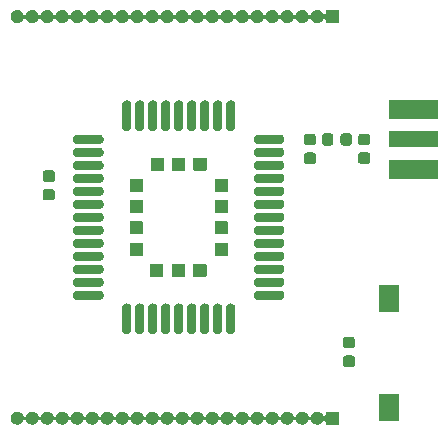
<source format=gbr>
G04 #@! TF.GenerationSoftware,KiCad,Pcbnew,5.99.0-unknown-df3fabf~86~ubuntu18.04.1*
G04 #@! TF.CreationDate,2019-10-25T19:03:16-04:00*
G04 #@! TF.ProjectId,bc28_module_board,62633238-5f6d-46f6-9475-6c655f626f61,rev?*
G04 #@! TF.SameCoordinates,Original*
G04 #@! TF.FileFunction,Soldermask,Top*
G04 #@! TF.FilePolarity,Negative*
%FSLAX46Y46*%
G04 Gerber Fmt 4.6, Leading zero omitted, Abs format (unit mm)*
G04 Created by KiCad (PCBNEW 5.99.0-unknown-df3fabf~86~ubuntu18.04.1) date 2019-10-25 19:03:16*
%MOMM*%
%LPD*%
G04 APERTURE LIST*
G04 APERTURE END LIST*
G36*
X161519899Y-116451959D02*
G01*
X161536769Y-116463231D01*
X161548041Y-116480101D01*
X161554448Y-116512312D01*
X161554448Y-117487688D01*
X161551999Y-117500000D01*
X161548041Y-117519899D01*
X161536769Y-117536769D01*
X161519899Y-117548041D01*
X161500000Y-117551999D01*
X161487688Y-117554448D01*
X160512312Y-117554448D01*
X160480101Y-117548041D01*
X160463231Y-117536769D01*
X160451959Y-117519899D01*
X160445552Y-117487688D01*
X160445552Y-117329367D01*
X160425709Y-117261787D01*
X160372479Y-117215664D01*
X160302764Y-117205640D01*
X160238696Y-117234899D01*
X160224798Y-117252374D01*
X160222889Y-117257676D01*
X160200073Y-117289781D01*
X160185779Y-117316777D01*
X160161608Y-117343906D01*
X160135438Y-117380731D01*
X160111601Y-117400034D01*
X160097063Y-117416351D01*
X160059967Y-117441846D01*
X160018116Y-117475736D01*
X159997971Y-117484453D01*
X159987151Y-117491890D01*
X159936956Y-117510858D01*
X159879568Y-117535692D01*
X159866497Y-117537482D01*
X159862402Y-117539030D01*
X159800634Y-117546504D01*
X159767815Y-117551000D01*
X159698568Y-117551000D01*
X159591657Y-117537494D01*
X159531208Y-117513926D01*
X159503781Y-117508096D01*
X159482648Y-117494993D01*
X159467708Y-117489168D01*
X159426172Y-117459976D01*
X159375478Y-117428544D01*
X159364569Y-117416680D01*
X159358598Y-117412484D01*
X159319558Y-117367731D01*
X159273293Y-117317419D01*
X159239505Y-117251107D01*
X159206534Y-117187226D01*
X159157906Y-117136275D01*
X159089451Y-117119702D01*
X159022903Y-117142770D01*
X158984988Y-117186066D01*
X158965247Y-117223349D01*
X158952889Y-117257676D01*
X158930072Y-117289782D01*
X158915779Y-117316777D01*
X158891608Y-117343906D01*
X158865438Y-117380731D01*
X158841601Y-117400034D01*
X158827063Y-117416351D01*
X158789967Y-117441846D01*
X158748116Y-117475736D01*
X158727971Y-117484453D01*
X158717151Y-117491890D01*
X158666956Y-117510858D01*
X158609568Y-117535692D01*
X158596497Y-117537482D01*
X158592402Y-117539030D01*
X158530634Y-117546504D01*
X158497815Y-117551000D01*
X158428568Y-117551000D01*
X158321657Y-117537494D01*
X158261208Y-117513926D01*
X158233781Y-117508096D01*
X158212648Y-117494993D01*
X158197708Y-117489168D01*
X158156172Y-117459976D01*
X158105478Y-117428544D01*
X158094569Y-117416680D01*
X158088598Y-117412484D01*
X158049558Y-117367731D01*
X158003293Y-117317419D01*
X157969505Y-117251107D01*
X157936534Y-117187226D01*
X157887906Y-117136275D01*
X157819451Y-117119702D01*
X157752903Y-117142770D01*
X157714988Y-117186066D01*
X157695247Y-117223349D01*
X157682889Y-117257676D01*
X157660072Y-117289782D01*
X157645779Y-117316777D01*
X157621608Y-117343906D01*
X157595438Y-117380731D01*
X157571601Y-117400034D01*
X157557063Y-117416351D01*
X157519967Y-117441846D01*
X157478116Y-117475736D01*
X157457971Y-117484453D01*
X157447151Y-117491890D01*
X157396956Y-117510858D01*
X157339568Y-117535692D01*
X157326497Y-117537482D01*
X157322402Y-117539030D01*
X157260634Y-117546504D01*
X157227815Y-117551000D01*
X157158568Y-117551000D01*
X157051657Y-117537494D01*
X156991208Y-117513926D01*
X156963781Y-117508096D01*
X156942648Y-117494993D01*
X156927708Y-117489168D01*
X156886172Y-117459976D01*
X156835478Y-117428544D01*
X156824569Y-117416680D01*
X156818598Y-117412484D01*
X156779558Y-117367731D01*
X156733293Y-117317419D01*
X156699505Y-117251107D01*
X156666534Y-117187226D01*
X156617906Y-117136275D01*
X156549451Y-117119702D01*
X156482903Y-117142770D01*
X156444988Y-117186066D01*
X156425247Y-117223349D01*
X156412889Y-117257676D01*
X156390072Y-117289782D01*
X156375779Y-117316777D01*
X156351608Y-117343906D01*
X156325438Y-117380731D01*
X156301601Y-117400034D01*
X156287063Y-117416351D01*
X156249967Y-117441846D01*
X156208116Y-117475736D01*
X156187971Y-117484453D01*
X156177151Y-117491890D01*
X156126956Y-117510858D01*
X156069568Y-117535692D01*
X156056497Y-117537482D01*
X156052402Y-117539030D01*
X155990634Y-117546504D01*
X155957815Y-117551000D01*
X155888568Y-117551000D01*
X155781657Y-117537494D01*
X155721208Y-117513926D01*
X155693781Y-117508096D01*
X155672648Y-117494993D01*
X155657708Y-117489168D01*
X155616172Y-117459976D01*
X155565478Y-117428544D01*
X155554569Y-117416680D01*
X155548598Y-117412484D01*
X155509558Y-117367731D01*
X155463293Y-117317419D01*
X155429505Y-117251107D01*
X155396534Y-117187226D01*
X155347906Y-117136275D01*
X155279451Y-117119702D01*
X155212903Y-117142770D01*
X155174988Y-117186066D01*
X155155247Y-117223349D01*
X155142889Y-117257676D01*
X155120072Y-117289782D01*
X155105779Y-117316777D01*
X155081608Y-117343906D01*
X155055438Y-117380731D01*
X155031601Y-117400034D01*
X155017063Y-117416351D01*
X154979967Y-117441846D01*
X154938116Y-117475736D01*
X154917971Y-117484453D01*
X154907151Y-117491890D01*
X154856956Y-117510858D01*
X154799568Y-117535692D01*
X154786497Y-117537482D01*
X154782402Y-117539030D01*
X154720634Y-117546504D01*
X154687815Y-117551000D01*
X154618568Y-117551000D01*
X154511657Y-117537494D01*
X154451208Y-117513926D01*
X154423781Y-117508096D01*
X154402648Y-117494993D01*
X154387708Y-117489168D01*
X154346172Y-117459976D01*
X154295478Y-117428544D01*
X154284569Y-117416680D01*
X154278598Y-117412484D01*
X154239558Y-117367731D01*
X154193293Y-117317419D01*
X154159505Y-117251107D01*
X154126534Y-117187226D01*
X154077906Y-117136275D01*
X154009451Y-117119702D01*
X153942903Y-117142770D01*
X153904988Y-117186066D01*
X153885247Y-117223349D01*
X153872889Y-117257676D01*
X153850072Y-117289782D01*
X153835779Y-117316777D01*
X153811608Y-117343906D01*
X153785438Y-117380731D01*
X153761601Y-117400034D01*
X153747063Y-117416351D01*
X153709967Y-117441846D01*
X153668116Y-117475736D01*
X153647971Y-117484453D01*
X153637151Y-117491890D01*
X153586956Y-117510858D01*
X153529568Y-117535692D01*
X153516497Y-117537482D01*
X153512402Y-117539030D01*
X153450634Y-117546504D01*
X153417815Y-117551000D01*
X153348568Y-117551000D01*
X153241657Y-117537494D01*
X153181208Y-117513926D01*
X153153781Y-117508096D01*
X153132648Y-117494993D01*
X153117708Y-117489168D01*
X153076172Y-117459976D01*
X153025478Y-117428544D01*
X153014569Y-117416680D01*
X153008598Y-117412484D01*
X152969558Y-117367731D01*
X152923293Y-117317419D01*
X152889505Y-117251107D01*
X152856534Y-117187226D01*
X152807906Y-117136275D01*
X152739451Y-117119702D01*
X152672903Y-117142770D01*
X152634988Y-117186066D01*
X152615247Y-117223349D01*
X152602889Y-117257676D01*
X152580072Y-117289782D01*
X152565779Y-117316777D01*
X152541608Y-117343906D01*
X152515438Y-117380731D01*
X152491601Y-117400034D01*
X152477063Y-117416351D01*
X152439967Y-117441846D01*
X152398116Y-117475736D01*
X152377971Y-117484453D01*
X152367151Y-117491890D01*
X152316956Y-117510858D01*
X152259568Y-117535692D01*
X152246497Y-117537482D01*
X152242402Y-117539030D01*
X152180634Y-117546504D01*
X152147815Y-117551000D01*
X152078568Y-117551000D01*
X151971657Y-117537494D01*
X151911208Y-117513926D01*
X151883781Y-117508096D01*
X151862648Y-117494993D01*
X151847708Y-117489168D01*
X151806172Y-117459976D01*
X151755478Y-117428544D01*
X151744569Y-117416680D01*
X151738598Y-117412484D01*
X151699558Y-117367731D01*
X151653293Y-117317419D01*
X151619505Y-117251107D01*
X151586534Y-117187226D01*
X151537906Y-117136275D01*
X151469451Y-117119702D01*
X151402903Y-117142770D01*
X151364988Y-117186066D01*
X151345247Y-117223349D01*
X151332889Y-117257676D01*
X151310072Y-117289782D01*
X151295779Y-117316777D01*
X151271608Y-117343906D01*
X151245438Y-117380731D01*
X151221601Y-117400034D01*
X151207063Y-117416351D01*
X151169967Y-117441846D01*
X151128116Y-117475736D01*
X151107971Y-117484453D01*
X151097151Y-117491890D01*
X151046956Y-117510858D01*
X150989568Y-117535692D01*
X150976497Y-117537482D01*
X150972402Y-117539030D01*
X150910634Y-117546504D01*
X150877815Y-117551000D01*
X150808568Y-117551000D01*
X150701657Y-117537494D01*
X150641208Y-117513926D01*
X150613781Y-117508096D01*
X150592648Y-117494993D01*
X150577708Y-117489168D01*
X150536172Y-117459976D01*
X150485478Y-117428544D01*
X150474569Y-117416680D01*
X150468598Y-117412484D01*
X150429558Y-117367731D01*
X150383293Y-117317419D01*
X150349505Y-117251107D01*
X150316534Y-117187226D01*
X150267906Y-117136275D01*
X150199451Y-117119702D01*
X150132903Y-117142770D01*
X150094988Y-117186066D01*
X150075247Y-117223349D01*
X150062889Y-117257676D01*
X150040072Y-117289782D01*
X150025779Y-117316777D01*
X150001608Y-117343906D01*
X149975438Y-117380731D01*
X149951601Y-117400034D01*
X149937063Y-117416351D01*
X149899967Y-117441846D01*
X149858116Y-117475736D01*
X149837971Y-117484453D01*
X149827151Y-117491890D01*
X149776956Y-117510858D01*
X149719568Y-117535692D01*
X149706497Y-117537482D01*
X149702402Y-117539030D01*
X149640634Y-117546504D01*
X149607815Y-117551000D01*
X149538568Y-117551000D01*
X149431657Y-117537494D01*
X149371208Y-117513926D01*
X149343781Y-117508096D01*
X149322648Y-117494993D01*
X149307708Y-117489168D01*
X149266172Y-117459976D01*
X149215478Y-117428544D01*
X149204569Y-117416680D01*
X149198598Y-117412484D01*
X149159558Y-117367731D01*
X149113293Y-117317419D01*
X149079505Y-117251107D01*
X149046534Y-117187226D01*
X148997906Y-117136275D01*
X148929451Y-117119702D01*
X148862903Y-117142770D01*
X148824988Y-117186066D01*
X148805247Y-117223349D01*
X148792889Y-117257676D01*
X148770072Y-117289782D01*
X148755779Y-117316777D01*
X148731608Y-117343906D01*
X148705438Y-117380731D01*
X148681601Y-117400034D01*
X148667063Y-117416351D01*
X148629967Y-117441846D01*
X148588116Y-117475736D01*
X148567971Y-117484453D01*
X148557151Y-117491890D01*
X148506956Y-117510858D01*
X148449568Y-117535692D01*
X148436497Y-117537482D01*
X148432402Y-117539030D01*
X148370634Y-117546504D01*
X148337815Y-117551000D01*
X148268568Y-117551000D01*
X148161657Y-117537494D01*
X148101208Y-117513926D01*
X148073781Y-117508096D01*
X148052648Y-117494993D01*
X148037708Y-117489168D01*
X147996172Y-117459976D01*
X147945478Y-117428544D01*
X147934569Y-117416680D01*
X147928598Y-117412484D01*
X147889558Y-117367731D01*
X147843293Y-117317419D01*
X147809505Y-117251107D01*
X147776534Y-117187226D01*
X147727906Y-117136275D01*
X147659451Y-117119702D01*
X147592903Y-117142770D01*
X147554988Y-117186066D01*
X147535247Y-117223349D01*
X147522889Y-117257676D01*
X147500072Y-117289782D01*
X147485779Y-117316777D01*
X147461608Y-117343906D01*
X147435438Y-117380731D01*
X147411601Y-117400034D01*
X147397063Y-117416351D01*
X147359967Y-117441846D01*
X147318116Y-117475736D01*
X147297971Y-117484453D01*
X147287151Y-117491890D01*
X147236956Y-117510858D01*
X147179568Y-117535692D01*
X147166497Y-117537482D01*
X147162402Y-117539030D01*
X147100634Y-117546504D01*
X147067815Y-117551000D01*
X146998568Y-117551000D01*
X146891657Y-117537494D01*
X146831208Y-117513926D01*
X146803781Y-117508096D01*
X146782648Y-117494993D01*
X146767708Y-117489168D01*
X146726172Y-117459976D01*
X146675478Y-117428544D01*
X146664569Y-117416680D01*
X146658598Y-117412484D01*
X146619558Y-117367731D01*
X146573293Y-117317419D01*
X146539505Y-117251107D01*
X146506534Y-117187226D01*
X146457906Y-117136275D01*
X146389451Y-117119702D01*
X146322903Y-117142770D01*
X146284988Y-117186066D01*
X146265247Y-117223349D01*
X146252889Y-117257676D01*
X146230072Y-117289782D01*
X146215779Y-117316777D01*
X146191608Y-117343906D01*
X146165438Y-117380731D01*
X146141601Y-117400034D01*
X146127063Y-117416351D01*
X146089967Y-117441846D01*
X146048116Y-117475736D01*
X146027971Y-117484453D01*
X146017151Y-117491890D01*
X145966956Y-117510858D01*
X145909568Y-117535692D01*
X145896497Y-117537482D01*
X145892402Y-117539030D01*
X145830634Y-117546504D01*
X145797815Y-117551000D01*
X145728568Y-117551000D01*
X145621657Y-117537494D01*
X145561208Y-117513926D01*
X145533781Y-117508096D01*
X145512648Y-117494993D01*
X145497708Y-117489168D01*
X145456172Y-117459976D01*
X145405478Y-117428544D01*
X145394569Y-117416680D01*
X145388598Y-117412484D01*
X145349558Y-117367731D01*
X145303293Y-117317419D01*
X145269505Y-117251107D01*
X145236534Y-117187226D01*
X145187906Y-117136275D01*
X145119451Y-117119702D01*
X145052903Y-117142770D01*
X145014988Y-117186066D01*
X144995247Y-117223349D01*
X144982889Y-117257676D01*
X144960072Y-117289782D01*
X144945779Y-117316777D01*
X144921608Y-117343906D01*
X144895438Y-117380731D01*
X144871601Y-117400034D01*
X144857063Y-117416351D01*
X144819967Y-117441846D01*
X144778116Y-117475736D01*
X144757971Y-117484453D01*
X144747151Y-117491890D01*
X144696956Y-117510858D01*
X144639568Y-117535692D01*
X144626497Y-117537482D01*
X144622402Y-117539030D01*
X144560634Y-117546504D01*
X144527815Y-117551000D01*
X144458568Y-117551000D01*
X144351657Y-117537494D01*
X144291208Y-117513926D01*
X144263781Y-117508096D01*
X144242648Y-117494993D01*
X144227708Y-117489168D01*
X144186172Y-117459976D01*
X144135478Y-117428544D01*
X144124569Y-117416680D01*
X144118598Y-117412484D01*
X144079558Y-117367731D01*
X144033293Y-117317419D01*
X143999505Y-117251107D01*
X143966534Y-117187226D01*
X143917906Y-117136275D01*
X143849451Y-117119702D01*
X143782903Y-117142770D01*
X143744988Y-117186066D01*
X143725247Y-117223349D01*
X143712889Y-117257676D01*
X143690072Y-117289782D01*
X143675779Y-117316777D01*
X143651608Y-117343906D01*
X143625438Y-117380731D01*
X143601601Y-117400034D01*
X143587063Y-117416351D01*
X143549967Y-117441846D01*
X143508116Y-117475736D01*
X143487971Y-117484453D01*
X143477151Y-117491890D01*
X143426956Y-117510858D01*
X143369568Y-117535692D01*
X143356497Y-117537482D01*
X143352402Y-117539030D01*
X143290634Y-117546504D01*
X143257815Y-117551000D01*
X143188568Y-117551000D01*
X143081657Y-117537494D01*
X143021208Y-117513926D01*
X142993781Y-117508096D01*
X142972648Y-117494993D01*
X142957708Y-117489168D01*
X142916172Y-117459976D01*
X142865478Y-117428544D01*
X142854569Y-117416680D01*
X142848598Y-117412484D01*
X142809558Y-117367731D01*
X142763293Y-117317419D01*
X142729505Y-117251107D01*
X142696534Y-117187226D01*
X142647906Y-117136275D01*
X142579451Y-117119702D01*
X142512903Y-117142770D01*
X142474988Y-117186066D01*
X142455247Y-117223349D01*
X142442889Y-117257676D01*
X142420072Y-117289782D01*
X142405779Y-117316777D01*
X142381608Y-117343906D01*
X142355438Y-117380731D01*
X142331601Y-117400034D01*
X142317063Y-117416351D01*
X142279967Y-117441846D01*
X142238116Y-117475736D01*
X142217971Y-117484453D01*
X142207151Y-117491890D01*
X142156956Y-117510858D01*
X142099568Y-117535692D01*
X142086497Y-117537482D01*
X142082402Y-117539030D01*
X142020634Y-117546504D01*
X141987815Y-117551000D01*
X141918568Y-117551000D01*
X141811657Y-117537494D01*
X141751208Y-117513926D01*
X141723781Y-117508096D01*
X141702648Y-117494993D01*
X141687708Y-117489168D01*
X141646172Y-117459976D01*
X141595478Y-117428544D01*
X141584569Y-117416680D01*
X141578598Y-117412484D01*
X141539558Y-117367731D01*
X141493293Y-117317419D01*
X141459505Y-117251107D01*
X141426534Y-117187226D01*
X141377906Y-117136275D01*
X141309451Y-117119702D01*
X141242903Y-117142770D01*
X141204988Y-117186066D01*
X141185247Y-117223349D01*
X141172889Y-117257676D01*
X141150072Y-117289782D01*
X141135779Y-117316777D01*
X141111608Y-117343906D01*
X141085438Y-117380731D01*
X141061601Y-117400034D01*
X141047063Y-117416351D01*
X141009967Y-117441846D01*
X140968116Y-117475736D01*
X140947971Y-117484453D01*
X140937151Y-117491890D01*
X140886956Y-117510858D01*
X140829568Y-117535692D01*
X140816497Y-117537482D01*
X140812402Y-117539030D01*
X140750634Y-117546504D01*
X140717815Y-117551000D01*
X140648568Y-117551000D01*
X140541657Y-117537494D01*
X140481208Y-117513926D01*
X140453781Y-117508096D01*
X140432648Y-117494993D01*
X140417708Y-117489168D01*
X140376172Y-117459976D01*
X140325478Y-117428544D01*
X140314569Y-117416680D01*
X140308598Y-117412484D01*
X140269558Y-117367731D01*
X140223293Y-117317419D01*
X140189505Y-117251107D01*
X140156534Y-117187226D01*
X140107906Y-117136275D01*
X140039451Y-117119702D01*
X139972903Y-117142770D01*
X139934988Y-117186066D01*
X139915247Y-117223349D01*
X139902889Y-117257676D01*
X139880072Y-117289782D01*
X139865779Y-117316777D01*
X139841608Y-117343906D01*
X139815438Y-117380731D01*
X139791601Y-117400034D01*
X139777063Y-117416351D01*
X139739967Y-117441846D01*
X139698116Y-117475736D01*
X139677971Y-117484453D01*
X139667151Y-117491890D01*
X139616956Y-117510858D01*
X139559568Y-117535692D01*
X139546497Y-117537482D01*
X139542402Y-117539030D01*
X139480634Y-117546504D01*
X139447815Y-117551000D01*
X139378568Y-117551000D01*
X139271657Y-117537494D01*
X139211208Y-117513926D01*
X139183781Y-117508096D01*
X139162648Y-117494993D01*
X139147708Y-117489168D01*
X139106172Y-117459976D01*
X139055478Y-117428544D01*
X139044569Y-117416680D01*
X139038598Y-117412484D01*
X138999558Y-117367731D01*
X138953293Y-117317419D01*
X138919505Y-117251107D01*
X138886534Y-117187226D01*
X138837906Y-117136275D01*
X138769451Y-117119702D01*
X138702903Y-117142770D01*
X138664988Y-117186066D01*
X138645247Y-117223349D01*
X138632889Y-117257676D01*
X138610072Y-117289782D01*
X138595779Y-117316777D01*
X138571608Y-117343906D01*
X138545438Y-117380731D01*
X138521601Y-117400034D01*
X138507063Y-117416351D01*
X138469967Y-117441846D01*
X138428116Y-117475736D01*
X138407971Y-117484453D01*
X138397151Y-117491890D01*
X138346956Y-117510858D01*
X138289568Y-117535692D01*
X138276497Y-117537482D01*
X138272402Y-117539030D01*
X138210634Y-117546504D01*
X138177815Y-117551000D01*
X138108568Y-117551000D01*
X138001657Y-117537494D01*
X137941208Y-117513926D01*
X137913781Y-117508096D01*
X137892648Y-117494993D01*
X137877708Y-117489168D01*
X137836172Y-117459976D01*
X137785478Y-117428544D01*
X137774569Y-117416680D01*
X137768598Y-117412484D01*
X137729558Y-117367731D01*
X137683293Y-117317419D01*
X137649505Y-117251107D01*
X137616534Y-117187226D01*
X137567906Y-117136275D01*
X137499451Y-117119702D01*
X137432903Y-117142770D01*
X137394988Y-117186066D01*
X137375247Y-117223349D01*
X137362889Y-117257676D01*
X137340072Y-117289782D01*
X137325779Y-117316777D01*
X137301608Y-117343906D01*
X137275438Y-117380731D01*
X137251601Y-117400034D01*
X137237063Y-117416351D01*
X137199967Y-117441846D01*
X137158116Y-117475736D01*
X137137971Y-117484453D01*
X137127151Y-117491890D01*
X137076956Y-117510858D01*
X137019568Y-117535692D01*
X137006497Y-117537482D01*
X137002402Y-117539030D01*
X136940634Y-117546504D01*
X136907815Y-117551000D01*
X136838568Y-117551000D01*
X136731657Y-117537494D01*
X136671208Y-117513926D01*
X136643781Y-117508096D01*
X136622648Y-117494993D01*
X136607708Y-117489168D01*
X136566172Y-117459976D01*
X136515478Y-117428544D01*
X136504569Y-117416680D01*
X136498598Y-117412484D01*
X136459558Y-117367731D01*
X136413293Y-117317419D01*
X136379505Y-117251107D01*
X136346534Y-117187226D01*
X136297906Y-117136275D01*
X136229451Y-117119702D01*
X136162903Y-117142770D01*
X136124988Y-117186066D01*
X136105247Y-117223349D01*
X136092889Y-117257676D01*
X136070072Y-117289782D01*
X136055779Y-117316777D01*
X136031608Y-117343906D01*
X136005438Y-117380731D01*
X135981601Y-117400034D01*
X135967063Y-117416351D01*
X135929967Y-117441846D01*
X135888116Y-117475736D01*
X135867971Y-117484453D01*
X135857151Y-117491890D01*
X135806956Y-117510858D01*
X135749568Y-117535692D01*
X135736497Y-117537482D01*
X135732402Y-117539030D01*
X135670634Y-117546504D01*
X135637815Y-117551000D01*
X135568568Y-117551000D01*
X135461657Y-117537494D01*
X135401208Y-117513926D01*
X135373781Y-117508096D01*
X135352648Y-117494993D01*
X135337708Y-117489168D01*
X135296172Y-117459976D01*
X135245478Y-117428544D01*
X135234569Y-117416680D01*
X135228598Y-117412484D01*
X135189558Y-117367731D01*
X135143293Y-117317419D01*
X135109505Y-117251107D01*
X135076534Y-117187226D01*
X135027906Y-117136275D01*
X134959451Y-117119702D01*
X134892903Y-117142770D01*
X134854988Y-117186066D01*
X134835247Y-117223349D01*
X134822889Y-117257676D01*
X134800072Y-117289782D01*
X134785779Y-117316777D01*
X134761608Y-117343906D01*
X134735438Y-117380731D01*
X134711601Y-117400034D01*
X134697063Y-117416351D01*
X134659967Y-117441846D01*
X134618116Y-117475736D01*
X134597971Y-117484453D01*
X134587151Y-117491890D01*
X134536956Y-117510858D01*
X134479568Y-117535692D01*
X134466497Y-117537482D01*
X134462402Y-117539030D01*
X134400634Y-117546504D01*
X134367815Y-117551000D01*
X134298568Y-117551000D01*
X134191657Y-117537494D01*
X134131208Y-117513926D01*
X134103781Y-117508096D01*
X134082648Y-117494993D01*
X134067708Y-117489168D01*
X134026172Y-117459976D01*
X133975478Y-117428544D01*
X133964569Y-117416680D01*
X133958598Y-117412484D01*
X133919558Y-117367731D01*
X133873293Y-117317419D01*
X133839500Y-117251097D01*
X133809760Y-117193476D01*
X133809420Y-117192061D01*
X133804757Y-117182909D01*
X133791822Y-117118760D01*
X133778626Y-117063796D01*
X133778680Y-117053583D01*
X133774917Y-117034923D01*
X133779074Y-116978318D01*
X133779325Y-116930434D01*
X133783940Y-116912060D01*
X133785974Y-116884364D01*
X133802256Y-116839139D01*
X133811813Y-116801089D01*
X133824753Y-116776650D01*
X133837111Y-116742324D01*
X133859928Y-116710218D01*
X133874221Y-116683223D01*
X133898392Y-116656094D01*
X133924562Y-116619269D01*
X133948399Y-116599966D01*
X133962937Y-116583649D01*
X134000033Y-116558154D01*
X134041884Y-116524264D01*
X134062029Y-116515547D01*
X134072849Y-116508110D01*
X134123044Y-116489142D01*
X134180432Y-116464308D01*
X134193503Y-116462518D01*
X134197598Y-116460970D01*
X134259366Y-116453496D01*
X134292185Y-116449000D01*
X134361432Y-116449000D01*
X134468343Y-116462506D01*
X134528792Y-116486074D01*
X134556219Y-116491904D01*
X134577352Y-116505007D01*
X134592292Y-116510832D01*
X134633828Y-116540024D01*
X134684522Y-116571456D01*
X134695431Y-116583320D01*
X134701402Y-116587516D01*
X134740442Y-116632269D01*
X134786707Y-116682581D01*
X134820495Y-116748893D01*
X134853466Y-116812774D01*
X134902094Y-116863725D01*
X134970549Y-116880298D01*
X135037097Y-116857230D01*
X135075012Y-116813934D01*
X135094753Y-116776651D01*
X135107111Y-116742324D01*
X135129928Y-116710218D01*
X135144221Y-116683223D01*
X135168392Y-116656094D01*
X135194562Y-116619269D01*
X135218399Y-116599966D01*
X135232937Y-116583649D01*
X135270033Y-116558154D01*
X135311884Y-116524264D01*
X135332029Y-116515547D01*
X135342849Y-116508110D01*
X135393044Y-116489142D01*
X135450432Y-116464308D01*
X135463503Y-116462518D01*
X135467598Y-116460970D01*
X135529366Y-116453496D01*
X135562185Y-116449000D01*
X135631432Y-116449000D01*
X135738343Y-116462506D01*
X135798792Y-116486074D01*
X135826219Y-116491904D01*
X135847352Y-116505007D01*
X135862292Y-116510832D01*
X135903828Y-116540024D01*
X135954522Y-116571456D01*
X135965431Y-116583320D01*
X135971402Y-116587516D01*
X136010442Y-116632269D01*
X136056707Y-116682581D01*
X136090495Y-116748893D01*
X136123466Y-116812774D01*
X136172094Y-116863725D01*
X136240549Y-116880298D01*
X136307097Y-116857230D01*
X136345012Y-116813934D01*
X136364753Y-116776651D01*
X136377111Y-116742324D01*
X136399928Y-116710218D01*
X136414221Y-116683223D01*
X136438392Y-116656094D01*
X136464562Y-116619269D01*
X136488399Y-116599966D01*
X136502937Y-116583649D01*
X136540033Y-116558154D01*
X136581884Y-116524264D01*
X136602029Y-116515547D01*
X136612849Y-116508110D01*
X136663044Y-116489142D01*
X136720432Y-116464308D01*
X136733503Y-116462518D01*
X136737598Y-116460970D01*
X136799366Y-116453496D01*
X136832185Y-116449000D01*
X136901432Y-116449000D01*
X137008343Y-116462506D01*
X137068792Y-116486074D01*
X137096219Y-116491904D01*
X137117352Y-116505007D01*
X137132292Y-116510832D01*
X137173828Y-116540024D01*
X137224522Y-116571456D01*
X137235431Y-116583320D01*
X137241402Y-116587516D01*
X137280442Y-116632269D01*
X137326707Y-116682581D01*
X137360495Y-116748893D01*
X137393466Y-116812774D01*
X137442094Y-116863725D01*
X137510549Y-116880298D01*
X137577097Y-116857230D01*
X137615012Y-116813934D01*
X137634753Y-116776651D01*
X137647111Y-116742324D01*
X137669928Y-116710218D01*
X137684221Y-116683223D01*
X137708392Y-116656094D01*
X137734562Y-116619269D01*
X137758399Y-116599966D01*
X137772937Y-116583649D01*
X137810033Y-116558154D01*
X137851884Y-116524264D01*
X137872029Y-116515547D01*
X137882849Y-116508110D01*
X137933044Y-116489142D01*
X137990432Y-116464308D01*
X138003503Y-116462518D01*
X138007598Y-116460970D01*
X138069366Y-116453496D01*
X138102185Y-116449000D01*
X138171432Y-116449000D01*
X138278343Y-116462506D01*
X138338792Y-116486074D01*
X138366219Y-116491904D01*
X138387352Y-116505007D01*
X138402292Y-116510832D01*
X138443828Y-116540024D01*
X138494522Y-116571456D01*
X138505431Y-116583320D01*
X138511402Y-116587516D01*
X138550442Y-116632269D01*
X138596707Y-116682581D01*
X138630495Y-116748893D01*
X138663466Y-116812774D01*
X138712094Y-116863725D01*
X138780549Y-116880298D01*
X138847097Y-116857230D01*
X138885012Y-116813934D01*
X138904753Y-116776651D01*
X138917111Y-116742324D01*
X138939928Y-116710218D01*
X138954221Y-116683223D01*
X138978392Y-116656094D01*
X139004562Y-116619269D01*
X139028399Y-116599966D01*
X139042937Y-116583649D01*
X139080033Y-116558154D01*
X139121884Y-116524264D01*
X139142029Y-116515547D01*
X139152849Y-116508110D01*
X139203044Y-116489142D01*
X139260432Y-116464308D01*
X139273503Y-116462518D01*
X139277598Y-116460970D01*
X139339366Y-116453496D01*
X139372185Y-116449000D01*
X139441432Y-116449000D01*
X139548343Y-116462506D01*
X139608792Y-116486074D01*
X139636219Y-116491904D01*
X139657352Y-116505007D01*
X139672292Y-116510832D01*
X139713828Y-116540024D01*
X139764522Y-116571456D01*
X139775431Y-116583320D01*
X139781402Y-116587516D01*
X139820442Y-116632269D01*
X139866707Y-116682581D01*
X139900495Y-116748893D01*
X139933466Y-116812774D01*
X139982094Y-116863725D01*
X140050549Y-116880298D01*
X140117097Y-116857230D01*
X140155012Y-116813934D01*
X140174753Y-116776651D01*
X140187111Y-116742324D01*
X140209928Y-116710218D01*
X140224221Y-116683223D01*
X140248392Y-116656094D01*
X140274562Y-116619269D01*
X140298399Y-116599966D01*
X140312937Y-116583649D01*
X140350033Y-116558154D01*
X140391884Y-116524264D01*
X140412029Y-116515547D01*
X140422849Y-116508110D01*
X140473044Y-116489142D01*
X140530432Y-116464308D01*
X140543503Y-116462518D01*
X140547598Y-116460970D01*
X140609366Y-116453496D01*
X140642185Y-116449000D01*
X140711432Y-116449000D01*
X140818343Y-116462506D01*
X140878792Y-116486074D01*
X140906219Y-116491904D01*
X140927352Y-116505007D01*
X140942292Y-116510832D01*
X140983828Y-116540024D01*
X141034522Y-116571456D01*
X141045431Y-116583320D01*
X141051402Y-116587516D01*
X141090442Y-116632269D01*
X141136707Y-116682581D01*
X141170495Y-116748893D01*
X141203466Y-116812774D01*
X141252094Y-116863725D01*
X141320549Y-116880298D01*
X141387097Y-116857230D01*
X141425012Y-116813934D01*
X141444753Y-116776651D01*
X141457111Y-116742324D01*
X141479928Y-116710218D01*
X141494221Y-116683223D01*
X141518392Y-116656094D01*
X141544562Y-116619269D01*
X141568399Y-116599966D01*
X141582937Y-116583649D01*
X141620033Y-116558154D01*
X141661884Y-116524264D01*
X141682029Y-116515547D01*
X141692849Y-116508110D01*
X141743044Y-116489142D01*
X141800432Y-116464308D01*
X141813503Y-116462518D01*
X141817598Y-116460970D01*
X141879366Y-116453496D01*
X141912185Y-116449000D01*
X141981432Y-116449000D01*
X142088343Y-116462506D01*
X142148792Y-116486074D01*
X142176219Y-116491904D01*
X142197352Y-116505007D01*
X142212292Y-116510832D01*
X142253828Y-116540024D01*
X142304522Y-116571456D01*
X142315431Y-116583320D01*
X142321402Y-116587516D01*
X142360442Y-116632269D01*
X142406707Y-116682581D01*
X142440495Y-116748893D01*
X142473466Y-116812774D01*
X142522094Y-116863725D01*
X142590549Y-116880298D01*
X142657097Y-116857230D01*
X142695012Y-116813934D01*
X142714753Y-116776651D01*
X142727111Y-116742324D01*
X142749928Y-116710218D01*
X142764221Y-116683223D01*
X142788392Y-116656094D01*
X142814562Y-116619269D01*
X142838399Y-116599966D01*
X142852937Y-116583649D01*
X142890033Y-116558154D01*
X142931884Y-116524264D01*
X142952029Y-116515547D01*
X142962849Y-116508110D01*
X143013044Y-116489142D01*
X143070432Y-116464308D01*
X143083503Y-116462518D01*
X143087598Y-116460970D01*
X143149366Y-116453496D01*
X143182185Y-116449000D01*
X143251432Y-116449000D01*
X143358343Y-116462506D01*
X143418792Y-116486074D01*
X143446219Y-116491904D01*
X143467352Y-116505007D01*
X143482292Y-116510832D01*
X143523828Y-116540024D01*
X143574522Y-116571456D01*
X143585431Y-116583320D01*
X143591402Y-116587516D01*
X143630442Y-116632269D01*
X143676707Y-116682581D01*
X143710495Y-116748893D01*
X143743466Y-116812774D01*
X143792094Y-116863725D01*
X143860549Y-116880298D01*
X143927097Y-116857230D01*
X143965012Y-116813934D01*
X143984753Y-116776651D01*
X143997111Y-116742324D01*
X144019928Y-116710218D01*
X144034221Y-116683223D01*
X144058392Y-116656094D01*
X144084562Y-116619269D01*
X144108399Y-116599966D01*
X144122937Y-116583649D01*
X144160033Y-116558154D01*
X144201884Y-116524264D01*
X144222029Y-116515547D01*
X144232849Y-116508110D01*
X144283044Y-116489142D01*
X144340432Y-116464308D01*
X144353503Y-116462518D01*
X144357598Y-116460970D01*
X144419366Y-116453496D01*
X144452185Y-116449000D01*
X144521432Y-116449000D01*
X144628343Y-116462506D01*
X144688792Y-116486074D01*
X144716219Y-116491904D01*
X144737352Y-116505007D01*
X144752292Y-116510832D01*
X144793828Y-116540024D01*
X144844522Y-116571456D01*
X144855431Y-116583320D01*
X144861402Y-116587516D01*
X144900442Y-116632269D01*
X144946707Y-116682581D01*
X144980495Y-116748893D01*
X145013466Y-116812774D01*
X145062094Y-116863725D01*
X145130549Y-116880298D01*
X145197097Y-116857230D01*
X145235012Y-116813934D01*
X145254753Y-116776651D01*
X145267111Y-116742324D01*
X145289928Y-116710218D01*
X145304221Y-116683223D01*
X145328392Y-116656094D01*
X145354562Y-116619269D01*
X145378399Y-116599966D01*
X145392937Y-116583649D01*
X145430033Y-116558154D01*
X145471884Y-116524264D01*
X145492029Y-116515547D01*
X145502849Y-116508110D01*
X145553044Y-116489142D01*
X145610432Y-116464308D01*
X145623503Y-116462518D01*
X145627598Y-116460970D01*
X145689366Y-116453496D01*
X145722185Y-116449000D01*
X145791432Y-116449000D01*
X145898343Y-116462506D01*
X145958792Y-116486074D01*
X145986219Y-116491904D01*
X146007352Y-116505007D01*
X146022292Y-116510832D01*
X146063828Y-116540024D01*
X146114522Y-116571456D01*
X146125431Y-116583320D01*
X146131402Y-116587516D01*
X146170442Y-116632269D01*
X146216707Y-116682581D01*
X146250495Y-116748893D01*
X146283466Y-116812774D01*
X146332094Y-116863725D01*
X146400549Y-116880298D01*
X146467097Y-116857230D01*
X146505012Y-116813934D01*
X146524753Y-116776651D01*
X146537111Y-116742324D01*
X146559928Y-116710218D01*
X146574221Y-116683223D01*
X146598392Y-116656094D01*
X146624562Y-116619269D01*
X146648399Y-116599966D01*
X146662937Y-116583649D01*
X146700033Y-116558154D01*
X146741884Y-116524264D01*
X146762029Y-116515547D01*
X146772849Y-116508110D01*
X146823044Y-116489142D01*
X146880432Y-116464308D01*
X146893503Y-116462518D01*
X146897598Y-116460970D01*
X146959366Y-116453496D01*
X146992185Y-116449000D01*
X147061432Y-116449000D01*
X147168343Y-116462506D01*
X147228792Y-116486074D01*
X147256219Y-116491904D01*
X147277352Y-116505007D01*
X147292292Y-116510832D01*
X147333828Y-116540024D01*
X147384522Y-116571456D01*
X147395431Y-116583320D01*
X147401402Y-116587516D01*
X147440442Y-116632269D01*
X147486707Y-116682581D01*
X147520495Y-116748893D01*
X147553466Y-116812774D01*
X147602094Y-116863725D01*
X147670549Y-116880298D01*
X147737097Y-116857230D01*
X147775012Y-116813934D01*
X147794753Y-116776651D01*
X147807111Y-116742324D01*
X147829928Y-116710218D01*
X147844221Y-116683223D01*
X147868392Y-116656094D01*
X147894562Y-116619269D01*
X147918399Y-116599966D01*
X147932937Y-116583649D01*
X147970033Y-116558154D01*
X148011884Y-116524264D01*
X148032029Y-116515547D01*
X148042849Y-116508110D01*
X148093044Y-116489142D01*
X148150432Y-116464308D01*
X148163503Y-116462518D01*
X148167598Y-116460970D01*
X148229366Y-116453496D01*
X148262185Y-116449000D01*
X148331432Y-116449000D01*
X148438343Y-116462506D01*
X148498792Y-116486074D01*
X148526219Y-116491904D01*
X148547352Y-116505007D01*
X148562292Y-116510832D01*
X148603828Y-116540024D01*
X148654522Y-116571456D01*
X148665431Y-116583320D01*
X148671402Y-116587516D01*
X148710442Y-116632269D01*
X148756707Y-116682581D01*
X148790495Y-116748893D01*
X148823466Y-116812774D01*
X148872094Y-116863725D01*
X148940549Y-116880298D01*
X149007097Y-116857230D01*
X149045012Y-116813934D01*
X149064753Y-116776651D01*
X149077111Y-116742324D01*
X149099928Y-116710218D01*
X149114221Y-116683223D01*
X149138392Y-116656094D01*
X149164562Y-116619269D01*
X149188399Y-116599966D01*
X149202937Y-116583649D01*
X149240033Y-116558154D01*
X149281884Y-116524264D01*
X149302029Y-116515547D01*
X149312849Y-116508110D01*
X149363044Y-116489142D01*
X149420432Y-116464308D01*
X149433503Y-116462518D01*
X149437598Y-116460970D01*
X149499366Y-116453496D01*
X149532185Y-116449000D01*
X149601432Y-116449000D01*
X149708343Y-116462506D01*
X149768792Y-116486074D01*
X149796219Y-116491904D01*
X149817352Y-116505007D01*
X149832292Y-116510832D01*
X149873828Y-116540024D01*
X149924522Y-116571456D01*
X149935431Y-116583320D01*
X149941402Y-116587516D01*
X149980442Y-116632269D01*
X150026707Y-116682581D01*
X150060495Y-116748893D01*
X150093466Y-116812774D01*
X150142094Y-116863725D01*
X150210549Y-116880298D01*
X150277097Y-116857230D01*
X150315012Y-116813934D01*
X150334753Y-116776651D01*
X150347111Y-116742324D01*
X150369928Y-116710218D01*
X150384221Y-116683223D01*
X150408392Y-116656094D01*
X150434562Y-116619269D01*
X150458399Y-116599966D01*
X150472937Y-116583649D01*
X150510033Y-116558154D01*
X150551884Y-116524264D01*
X150572029Y-116515547D01*
X150582849Y-116508110D01*
X150633044Y-116489142D01*
X150690432Y-116464308D01*
X150703503Y-116462518D01*
X150707598Y-116460970D01*
X150769366Y-116453496D01*
X150802185Y-116449000D01*
X150871432Y-116449000D01*
X150978343Y-116462506D01*
X151038792Y-116486074D01*
X151066219Y-116491904D01*
X151087352Y-116505007D01*
X151102292Y-116510832D01*
X151143828Y-116540024D01*
X151194522Y-116571456D01*
X151205431Y-116583320D01*
X151211402Y-116587516D01*
X151250442Y-116632269D01*
X151296707Y-116682581D01*
X151330495Y-116748893D01*
X151363466Y-116812774D01*
X151412094Y-116863725D01*
X151480549Y-116880298D01*
X151547097Y-116857230D01*
X151585012Y-116813934D01*
X151604753Y-116776651D01*
X151617111Y-116742324D01*
X151639928Y-116710218D01*
X151654221Y-116683223D01*
X151678392Y-116656094D01*
X151704562Y-116619269D01*
X151728399Y-116599966D01*
X151742937Y-116583649D01*
X151780033Y-116558154D01*
X151821884Y-116524264D01*
X151842029Y-116515547D01*
X151852849Y-116508110D01*
X151903044Y-116489142D01*
X151960432Y-116464308D01*
X151973503Y-116462518D01*
X151977598Y-116460970D01*
X152039366Y-116453496D01*
X152072185Y-116449000D01*
X152141432Y-116449000D01*
X152248343Y-116462506D01*
X152308792Y-116486074D01*
X152336219Y-116491904D01*
X152357352Y-116505007D01*
X152372292Y-116510832D01*
X152413828Y-116540024D01*
X152464522Y-116571456D01*
X152475431Y-116583320D01*
X152481402Y-116587516D01*
X152520442Y-116632269D01*
X152566707Y-116682581D01*
X152600495Y-116748893D01*
X152633466Y-116812774D01*
X152682094Y-116863725D01*
X152750549Y-116880298D01*
X152817097Y-116857230D01*
X152855012Y-116813934D01*
X152874753Y-116776651D01*
X152887111Y-116742324D01*
X152909928Y-116710218D01*
X152924221Y-116683223D01*
X152948392Y-116656094D01*
X152974562Y-116619269D01*
X152998399Y-116599966D01*
X153012937Y-116583649D01*
X153050033Y-116558154D01*
X153091884Y-116524264D01*
X153112029Y-116515547D01*
X153122849Y-116508110D01*
X153173044Y-116489142D01*
X153230432Y-116464308D01*
X153243503Y-116462518D01*
X153247598Y-116460970D01*
X153309366Y-116453496D01*
X153342185Y-116449000D01*
X153411432Y-116449000D01*
X153518343Y-116462506D01*
X153578792Y-116486074D01*
X153606219Y-116491904D01*
X153627352Y-116505007D01*
X153642292Y-116510832D01*
X153683828Y-116540024D01*
X153734522Y-116571456D01*
X153745431Y-116583320D01*
X153751402Y-116587516D01*
X153790442Y-116632269D01*
X153836707Y-116682581D01*
X153870495Y-116748893D01*
X153903466Y-116812774D01*
X153952094Y-116863725D01*
X154020549Y-116880298D01*
X154087097Y-116857230D01*
X154125012Y-116813934D01*
X154144753Y-116776651D01*
X154157111Y-116742324D01*
X154179928Y-116710218D01*
X154194221Y-116683223D01*
X154218392Y-116656094D01*
X154244562Y-116619269D01*
X154268399Y-116599966D01*
X154282937Y-116583649D01*
X154320033Y-116558154D01*
X154361884Y-116524264D01*
X154382029Y-116515547D01*
X154392849Y-116508110D01*
X154443044Y-116489142D01*
X154500432Y-116464308D01*
X154513503Y-116462518D01*
X154517598Y-116460970D01*
X154579366Y-116453496D01*
X154612185Y-116449000D01*
X154681432Y-116449000D01*
X154788343Y-116462506D01*
X154848792Y-116486074D01*
X154876219Y-116491904D01*
X154897352Y-116505007D01*
X154912292Y-116510832D01*
X154953828Y-116540024D01*
X155004522Y-116571456D01*
X155015431Y-116583320D01*
X155021402Y-116587516D01*
X155060442Y-116632269D01*
X155106707Y-116682581D01*
X155140495Y-116748893D01*
X155173466Y-116812774D01*
X155222094Y-116863725D01*
X155290549Y-116880298D01*
X155357097Y-116857230D01*
X155395012Y-116813934D01*
X155414753Y-116776651D01*
X155427111Y-116742324D01*
X155449928Y-116710218D01*
X155464221Y-116683223D01*
X155488392Y-116656094D01*
X155514562Y-116619269D01*
X155538399Y-116599966D01*
X155552937Y-116583649D01*
X155590033Y-116558154D01*
X155631884Y-116524264D01*
X155652029Y-116515547D01*
X155662849Y-116508110D01*
X155713044Y-116489142D01*
X155770432Y-116464308D01*
X155783503Y-116462518D01*
X155787598Y-116460970D01*
X155849366Y-116453496D01*
X155882185Y-116449000D01*
X155951432Y-116449000D01*
X156058343Y-116462506D01*
X156118792Y-116486074D01*
X156146219Y-116491904D01*
X156167352Y-116505007D01*
X156182292Y-116510832D01*
X156223828Y-116540024D01*
X156274522Y-116571456D01*
X156285431Y-116583320D01*
X156291402Y-116587516D01*
X156330442Y-116632269D01*
X156376707Y-116682581D01*
X156410495Y-116748893D01*
X156443466Y-116812774D01*
X156492094Y-116863725D01*
X156560549Y-116880298D01*
X156627097Y-116857230D01*
X156665012Y-116813934D01*
X156684753Y-116776651D01*
X156697111Y-116742324D01*
X156719928Y-116710218D01*
X156734221Y-116683223D01*
X156758392Y-116656094D01*
X156784562Y-116619269D01*
X156808399Y-116599966D01*
X156822937Y-116583649D01*
X156860033Y-116558154D01*
X156901884Y-116524264D01*
X156922029Y-116515547D01*
X156932849Y-116508110D01*
X156983044Y-116489142D01*
X157040432Y-116464308D01*
X157053503Y-116462518D01*
X157057598Y-116460970D01*
X157119366Y-116453496D01*
X157152185Y-116449000D01*
X157221432Y-116449000D01*
X157328343Y-116462506D01*
X157388792Y-116486074D01*
X157416219Y-116491904D01*
X157437352Y-116505007D01*
X157452292Y-116510832D01*
X157493828Y-116540024D01*
X157544522Y-116571456D01*
X157555431Y-116583320D01*
X157561402Y-116587516D01*
X157600442Y-116632269D01*
X157646707Y-116682581D01*
X157680495Y-116748893D01*
X157713466Y-116812774D01*
X157762094Y-116863725D01*
X157830549Y-116880298D01*
X157897097Y-116857230D01*
X157935012Y-116813934D01*
X157954753Y-116776651D01*
X157967111Y-116742324D01*
X157989928Y-116710218D01*
X158004221Y-116683223D01*
X158028392Y-116656094D01*
X158054562Y-116619269D01*
X158078399Y-116599966D01*
X158092937Y-116583649D01*
X158130033Y-116558154D01*
X158171884Y-116524264D01*
X158192029Y-116515547D01*
X158202849Y-116508110D01*
X158253044Y-116489142D01*
X158310432Y-116464308D01*
X158323503Y-116462518D01*
X158327598Y-116460970D01*
X158389366Y-116453496D01*
X158422185Y-116449000D01*
X158491432Y-116449000D01*
X158598343Y-116462506D01*
X158658792Y-116486074D01*
X158686219Y-116491904D01*
X158707352Y-116505007D01*
X158722292Y-116510832D01*
X158763828Y-116540024D01*
X158814522Y-116571456D01*
X158825431Y-116583320D01*
X158831402Y-116587516D01*
X158870442Y-116632269D01*
X158916707Y-116682581D01*
X158950495Y-116748893D01*
X158983466Y-116812774D01*
X159032094Y-116863725D01*
X159100549Y-116880298D01*
X159167097Y-116857230D01*
X159205012Y-116813934D01*
X159224753Y-116776651D01*
X159237111Y-116742324D01*
X159259928Y-116710218D01*
X159274221Y-116683223D01*
X159298392Y-116656094D01*
X159324562Y-116619269D01*
X159348399Y-116599966D01*
X159362937Y-116583649D01*
X159400033Y-116558154D01*
X159441884Y-116524264D01*
X159462029Y-116515547D01*
X159472849Y-116508110D01*
X159523044Y-116489142D01*
X159580432Y-116464308D01*
X159593503Y-116462518D01*
X159597598Y-116460970D01*
X159659366Y-116453496D01*
X159692185Y-116449000D01*
X159761432Y-116449000D01*
X159868343Y-116462506D01*
X159928792Y-116486074D01*
X159956219Y-116491904D01*
X159977352Y-116505007D01*
X159992292Y-116510832D01*
X160033828Y-116540024D01*
X160084522Y-116571456D01*
X160095431Y-116583320D01*
X160101402Y-116587516D01*
X160140442Y-116632269D01*
X160186707Y-116682581D01*
X160209780Y-116727864D01*
X160258105Y-116778498D01*
X160326560Y-116795071D01*
X160393108Y-116772003D01*
X160436620Y-116716618D01*
X160445552Y-116670216D01*
X160445552Y-116512312D01*
X160451959Y-116480101D01*
X160463231Y-116463231D01*
X160480101Y-116451959D01*
X160512312Y-116445552D01*
X161487688Y-116445552D01*
X161519899Y-116451959D01*
G37*
G36*
X166619899Y-114951959D02*
G01*
X166636769Y-114963231D01*
X166648041Y-114980101D01*
X166654448Y-115012312D01*
X166654448Y-117167688D01*
X166651999Y-117180000D01*
X166648041Y-117199899D01*
X166636769Y-117216769D01*
X166619899Y-117228041D01*
X166600000Y-117231999D01*
X166587688Y-117234448D01*
X165012312Y-117234448D01*
X164980101Y-117228041D01*
X164963231Y-117216769D01*
X164951959Y-117199899D01*
X164945552Y-117167688D01*
X164945552Y-115012312D01*
X164951959Y-114980101D01*
X164963231Y-114963231D01*
X164980101Y-114951959D01*
X165012312Y-114945552D01*
X166587688Y-114945552D01*
X166619899Y-114951959D01*
G37*
G36*
X162651231Y-111698001D02*
G01*
X162651964Y-111698001D01*
X162654829Y-111698571D01*
X162737918Y-111711731D01*
X162748760Y-111717255D01*
X162757215Y-111718937D01*
X162773768Y-111729998D01*
X162814054Y-111750524D01*
X162833316Y-111769786D01*
X162846443Y-111778557D01*
X162855214Y-111791684D01*
X162874476Y-111810946D01*
X162895002Y-111851232D01*
X162906063Y-111867785D01*
X162907745Y-111876240D01*
X162913269Y-111887082D01*
X162926429Y-111970171D01*
X162926999Y-111973036D01*
X162926999Y-111973769D01*
X162928194Y-111981314D01*
X162928194Y-112393686D01*
X162926999Y-112401231D01*
X162926999Y-112401964D01*
X162926429Y-112404829D01*
X162913269Y-112487918D01*
X162907745Y-112498760D01*
X162906063Y-112507215D01*
X162895002Y-112523768D01*
X162874476Y-112564054D01*
X162855214Y-112583316D01*
X162846443Y-112596443D01*
X162833316Y-112605214D01*
X162814054Y-112624476D01*
X162773768Y-112645002D01*
X162757215Y-112656063D01*
X162748760Y-112657745D01*
X162737918Y-112663269D01*
X162654829Y-112676429D01*
X162651964Y-112676999D01*
X162651231Y-112676999D01*
X162643686Y-112678194D01*
X162156314Y-112678194D01*
X162148769Y-112676999D01*
X162148036Y-112676999D01*
X162145171Y-112676429D01*
X162062082Y-112663269D01*
X162051240Y-112657745D01*
X162042785Y-112656063D01*
X162026232Y-112645002D01*
X161985946Y-112624476D01*
X161966684Y-112605214D01*
X161953557Y-112596443D01*
X161944786Y-112583316D01*
X161925524Y-112564054D01*
X161904998Y-112523768D01*
X161893937Y-112507215D01*
X161892255Y-112498760D01*
X161886731Y-112487918D01*
X161873571Y-112404829D01*
X161873001Y-112401964D01*
X161873001Y-112401231D01*
X161871806Y-112393686D01*
X161871806Y-111981314D01*
X161873001Y-111973769D01*
X161873001Y-111973036D01*
X161873571Y-111970171D01*
X161886731Y-111887082D01*
X161892255Y-111876240D01*
X161893937Y-111867785D01*
X161904998Y-111851232D01*
X161925524Y-111810946D01*
X161944786Y-111791684D01*
X161953557Y-111778557D01*
X161966684Y-111769786D01*
X161985946Y-111750524D01*
X162026232Y-111729998D01*
X162042785Y-111718937D01*
X162051240Y-111717255D01*
X162062082Y-111711731D01*
X162145171Y-111698571D01*
X162148036Y-111698001D01*
X162148769Y-111698001D01*
X162156314Y-111696806D01*
X162643686Y-111696806D01*
X162651231Y-111698001D01*
G37*
G36*
X162651231Y-110123001D02*
G01*
X162651964Y-110123001D01*
X162654829Y-110123571D01*
X162737918Y-110136731D01*
X162748760Y-110142255D01*
X162757215Y-110143937D01*
X162773768Y-110154998D01*
X162814054Y-110175524D01*
X162833316Y-110194786D01*
X162846443Y-110203557D01*
X162855214Y-110216684D01*
X162874476Y-110235946D01*
X162895002Y-110276232D01*
X162906063Y-110292785D01*
X162907745Y-110301240D01*
X162913269Y-110312082D01*
X162926429Y-110395171D01*
X162926999Y-110398036D01*
X162926999Y-110398769D01*
X162928194Y-110406314D01*
X162928194Y-110818686D01*
X162926999Y-110826231D01*
X162926999Y-110826964D01*
X162926429Y-110829829D01*
X162913269Y-110912918D01*
X162907745Y-110923760D01*
X162906063Y-110932215D01*
X162895002Y-110948768D01*
X162874476Y-110989054D01*
X162855214Y-111008316D01*
X162846443Y-111021443D01*
X162833316Y-111030214D01*
X162814054Y-111049476D01*
X162773768Y-111070002D01*
X162757215Y-111081063D01*
X162748760Y-111082745D01*
X162737918Y-111088269D01*
X162654829Y-111101429D01*
X162651964Y-111101999D01*
X162651231Y-111101999D01*
X162643686Y-111103194D01*
X162156314Y-111103194D01*
X162148769Y-111101999D01*
X162148036Y-111101999D01*
X162145171Y-111101429D01*
X162062082Y-111088269D01*
X162051240Y-111082745D01*
X162042785Y-111081063D01*
X162026232Y-111070002D01*
X161985946Y-111049476D01*
X161966684Y-111030214D01*
X161953557Y-111021443D01*
X161944786Y-111008316D01*
X161925524Y-110989054D01*
X161904998Y-110948768D01*
X161893937Y-110932215D01*
X161892255Y-110923760D01*
X161886731Y-110912918D01*
X161873571Y-110829829D01*
X161873001Y-110826964D01*
X161873001Y-110826231D01*
X161871806Y-110818686D01*
X161871806Y-110406314D01*
X161873001Y-110398769D01*
X161873001Y-110398036D01*
X161873571Y-110395171D01*
X161886731Y-110312082D01*
X161892255Y-110301240D01*
X161893937Y-110292785D01*
X161904998Y-110276232D01*
X161925524Y-110235946D01*
X161944786Y-110216684D01*
X161953557Y-110203557D01*
X161966684Y-110194786D01*
X161985946Y-110175524D01*
X162026232Y-110154998D01*
X162042785Y-110143937D01*
X162051240Y-110142255D01*
X162062082Y-110136731D01*
X162145171Y-110123571D01*
X162148036Y-110123001D01*
X162148769Y-110123001D01*
X162156314Y-110121806D01*
X162643686Y-110121806D01*
X162651231Y-110123001D01*
G37*
G36*
X152445734Y-107301246D02*
G01*
X152484154Y-107304067D01*
X152500341Y-107309895D01*
X152525459Y-107313873D01*
X152559338Y-107331135D01*
X152587530Y-107341285D01*
X152608486Y-107356177D01*
X152638639Y-107371541D01*
X152659599Y-107392500D01*
X152677092Y-107404932D01*
X152698638Y-107431540D01*
X152728459Y-107461360D01*
X152738085Y-107480253D01*
X152746231Y-107490312D01*
X152763252Y-107529645D01*
X152786127Y-107574540D01*
X152788117Y-107587105D01*
X152789867Y-107591149D01*
X152796969Y-107642992D01*
X152801000Y-107668444D01*
X152801000Y-109531556D01*
X152786127Y-109625460D01*
X152769583Y-109657929D01*
X152767310Y-109668624D01*
X152749488Y-109697368D01*
X152728459Y-109738640D01*
X152716457Y-109750642D01*
X152711885Y-109758016D01*
X152677055Y-109790044D01*
X152638640Y-109828459D01*
X152631103Y-109832299D01*
X152631013Y-109832382D01*
X152533117Y-109882263D01*
X152532995Y-109882288D01*
X152525460Y-109886127D01*
X152471807Y-109894625D01*
X152425414Y-109903979D01*
X152416760Y-109903343D01*
X152400000Y-109905998D01*
X152354266Y-109898754D01*
X152315846Y-109895933D01*
X152299659Y-109890105D01*
X152274541Y-109886127D01*
X152240662Y-109868865D01*
X152212470Y-109858715D01*
X152191515Y-109843823D01*
X152161361Y-109828459D01*
X152140400Y-109807498D01*
X152122909Y-109795068D01*
X152101364Y-109768462D01*
X152071542Y-109738640D01*
X152061916Y-109719747D01*
X152053770Y-109709688D01*
X152036749Y-109670355D01*
X152013874Y-109625460D01*
X152011884Y-109612895D01*
X152010134Y-109608851D01*
X152003032Y-109557008D01*
X151999001Y-109531556D01*
X151999000Y-107668445D01*
X152013873Y-107574541D01*
X152030416Y-107542073D01*
X152032690Y-107531376D01*
X152050515Y-107502627D01*
X152071541Y-107461361D01*
X152083541Y-107449360D01*
X152088115Y-107441984D01*
X152122950Y-107409951D01*
X152161360Y-107371541D01*
X152168897Y-107367701D01*
X152168987Y-107367618D01*
X152266883Y-107317737D01*
X152267005Y-107317712D01*
X152274540Y-107313873D01*
X152328193Y-107305375D01*
X152374586Y-107296021D01*
X152383240Y-107296657D01*
X152400000Y-107294002D01*
X152445734Y-107301246D01*
G37*
G36*
X143645734Y-107301246D02*
G01*
X143684154Y-107304067D01*
X143700341Y-107309895D01*
X143725459Y-107313873D01*
X143759338Y-107331135D01*
X143787530Y-107341285D01*
X143808486Y-107356177D01*
X143838639Y-107371541D01*
X143859599Y-107392500D01*
X143877092Y-107404932D01*
X143898638Y-107431540D01*
X143928459Y-107461360D01*
X143938085Y-107480253D01*
X143946231Y-107490312D01*
X143963252Y-107529645D01*
X143986127Y-107574540D01*
X143988117Y-107587105D01*
X143989867Y-107591149D01*
X143996969Y-107642992D01*
X144001000Y-107668444D01*
X144001000Y-109531556D01*
X143986127Y-109625460D01*
X143969583Y-109657929D01*
X143967310Y-109668624D01*
X143949488Y-109697368D01*
X143928459Y-109738640D01*
X143916457Y-109750642D01*
X143911885Y-109758016D01*
X143877055Y-109790044D01*
X143838640Y-109828459D01*
X143831103Y-109832299D01*
X143831013Y-109832382D01*
X143733117Y-109882263D01*
X143732995Y-109882288D01*
X143725460Y-109886127D01*
X143671807Y-109894625D01*
X143625414Y-109903979D01*
X143616760Y-109903343D01*
X143600000Y-109905998D01*
X143554266Y-109898754D01*
X143515846Y-109895933D01*
X143499659Y-109890105D01*
X143474541Y-109886127D01*
X143440662Y-109868865D01*
X143412470Y-109858715D01*
X143391515Y-109843823D01*
X143361361Y-109828459D01*
X143340400Y-109807498D01*
X143322909Y-109795068D01*
X143301364Y-109768462D01*
X143271542Y-109738640D01*
X143261916Y-109719747D01*
X143253770Y-109709688D01*
X143236749Y-109670355D01*
X143213874Y-109625460D01*
X143211884Y-109612895D01*
X143210134Y-109608851D01*
X143203032Y-109557008D01*
X143199001Y-109531556D01*
X143199000Y-107668445D01*
X143213873Y-107574541D01*
X143230416Y-107542073D01*
X143232690Y-107531376D01*
X143250515Y-107502627D01*
X143271541Y-107461361D01*
X143283541Y-107449360D01*
X143288115Y-107441984D01*
X143322950Y-107409951D01*
X143361360Y-107371541D01*
X143368897Y-107367701D01*
X143368987Y-107367618D01*
X143466883Y-107317737D01*
X143467005Y-107317712D01*
X143474540Y-107313873D01*
X143528193Y-107305375D01*
X143574586Y-107296021D01*
X143583240Y-107296657D01*
X143600000Y-107294002D01*
X143645734Y-107301246D01*
G37*
G36*
X151345734Y-107301246D02*
G01*
X151384154Y-107304067D01*
X151400341Y-107309895D01*
X151425459Y-107313873D01*
X151459338Y-107331135D01*
X151487530Y-107341285D01*
X151508486Y-107356177D01*
X151538639Y-107371541D01*
X151559599Y-107392500D01*
X151577092Y-107404932D01*
X151598638Y-107431540D01*
X151628459Y-107461360D01*
X151638085Y-107480253D01*
X151646231Y-107490312D01*
X151663252Y-107529645D01*
X151686127Y-107574540D01*
X151688117Y-107587105D01*
X151689867Y-107591149D01*
X151696969Y-107642992D01*
X151701000Y-107668444D01*
X151701000Y-109531556D01*
X151686127Y-109625460D01*
X151669583Y-109657929D01*
X151667310Y-109668624D01*
X151649488Y-109697368D01*
X151628459Y-109738640D01*
X151616457Y-109750642D01*
X151611885Y-109758016D01*
X151577055Y-109790044D01*
X151538640Y-109828459D01*
X151531103Y-109832299D01*
X151531013Y-109832382D01*
X151433117Y-109882263D01*
X151432995Y-109882288D01*
X151425460Y-109886127D01*
X151371807Y-109894625D01*
X151325414Y-109903979D01*
X151316760Y-109903343D01*
X151300000Y-109905998D01*
X151254266Y-109898754D01*
X151215846Y-109895933D01*
X151199659Y-109890105D01*
X151174541Y-109886127D01*
X151140662Y-109868865D01*
X151112470Y-109858715D01*
X151091515Y-109843823D01*
X151061361Y-109828459D01*
X151040400Y-109807498D01*
X151022909Y-109795068D01*
X151001364Y-109768462D01*
X150971542Y-109738640D01*
X150961916Y-109719747D01*
X150953770Y-109709688D01*
X150936749Y-109670355D01*
X150913874Y-109625460D01*
X150911884Y-109612895D01*
X150910134Y-109608851D01*
X150903032Y-109557008D01*
X150899001Y-109531556D01*
X150899000Y-107668445D01*
X150913873Y-107574541D01*
X150930416Y-107542073D01*
X150932690Y-107531376D01*
X150950515Y-107502627D01*
X150971541Y-107461361D01*
X150983541Y-107449360D01*
X150988115Y-107441984D01*
X151022950Y-107409951D01*
X151061360Y-107371541D01*
X151068897Y-107367701D01*
X151068987Y-107367618D01*
X151166883Y-107317737D01*
X151167005Y-107317712D01*
X151174540Y-107313873D01*
X151228193Y-107305375D01*
X151274586Y-107296021D01*
X151283240Y-107296657D01*
X151300000Y-107294002D01*
X151345734Y-107301246D01*
G37*
G36*
X144745734Y-107301246D02*
G01*
X144784154Y-107304067D01*
X144800341Y-107309895D01*
X144825459Y-107313873D01*
X144859338Y-107331135D01*
X144887530Y-107341285D01*
X144908486Y-107356177D01*
X144938639Y-107371541D01*
X144959599Y-107392500D01*
X144977092Y-107404932D01*
X144998638Y-107431540D01*
X145028459Y-107461360D01*
X145038085Y-107480253D01*
X145046231Y-107490312D01*
X145063252Y-107529645D01*
X145086127Y-107574540D01*
X145088117Y-107587105D01*
X145089867Y-107591149D01*
X145096969Y-107642992D01*
X145101000Y-107668444D01*
X145101000Y-109531556D01*
X145086127Y-109625460D01*
X145069583Y-109657929D01*
X145067310Y-109668624D01*
X145049488Y-109697368D01*
X145028459Y-109738640D01*
X145016457Y-109750642D01*
X145011885Y-109758016D01*
X144977055Y-109790044D01*
X144938640Y-109828459D01*
X144931103Y-109832299D01*
X144931013Y-109832382D01*
X144833117Y-109882263D01*
X144832995Y-109882288D01*
X144825460Y-109886127D01*
X144771807Y-109894625D01*
X144725414Y-109903979D01*
X144716760Y-109903343D01*
X144700000Y-109905998D01*
X144654266Y-109898754D01*
X144615846Y-109895933D01*
X144599659Y-109890105D01*
X144574541Y-109886127D01*
X144540662Y-109868865D01*
X144512470Y-109858715D01*
X144491515Y-109843823D01*
X144461361Y-109828459D01*
X144440400Y-109807498D01*
X144422909Y-109795068D01*
X144401364Y-109768462D01*
X144371542Y-109738640D01*
X144361916Y-109719747D01*
X144353770Y-109709688D01*
X144336749Y-109670355D01*
X144313874Y-109625460D01*
X144311884Y-109612895D01*
X144310134Y-109608851D01*
X144303032Y-109557008D01*
X144299001Y-109531556D01*
X144299000Y-107668445D01*
X144313873Y-107574541D01*
X144330416Y-107542073D01*
X144332690Y-107531376D01*
X144350515Y-107502627D01*
X144371541Y-107461361D01*
X144383541Y-107449360D01*
X144388115Y-107441984D01*
X144422950Y-107409951D01*
X144461360Y-107371541D01*
X144468897Y-107367701D01*
X144468987Y-107367618D01*
X144566883Y-107317737D01*
X144567005Y-107317712D01*
X144574540Y-107313873D01*
X144628193Y-107305375D01*
X144674586Y-107296021D01*
X144683240Y-107296657D01*
X144700000Y-107294002D01*
X144745734Y-107301246D01*
G37*
G36*
X150245734Y-107301246D02*
G01*
X150284154Y-107304067D01*
X150300341Y-107309895D01*
X150325459Y-107313873D01*
X150359338Y-107331135D01*
X150387530Y-107341285D01*
X150408486Y-107356177D01*
X150438639Y-107371541D01*
X150459599Y-107392500D01*
X150477092Y-107404932D01*
X150498638Y-107431540D01*
X150528459Y-107461360D01*
X150538085Y-107480253D01*
X150546231Y-107490312D01*
X150563252Y-107529645D01*
X150586127Y-107574540D01*
X150588117Y-107587105D01*
X150589867Y-107591149D01*
X150596969Y-107642992D01*
X150601000Y-107668444D01*
X150601000Y-109531556D01*
X150586127Y-109625460D01*
X150569583Y-109657929D01*
X150567310Y-109668624D01*
X150549488Y-109697368D01*
X150528459Y-109738640D01*
X150516457Y-109750642D01*
X150511885Y-109758016D01*
X150477055Y-109790044D01*
X150438640Y-109828459D01*
X150431103Y-109832299D01*
X150431013Y-109832382D01*
X150333117Y-109882263D01*
X150332995Y-109882288D01*
X150325460Y-109886127D01*
X150271807Y-109894625D01*
X150225414Y-109903979D01*
X150216760Y-109903343D01*
X150200000Y-109905998D01*
X150154266Y-109898754D01*
X150115846Y-109895933D01*
X150099659Y-109890105D01*
X150074541Y-109886127D01*
X150040662Y-109868865D01*
X150012470Y-109858715D01*
X149991515Y-109843823D01*
X149961361Y-109828459D01*
X149940400Y-109807498D01*
X149922909Y-109795068D01*
X149901364Y-109768462D01*
X149871542Y-109738640D01*
X149861916Y-109719747D01*
X149853770Y-109709688D01*
X149836749Y-109670355D01*
X149813874Y-109625460D01*
X149811884Y-109612895D01*
X149810134Y-109608851D01*
X149803032Y-109557008D01*
X149799001Y-109531556D01*
X149799000Y-107668445D01*
X149813873Y-107574541D01*
X149830416Y-107542073D01*
X149832690Y-107531376D01*
X149850515Y-107502627D01*
X149871541Y-107461361D01*
X149883541Y-107449360D01*
X149888115Y-107441984D01*
X149922950Y-107409951D01*
X149961360Y-107371541D01*
X149968897Y-107367701D01*
X149968987Y-107367618D01*
X150066883Y-107317737D01*
X150067005Y-107317712D01*
X150074540Y-107313873D01*
X150128193Y-107305375D01*
X150174586Y-107296021D01*
X150183240Y-107296657D01*
X150200000Y-107294002D01*
X150245734Y-107301246D01*
G37*
G36*
X145845734Y-107301246D02*
G01*
X145884154Y-107304067D01*
X145900341Y-107309895D01*
X145925459Y-107313873D01*
X145959338Y-107331135D01*
X145987530Y-107341285D01*
X146008486Y-107356177D01*
X146038639Y-107371541D01*
X146059599Y-107392500D01*
X146077092Y-107404932D01*
X146098638Y-107431540D01*
X146128459Y-107461360D01*
X146138085Y-107480253D01*
X146146231Y-107490312D01*
X146163252Y-107529645D01*
X146186127Y-107574540D01*
X146188117Y-107587105D01*
X146189867Y-107591149D01*
X146196969Y-107642992D01*
X146201000Y-107668444D01*
X146201000Y-109531556D01*
X146186127Y-109625460D01*
X146169583Y-109657929D01*
X146167310Y-109668624D01*
X146149488Y-109697368D01*
X146128459Y-109738640D01*
X146116457Y-109750642D01*
X146111885Y-109758016D01*
X146077055Y-109790044D01*
X146038640Y-109828459D01*
X146031103Y-109832299D01*
X146031013Y-109832382D01*
X145933117Y-109882263D01*
X145932995Y-109882288D01*
X145925460Y-109886127D01*
X145871807Y-109894625D01*
X145825414Y-109903979D01*
X145816760Y-109903343D01*
X145800000Y-109905998D01*
X145754266Y-109898754D01*
X145715846Y-109895933D01*
X145699659Y-109890105D01*
X145674541Y-109886127D01*
X145640662Y-109868865D01*
X145612470Y-109858715D01*
X145591515Y-109843823D01*
X145561361Y-109828459D01*
X145540400Y-109807498D01*
X145522909Y-109795068D01*
X145501364Y-109768462D01*
X145471542Y-109738640D01*
X145461916Y-109719747D01*
X145453770Y-109709688D01*
X145436749Y-109670355D01*
X145413874Y-109625460D01*
X145411884Y-109612895D01*
X145410134Y-109608851D01*
X145403032Y-109557008D01*
X145399001Y-109531556D01*
X145399000Y-107668445D01*
X145413873Y-107574541D01*
X145430416Y-107542073D01*
X145432690Y-107531376D01*
X145450515Y-107502627D01*
X145471541Y-107461361D01*
X145483541Y-107449360D01*
X145488115Y-107441984D01*
X145522950Y-107409951D01*
X145561360Y-107371541D01*
X145568897Y-107367701D01*
X145568987Y-107367618D01*
X145666883Y-107317737D01*
X145667005Y-107317712D01*
X145674540Y-107313873D01*
X145728193Y-107305375D01*
X145774586Y-107296021D01*
X145783240Y-107296657D01*
X145800000Y-107294002D01*
X145845734Y-107301246D01*
G37*
G36*
X146945734Y-107301246D02*
G01*
X146984154Y-107304067D01*
X147000341Y-107309895D01*
X147025459Y-107313873D01*
X147059338Y-107331135D01*
X147087530Y-107341285D01*
X147108486Y-107356177D01*
X147138639Y-107371541D01*
X147159599Y-107392500D01*
X147177092Y-107404932D01*
X147198638Y-107431540D01*
X147228459Y-107461360D01*
X147238085Y-107480253D01*
X147246231Y-107490312D01*
X147263252Y-107529645D01*
X147286127Y-107574540D01*
X147288117Y-107587105D01*
X147289867Y-107591149D01*
X147296969Y-107642992D01*
X147301000Y-107668444D01*
X147301000Y-109531556D01*
X147286127Y-109625460D01*
X147269583Y-109657929D01*
X147267310Y-109668624D01*
X147249488Y-109697368D01*
X147228459Y-109738640D01*
X147216457Y-109750642D01*
X147211885Y-109758016D01*
X147177055Y-109790044D01*
X147138640Y-109828459D01*
X147131103Y-109832299D01*
X147131013Y-109832382D01*
X147033117Y-109882263D01*
X147032995Y-109882288D01*
X147025460Y-109886127D01*
X146971807Y-109894625D01*
X146925414Y-109903979D01*
X146916760Y-109903343D01*
X146900000Y-109905998D01*
X146854266Y-109898754D01*
X146815846Y-109895933D01*
X146799659Y-109890105D01*
X146774541Y-109886127D01*
X146740662Y-109868865D01*
X146712470Y-109858715D01*
X146691515Y-109843823D01*
X146661361Y-109828459D01*
X146640400Y-109807498D01*
X146622909Y-109795068D01*
X146601364Y-109768462D01*
X146571542Y-109738640D01*
X146561916Y-109719747D01*
X146553770Y-109709688D01*
X146536749Y-109670355D01*
X146513874Y-109625460D01*
X146511884Y-109612895D01*
X146510134Y-109608851D01*
X146503032Y-109557008D01*
X146499001Y-109531556D01*
X146499000Y-107668445D01*
X146513873Y-107574541D01*
X146530416Y-107542073D01*
X146532690Y-107531376D01*
X146550515Y-107502627D01*
X146571541Y-107461361D01*
X146583541Y-107449360D01*
X146588115Y-107441984D01*
X146622950Y-107409951D01*
X146661360Y-107371541D01*
X146668897Y-107367701D01*
X146668987Y-107367618D01*
X146766883Y-107317737D01*
X146767005Y-107317712D01*
X146774540Y-107313873D01*
X146828193Y-107305375D01*
X146874586Y-107296021D01*
X146883240Y-107296657D01*
X146900000Y-107294002D01*
X146945734Y-107301246D01*
G37*
G36*
X149145734Y-107301246D02*
G01*
X149184154Y-107304067D01*
X149200341Y-107309895D01*
X149225459Y-107313873D01*
X149259338Y-107331135D01*
X149287530Y-107341285D01*
X149308486Y-107356177D01*
X149338639Y-107371541D01*
X149359599Y-107392500D01*
X149377092Y-107404932D01*
X149398638Y-107431540D01*
X149428459Y-107461360D01*
X149438085Y-107480253D01*
X149446231Y-107490312D01*
X149463252Y-107529645D01*
X149486127Y-107574540D01*
X149488117Y-107587105D01*
X149489867Y-107591149D01*
X149496969Y-107642992D01*
X149501000Y-107668444D01*
X149501000Y-109531556D01*
X149486127Y-109625460D01*
X149469583Y-109657929D01*
X149467310Y-109668624D01*
X149449488Y-109697368D01*
X149428459Y-109738640D01*
X149416457Y-109750642D01*
X149411885Y-109758016D01*
X149377055Y-109790044D01*
X149338640Y-109828459D01*
X149331103Y-109832299D01*
X149331013Y-109832382D01*
X149233117Y-109882263D01*
X149232995Y-109882288D01*
X149225460Y-109886127D01*
X149171807Y-109894625D01*
X149125414Y-109903979D01*
X149116760Y-109903343D01*
X149100000Y-109905998D01*
X149054266Y-109898754D01*
X149015846Y-109895933D01*
X148999659Y-109890105D01*
X148974541Y-109886127D01*
X148940662Y-109868865D01*
X148912470Y-109858715D01*
X148891515Y-109843823D01*
X148861361Y-109828459D01*
X148840400Y-109807498D01*
X148822909Y-109795068D01*
X148801364Y-109768462D01*
X148771542Y-109738640D01*
X148761916Y-109719747D01*
X148753770Y-109709688D01*
X148736749Y-109670355D01*
X148713874Y-109625460D01*
X148711884Y-109612895D01*
X148710134Y-109608851D01*
X148703032Y-109557008D01*
X148699001Y-109531556D01*
X148699000Y-107668445D01*
X148713873Y-107574541D01*
X148730416Y-107542073D01*
X148732690Y-107531376D01*
X148750515Y-107502627D01*
X148771541Y-107461361D01*
X148783541Y-107449360D01*
X148788115Y-107441984D01*
X148822950Y-107409951D01*
X148861360Y-107371541D01*
X148868897Y-107367701D01*
X148868987Y-107367618D01*
X148966883Y-107317737D01*
X148967005Y-107317712D01*
X148974540Y-107313873D01*
X149028193Y-107305375D01*
X149074586Y-107296021D01*
X149083240Y-107296657D01*
X149100000Y-107294002D01*
X149145734Y-107301246D01*
G37*
G36*
X148045734Y-107301246D02*
G01*
X148084154Y-107304067D01*
X148100341Y-107309895D01*
X148125459Y-107313873D01*
X148159338Y-107331135D01*
X148187530Y-107341285D01*
X148208486Y-107356177D01*
X148238639Y-107371541D01*
X148259599Y-107392500D01*
X148277092Y-107404932D01*
X148298638Y-107431540D01*
X148328459Y-107461360D01*
X148338085Y-107480253D01*
X148346231Y-107490312D01*
X148363252Y-107529645D01*
X148386127Y-107574540D01*
X148388117Y-107587105D01*
X148389867Y-107591149D01*
X148396969Y-107642992D01*
X148401000Y-107668444D01*
X148401000Y-109531556D01*
X148386127Y-109625460D01*
X148369583Y-109657929D01*
X148367310Y-109668624D01*
X148349488Y-109697368D01*
X148328459Y-109738640D01*
X148316457Y-109750642D01*
X148311885Y-109758016D01*
X148277055Y-109790044D01*
X148238640Y-109828459D01*
X148231103Y-109832299D01*
X148231013Y-109832382D01*
X148133117Y-109882263D01*
X148132995Y-109882288D01*
X148125460Y-109886127D01*
X148071807Y-109894625D01*
X148025414Y-109903979D01*
X148016760Y-109903343D01*
X148000000Y-109905998D01*
X147954266Y-109898754D01*
X147915846Y-109895933D01*
X147899659Y-109890105D01*
X147874541Y-109886127D01*
X147840662Y-109868865D01*
X147812470Y-109858715D01*
X147791515Y-109843823D01*
X147761361Y-109828459D01*
X147740400Y-109807498D01*
X147722909Y-109795068D01*
X147701364Y-109768462D01*
X147671542Y-109738640D01*
X147661916Y-109719747D01*
X147653770Y-109709688D01*
X147636749Y-109670355D01*
X147613874Y-109625460D01*
X147611884Y-109612895D01*
X147610134Y-109608851D01*
X147603032Y-109557008D01*
X147599001Y-109531556D01*
X147599000Y-107668445D01*
X147613873Y-107574541D01*
X147630416Y-107542073D01*
X147632690Y-107531376D01*
X147650515Y-107502627D01*
X147671541Y-107461361D01*
X147683541Y-107449360D01*
X147688115Y-107441984D01*
X147722950Y-107409951D01*
X147761360Y-107371541D01*
X147768897Y-107367701D01*
X147768987Y-107367618D01*
X147866883Y-107317737D01*
X147867005Y-107317712D01*
X147874540Y-107313873D01*
X147928193Y-107305375D01*
X147974586Y-107296021D01*
X147983240Y-107296657D01*
X148000000Y-107294002D01*
X148045734Y-107301246D01*
G37*
G36*
X166619899Y-105771959D02*
G01*
X166636769Y-105783231D01*
X166648041Y-105800101D01*
X166654448Y-105832312D01*
X166654448Y-107987688D01*
X166651999Y-108000000D01*
X166648041Y-108019899D01*
X166636769Y-108036769D01*
X166619899Y-108048041D01*
X166600000Y-108051999D01*
X166587688Y-108054448D01*
X165012312Y-108054448D01*
X164980101Y-108048041D01*
X164963231Y-108036769D01*
X164951959Y-108019899D01*
X164945552Y-107987688D01*
X164945552Y-105832312D01*
X164951959Y-105800101D01*
X164963231Y-105783231D01*
X164980101Y-105771959D01*
X165012312Y-105765552D01*
X166587688Y-105765552D01*
X166619899Y-105771959D01*
G37*
G36*
X156675460Y-106213873D02*
G01*
X156707929Y-106230417D01*
X156718624Y-106232690D01*
X156747368Y-106250512D01*
X156788640Y-106271541D01*
X156800642Y-106283543D01*
X156808016Y-106288115D01*
X156840044Y-106322945D01*
X156878459Y-106361360D01*
X156882299Y-106368897D01*
X156882382Y-106368987D01*
X156932263Y-106466883D01*
X156932288Y-106467005D01*
X156936127Y-106474540D01*
X156944625Y-106528193D01*
X156953979Y-106574586D01*
X156953343Y-106583240D01*
X156955998Y-106600000D01*
X156948754Y-106645734D01*
X156945933Y-106684155D01*
X156940105Y-106700342D01*
X156936127Y-106725460D01*
X156918865Y-106759339D01*
X156908715Y-106787531D01*
X156893823Y-106808486D01*
X156878459Y-106838640D01*
X156857498Y-106859601D01*
X156845068Y-106877092D01*
X156818462Y-106898637D01*
X156788640Y-106928459D01*
X156769747Y-106938085D01*
X156759688Y-106946231D01*
X156720355Y-106963252D01*
X156675460Y-106986127D01*
X156662895Y-106988117D01*
X156658851Y-106989867D01*
X156607008Y-106996969D01*
X156581556Y-107001000D01*
X154718444Y-107001000D01*
X154624540Y-106986127D01*
X154592071Y-106969583D01*
X154581376Y-106967310D01*
X154552632Y-106949488D01*
X154511360Y-106928459D01*
X154499358Y-106916457D01*
X154491984Y-106911885D01*
X154459956Y-106877055D01*
X154421541Y-106838640D01*
X154417701Y-106831103D01*
X154417618Y-106831013D01*
X154367737Y-106733117D01*
X154367712Y-106732995D01*
X154363873Y-106725460D01*
X154355375Y-106671807D01*
X154346021Y-106625414D01*
X154346657Y-106616760D01*
X154344002Y-106600000D01*
X154351246Y-106554266D01*
X154354067Y-106515845D01*
X154359895Y-106499658D01*
X154363873Y-106474540D01*
X154381135Y-106440661D01*
X154391285Y-106412469D01*
X154406177Y-106391514D01*
X154421541Y-106361360D01*
X154442502Y-106340399D01*
X154454932Y-106322908D01*
X154481538Y-106301363D01*
X154511360Y-106271541D01*
X154530253Y-106261915D01*
X154540312Y-106253769D01*
X154579645Y-106236748D01*
X154624540Y-106213873D01*
X154637105Y-106211883D01*
X154641149Y-106210133D01*
X154692992Y-106203031D01*
X154718444Y-106199000D01*
X156581556Y-106199000D01*
X156675460Y-106213873D01*
G37*
G36*
X141375460Y-106213873D02*
G01*
X141407929Y-106230417D01*
X141418624Y-106232690D01*
X141447368Y-106250512D01*
X141488640Y-106271541D01*
X141500642Y-106283543D01*
X141508016Y-106288115D01*
X141540044Y-106322945D01*
X141578459Y-106361360D01*
X141582299Y-106368897D01*
X141582382Y-106368987D01*
X141632263Y-106466883D01*
X141632288Y-106467005D01*
X141636127Y-106474540D01*
X141644625Y-106528193D01*
X141653979Y-106574586D01*
X141653343Y-106583240D01*
X141655998Y-106600000D01*
X141648754Y-106645734D01*
X141645933Y-106684155D01*
X141640105Y-106700342D01*
X141636127Y-106725460D01*
X141618865Y-106759339D01*
X141608715Y-106787531D01*
X141593823Y-106808486D01*
X141578459Y-106838640D01*
X141557498Y-106859601D01*
X141545068Y-106877092D01*
X141518462Y-106898637D01*
X141488640Y-106928459D01*
X141469747Y-106938085D01*
X141459688Y-106946231D01*
X141420355Y-106963252D01*
X141375460Y-106986127D01*
X141362895Y-106988117D01*
X141358851Y-106989867D01*
X141307008Y-106996969D01*
X141281556Y-107001000D01*
X139418444Y-107001000D01*
X139324540Y-106986127D01*
X139292071Y-106969583D01*
X139281376Y-106967310D01*
X139252632Y-106949488D01*
X139211360Y-106928459D01*
X139199358Y-106916457D01*
X139191984Y-106911885D01*
X139159956Y-106877055D01*
X139121541Y-106838640D01*
X139117701Y-106831103D01*
X139117618Y-106831013D01*
X139067737Y-106733117D01*
X139067712Y-106732995D01*
X139063873Y-106725460D01*
X139055375Y-106671807D01*
X139046021Y-106625414D01*
X139046657Y-106616760D01*
X139044002Y-106600000D01*
X139051246Y-106554266D01*
X139054067Y-106515845D01*
X139059895Y-106499658D01*
X139063873Y-106474540D01*
X139081135Y-106440661D01*
X139091285Y-106412469D01*
X139106177Y-106391514D01*
X139121541Y-106361360D01*
X139142502Y-106340399D01*
X139154932Y-106322908D01*
X139181538Y-106301363D01*
X139211360Y-106271541D01*
X139230253Y-106261915D01*
X139240312Y-106253769D01*
X139279645Y-106236748D01*
X139324540Y-106213873D01*
X139337105Y-106211883D01*
X139341149Y-106210133D01*
X139392992Y-106203031D01*
X139418444Y-106199000D01*
X141281556Y-106199000D01*
X141375460Y-106213873D01*
G37*
G36*
X156675460Y-105113873D02*
G01*
X156707929Y-105130417D01*
X156718624Y-105132690D01*
X156747368Y-105150512D01*
X156788640Y-105171541D01*
X156800642Y-105183543D01*
X156808016Y-105188115D01*
X156840044Y-105222945D01*
X156878459Y-105261360D01*
X156882299Y-105268897D01*
X156882382Y-105268987D01*
X156932263Y-105366883D01*
X156932288Y-105367005D01*
X156936127Y-105374540D01*
X156944625Y-105428193D01*
X156953979Y-105474586D01*
X156953343Y-105483240D01*
X156955998Y-105500000D01*
X156948754Y-105545734D01*
X156945933Y-105584155D01*
X156940105Y-105600342D01*
X156936127Y-105625460D01*
X156918865Y-105659339D01*
X156908715Y-105687531D01*
X156893823Y-105708486D01*
X156878459Y-105738640D01*
X156857498Y-105759601D01*
X156845068Y-105777092D01*
X156818462Y-105798637D01*
X156788640Y-105828459D01*
X156769747Y-105838085D01*
X156759688Y-105846231D01*
X156720355Y-105863252D01*
X156675460Y-105886127D01*
X156662895Y-105888117D01*
X156658851Y-105889867D01*
X156607008Y-105896969D01*
X156581556Y-105901000D01*
X154718444Y-105901000D01*
X154624540Y-105886127D01*
X154592071Y-105869583D01*
X154581376Y-105867310D01*
X154552632Y-105849488D01*
X154511360Y-105828459D01*
X154499358Y-105816457D01*
X154491984Y-105811885D01*
X154459956Y-105777055D01*
X154421541Y-105738640D01*
X154417701Y-105731103D01*
X154417618Y-105731013D01*
X154367737Y-105633117D01*
X154367712Y-105632995D01*
X154363873Y-105625460D01*
X154355375Y-105571807D01*
X154346021Y-105525414D01*
X154346657Y-105516760D01*
X154344002Y-105500000D01*
X154351246Y-105454266D01*
X154354067Y-105415845D01*
X154359895Y-105399658D01*
X154363873Y-105374540D01*
X154381135Y-105340661D01*
X154391285Y-105312469D01*
X154406177Y-105291514D01*
X154421541Y-105261360D01*
X154442502Y-105240399D01*
X154454932Y-105222908D01*
X154481538Y-105201363D01*
X154511360Y-105171541D01*
X154530253Y-105161915D01*
X154540312Y-105153769D01*
X154579645Y-105136748D01*
X154624540Y-105113873D01*
X154637105Y-105111883D01*
X154641149Y-105110133D01*
X154692992Y-105103031D01*
X154718444Y-105099000D01*
X156581556Y-105099000D01*
X156675460Y-105113873D01*
G37*
G36*
X141375460Y-105113873D02*
G01*
X141407929Y-105130417D01*
X141418624Y-105132690D01*
X141447368Y-105150512D01*
X141488640Y-105171541D01*
X141500642Y-105183543D01*
X141508016Y-105188115D01*
X141540044Y-105222945D01*
X141578459Y-105261360D01*
X141582299Y-105268897D01*
X141582382Y-105268987D01*
X141632263Y-105366883D01*
X141632288Y-105367005D01*
X141636127Y-105374540D01*
X141644625Y-105428193D01*
X141653979Y-105474586D01*
X141653343Y-105483240D01*
X141655998Y-105500000D01*
X141648754Y-105545734D01*
X141645933Y-105584155D01*
X141640105Y-105600342D01*
X141636127Y-105625460D01*
X141618865Y-105659339D01*
X141608715Y-105687531D01*
X141593823Y-105708486D01*
X141578459Y-105738640D01*
X141557498Y-105759601D01*
X141545068Y-105777092D01*
X141518462Y-105798637D01*
X141488640Y-105828459D01*
X141469747Y-105838085D01*
X141459688Y-105846231D01*
X141420355Y-105863252D01*
X141375460Y-105886127D01*
X141362895Y-105888117D01*
X141358851Y-105889867D01*
X141307008Y-105896969D01*
X141281556Y-105901000D01*
X139418444Y-105901000D01*
X139324540Y-105886127D01*
X139292071Y-105869583D01*
X139281376Y-105867310D01*
X139252632Y-105849488D01*
X139211360Y-105828459D01*
X139199358Y-105816457D01*
X139191984Y-105811885D01*
X139159956Y-105777055D01*
X139121541Y-105738640D01*
X139117701Y-105731103D01*
X139117618Y-105731013D01*
X139067737Y-105633117D01*
X139067712Y-105632995D01*
X139063873Y-105625460D01*
X139055375Y-105571807D01*
X139046021Y-105525414D01*
X139046657Y-105516760D01*
X139044002Y-105500000D01*
X139051246Y-105454266D01*
X139054067Y-105415845D01*
X139059895Y-105399658D01*
X139063873Y-105374540D01*
X139081135Y-105340661D01*
X139091285Y-105312469D01*
X139106177Y-105291514D01*
X139121541Y-105261360D01*
X139142502Y-105240399D01*
X139154932Y-105222908D01*
X139181538Y-105201363D01*
X139211360Y-105171541D01*
X139230253Y-105161915D01*
X139240312Y-105153769D01*
X139279645Y-105136748D01*
X139324540Y-105113873D01*
X139337105Y-105111883D01*
X139341149Y-105110133D01*
X139392992Y-105103031D01*
X139418444Y-105099000D01*
X141281556Y-105099000D01*
X141375460Y-105113873D01*
G37*
G36*
X146669899Y-103951959D02*
G01*
X146686769Y-103963231D01*
X146698041Y-103980101D01*
X146704448Y-104012312D01*
X146704448Y-104987688D01*
X146701999Y-105000000D01*
X146698041Y-105019899D01*
X146686769Y-105036769D01*
X146669899Y-105048041D01*
X146650000Y-105051999D01*
X146637688Y-105054448D01*
X145662312Y-105054448D01*
X145630101Y-105048041D01*
X145613231Y-105036769D01*
X145601959Y-105019899D01*
X145595552Y-104987688D01*
X145595552Y-104012312D01*
X145601959Y-103980101D01*
X145613231Y-103963231D01*
X145630101Y-103951959D01*
X145662312Y-103945552D01*
X146637688Y-103945552D01*
X146669899Y-103951959D01*
G37*
G36*
X148519899Y-103951959D02*
G01*
X148536769Y-103963231D01*
X148548041Y-103980101D01*
X148554448Y-104012312D01*
X148554448Y-104987688D01*
X148551999Y-105000000D01*
X148548041Y-105019899D01*
X148536769Y-105036769D01*
X148519899Y-105048041D01*
X148500000Y-105051999D01*
X148487688Y-105054448D01*
X147512312Y-105054448D01*
X147480101Y-105048041D01*
X147463231Y-105036769D01*
X147451959Y-105019899D01*
X147445552Y-104987688D01*
X147445552Y-104012312D01*
X147451959Y-103980101D01*
X147463231Y-103963231D01*
X147480101Y-103951959D01*
X147512312Y-103945552D01*
X148487688Y-103945552D01*
X148519899Y-103951959D01*
G37*
G36*
X150319899Y-103951959D02*
G01*
X150336769Y-103963231D01*
X150348041Y-103980101D01*
X150354448Y-104012312D01*
X150354448Y-104987688D01*
X150351999Y-105000000D01*
X150348041Y-105019899D01*
X150336769Y-105036769D01*
X150319899Y-105048041D01*
X150300000Y-105051999D01*
X150287688Y-105054448D01*
X149312312Y-105054448D01*
X149280101Y-105048041D01*
X149263231Y-105036769D01*
X149251959Y-105019899D01*
X149245552Y-104987688D01*
X149245552Y-104012312D01*
X149251959Y-103980101D01*
X149263231Y-103963231D01*
X149280101Y-103951959D01*
X149312312Y-103945552D01*
X150287688Y-103945552D01*
X150319899Y-103951959D01*
G37*
G36*
X141375460Y-104013873D02*
G01*
X141407929Y-104030417D01*
X141418624Y-104032690D01*
X141447368Y-104050512D01*
X141488640Y-104071541D01*
X141500642Y-104083543D01*
X141508016Y-104088115D01*
X141540044Y-104122945D01*
X141578459Y-104161360D01*
X141582299Y-104168897D01*
X141582382Y-104168987D01*
X141632263Y-104266883D01*
X141632288Y-104267005D01*
X141636127Y-104274540D01*
X141644625Y-104328193D01*
X141653979Y-104374586D01*
X141653343Y-104383240D01*
X141655998Y-104400000D01*
X141648754Y-104445734D01*
X141645933Y-104484155D01*
X141640105Y-104500342D01*
X141636127Y-104525460D01*
X141618865Y-104559339D01*
X141608715Y-104587531D01*
X141593823Y-104608486D01*
X141578459Y-104638640D01*
X141557498Y-104659601D01*
X141545068Y-104677092D01*
X141518462Y-104698637D01*
X141488640Y-104728459D01*
X141469747Y-104738085D01*
X141459688Y-104746231D01*
X141420355Y-104763252D01*
X141375460Y-104786127D01*
X141362895Y-104788117D01*
X141358851Y-104789867D01*
X141307008Y-104796969D01*
X141281556Y-104801000D01*
X139418444Y-104801000D01*
X139324540Y-104786127D01*
X139292071Y-104769583D01*
X139281376Y-104767310D01*
X139252632Y-104749488D01*
X139211360Y-104728459D01*
X139199358Y-104716457D01*
X139191984Y-104711885D01*
X139159956Y-104677055D01*
X139121541Y-104638640D01*
X139117701Y-104631103D01*
X139117618Y-104631013D01*
X139067737Y-104533117D01*
X139067712Y-104532995D01*
X139063873Y-104525460D01*
X139055375Y-104471807D01*
X139046021Y-104425414D01*
X139046657Y-104416760D01*
X139044002Y-104400000D01*
X139051246Y-104354266D01*
X139054067Y-104315845D01*
X139059895Y-104299658D01*
X139063873Y-104274540D01*
X139081135Y-104240661D01*
X139091285Y-104212469D01*
X139106177Y-104191514D01*
X139121541Y-104161360D01*
X139142502Y-104140399D01*
X139154932Y-104122908D01*
X139181538Y-104101363D01*
X139211360Y-104071541D01*
X139230253Y-104061915D01*
X139240312Y-104053769D01*
X139279645Y-104036748D01*
X139324540Y-104013873D01*
X139337105Y-104011883D01*
X139341149Y-104010133D01*
X139392992Y-104003031D01*
X139418444Y-103999000D01*
X141281556Y-103999000D01*
X141375460Y-104013873D01*
G37*
G36*
X156675460Y-104013873D02*
G01*
X156707929Y-104030417D01*
X156718624Y-104032690D01*
X156747368Y-104050512D01*
X156788640Y-104071541D01*
X156800642Y-104083543D01*
X156808016Y-104088115D01*
X156840044Y-104122945D01*
X156878459Y-104161360D01*
X156882299Y-104168897D01*
X156882382Y-104168987D01*
X156932263Y-104266883D01*
X156932288Y-104267005D01*
X156936127Y-104274540D01*
X156944625Y-104328193D01*
X156953979Y-104374586D01*
X156953343Y-104383240D01*
X156955998Y-104400000D01*
X156948754Y-104445734D01*
X156945933Y-104484155D01*
X156940105Y-104500342D01*
X156936127Y-104525460D01*
X156918865Y-104559339D01*
X156908715Y-104587531D01*
X156893823Y-104608486D01*
X156878459Y-104638640D01*
X156857498Y-104659601D01*
X156845068Y-104677092D01*
X156818462Y-104698637D01*
X156788640Y-104728459D01*
X156769747Y-104738085D01*
X156759688Y-104746231D01*
X156720355Y-104763252D01*
X156675460Y-104786127D01*
X156662895Y-104788117D01*
X156658851Y-104789867D01*
X156607008Y-104796969D01*
X156581556Y-104801000D01*
X154718444Y-104801000D01*
X154624540Y-104786127D01*
X154592071Y-104769583D01*
X154581376Y-104767310D01*
X154552632Y-104749488D01*
X154511360Y-104728459D01*
X154499358Y-104716457D01*
X154491984Y-104711885D01*
X154459956Y-104677055D01*
X154421541Y-104638640D01*
X154417701Y-104631103D01*
X154417618Y-104631013D01*
X154367737Y-104533117D01*
X154367712Y-104532995D01*
X154363873Y-104525460D01*
X154355375Y-104471807D01*
X154346021Y-104425414D01*
X154346657Y-104416760D01*
X154344002Y-104400000D01*
X154351246Y-104354266D01*
X154354067Y-104315845D01*
X154359895Y-104299658D01*
X154363873Y-104274540D01*
X154381135Y-104240661D01*
X154391285Y-104212469D01*
X154406177Y-104191514D01*
X154421541Y-104161360D01*
X154442502Y-104140399D01*
X154454932Y-104122908D01*
X154481538Y-104101363D01*
X154511360Y-104071541D01*
X154530253Y-104061915D01*
X154540312Y-104053769D01*
X154579645Y-104036748D01*
X154624540Y-104013873D01*
X154637105Y-104011883D01*
X154641149Y-104010133D01*
X154692992Y-104003031D01*
X154718444Y-103999000D01*
X156581556Y-103999000D01*
X156675460Y-104013873D01*
G37*
G36*
X156675460Y-102913873D02*
G01*
X156707929Y-102930417D01*
X156718624Y-102932690D01*
X156747368Y-102950512D01*
X156788640Y-102971541D01*
X156800642Y-102983543D01*
X156808016Y-102988115D01*
X156840044Y-103022945D01*
X156878459Y-103061360D01*
X156882299Y-103068897D01*
X156882382Y-103068987D01*
X156932263Y-103166883D01*
X156932288Y-103167005D01*
X156936127Y-103174540D01*
X156944625Y-103228193D01*
X156953979Y-103274586D01*
X156953343Y-103283240D01*
X156955998Y-103300000D01*
X156948754Y-103345734D01*
X156945933Y-103384155D01*
X156940105Y-103400342D01*
X156936127Y-103425460D01*
X156918865Y-103459339D01*
X156908715Y-103487531D01*
X156893823Y-103508486D01*
X156878459Y-103538640D01*
X156857498Y-103559601D01*
X156845068Y-103577092D01*
X156818462Y-103598637D01*
X156788640Y-103628459D01*
X156769747Y-103638085D01*
X156759688Y-103646231D01*
X156720355Y-103663252D01*
X156675460Y-103686127D01*
X156662895Y-103688117D01*
X156658851Y-103689867D01*
X156607008Y-103696969D01*
X156581556Y-103701000D01*
X154718444Y-103701000D01*
X154624540Y-103686127D01*
X154592071Y-103669583D01*
X154581376Y-103667310D01*
X154552632Y-103649488D01*
X154511360Y-103628459D01*
X154499358Y-103616457D01*
X154491984Y-103611885D01*
X154459956Y-103577055D01*
X154421541Y-103538640D01*
X154417701Y-103531103D01*
X154417618Y-103531013D01*
X154367737Y-103433117D01*
X154367712Y-103432995D01*
X154363873Y-103425460D01*
X154355375Y-103371807D01*
X154346021Y-103325414D01*
X154346657Y-103316760D01*
X154344002Y-103300000D01*
X154351246Y-103254266D01*
X154354067Y-103215845D01*
X154359895Y-103199658D01*
X154363873Y-103174540D01*
X154381135Y-103140661D01*
X154391285Y-103112469D01*
X154406177Y-103091514D01*
X154421541Y-103061360D01*
X154442502Y-103040399D01*
X154454932Y-103022908D01*
X154481538Y-103001363D01*
X154511360Y-102971541D01*
X154530253Y-102961915D01*
X154540312Y-102953769D01*
X154579645Y-102936748D01*
X154624540Y-102913873D01*
X154637105Y-102911883D01*
X154641149Y-102910133D01*
X154692992Y-102903031D01*
X154718444Y-102899000D01*
X156581556Y-102899000D01*
X156675460Y-102913873D01*
G37*
G36*
X141375460Y-102913873D02*
G01*
X141407929Y-102930417D01*
X141418624Y-102932690D01*
X141447368Y-102950512D01*
X141488640Y-102971541D01*
X141500642Y-102983543D01*
X141508016Y-102988115D01*
X141540044Y-103022945D01*
X141578459Y-103061360D01*
X141582299Y-103068897D01*
X141582382Y-103068987D01*
X141632263Y-103166883D01*
X141632288Y-103167005D01*
X141636127Y-103174540D01*
X141644625Y-103228193D01*
X141653979Y-103274586D01*
X141653343Y-103283240D01*
X141655998Y-103300000D01*
X141648754Y-103345734D01*
X141645933Y-103384155D01*
X141640105Y-103400342D01*
X141636127Y-103425460D01*
X141618865Y-103459339D01*
X141608715Y-103487531D01*
X141593823Y-103508486D01*
X141578459Y-103538640D01*
X141557498Y-103559601D01*
X141545068Y-103577092D01*
X141518462Y-103598637D01*
X141488640Y-103628459D01*
X141469747Y-103638085D01*
X141459688Y-103646231D01*
X141420355Y-103663252D01*
X141375460Y-103686127D01*
X141362895Y-103688117D01*
X141358851Y-103689867D01*
X141307008Y-103696969D01*
X141281556Y-103701000D01*
X139418444Y-103701000D01*
X139324540Y-103686127D01*
X139292071Y-103669583D01*
X139281376Y-103667310D01*
X139252632Y-103649488D01*
X139211360Y-103628459D01*
X139199358Y-103616457D01*
X139191984Y-103611885D01*
X139159956Y-103577055D01*
X139121541Y-103538640D01*
X139117701Y-103531103D01*
X139117618Y-103531013D01*
X139067737Y-103433117D01*
X139067712Y-103432995D01*
X139063873Y-103425460D01*
X139055375Y-103371807D01*
X139046021Y-103325414D01*
X139046657Y-103316760D01*
X139044002Y-103300000D01*
X139051246Y-103254266D01*
X139054067Y-103215845D01*
X139059895Y-103199658D01*
X139063873Y-103174540D01*
X139081135Y-103140661D01*
X139091285Y-103112469D01*
X139106177Y-103091514D01*
X139121541Y-103061360D01*
X139142502Y-103040399D01*
X139154932Y-103022908D01*
X139181538Y-103001363D01*
X139211360Y-102971541D01*
X139230253Y-102961915D01*
X139240312Y-102953769D01*
X139279645Y-102936748D01*
X139324540Y-102913873D01*
X139337105Y-102911883D01*
X139341149Y-102910133D01*
X139392992Y-102903031D01*
X139418444Y-102899000D01*
X141281556Y-102899000D01*
X141375460Y-102913873D01*
G37*
G36*
X144919899Y-102151959D02*
G01*
X144936769Y-102163231D01*
X144948041Y-102180101D01*
X144954448Y-102212312D01*
X144954448Y-103187688D01*
X144951999Y-103200000D01*
X144948041Y-103219899D01*
X144936769Y-103236769D01*
X144919899Y-103248041D01*
X144900000Y-103251999D01*
X144887688Y-103254448D01*
X143912312Y-103254448D01*
X143880101Y-103248041D01*
X143863231Y-103236769D01*
X143851959Y-103219899D01*
X143845552Y-103187688D01*
X143845552Y-102212312D01*
X143851959Y-102180101D01*
X143863231Y-102163231D01*
X143880101Y-102151959D01*
X143912312Y-102145552D01*
X144887688Y-102145552D01*
X144919899Y-102151959D01*
G37*
G36*
X152119899Y-102151959D02*
G01*
X152136769Y-102163231D01*
X152148041Y-102180101D01*
X152154448Y-102212312D01*
X152154448Y-103187688D01*
X152151999Y-103200000D01*
X152148041Y-103219899D01*
X152136769Y-103236769D01*
X152119899Y-103248041D01*
X152100000Y-103251999D01*
X152087688Y-103254448D01*
X151112312Y-103254448D01*
X151080101Y-103248041D01*
X151063231Y-103236769D01*
X151051959Y-103219899D01*
X151045552Y-103187688D01*
X151045552Y-102212312D01*
X151051959Y-102180101D01*
X151063231Y-102163231D01*
X151080101Y-102151959D01*
X151112312Y-102145552D01*
X152087688Y-102145552D01*
X152119899Y-102151959D01*
G37*
G36*
X141375460Y-101813873D02*
G01*
X141407929Y-101830417D01*
X141418624Y-101832690D01*
X141447368Y-101850512D01*
X141488640Y-101871541D01*
X141500642Y-101883543D01*
X141508016Y-101888115D01*
X141540044Y-101922945D01*
X141578459Y-101961360D01*
X141582299Y-101968897D01*
X141582382Y-101968987D01*
X141632263Y-102066883D01*
X141632288Y-102067005D01*
X141636127Y-102074540D01*
X141644625Y-102128193D01*
X141653979Y-102174586D01*
X141653343Y-102183240D01*
X141655998Y-102200000D01*
X141648754Y-102245734D01*
X141645933Y-102284155D01*
X141640105Y-102300342D01*
X141636127Y-102325460D01*
X141618865Y-102359339D01*
X141608715Y-102387531D01*
X141593823Y-102408486D01*
X141578459Y-102438640D01*
X141557498Y-102459601D01*
X141545068Y-102477092D01*
X141518462Y-102498637D01*
X141488640Y-102528459D01*
X141469747Y-102538085D01*
X141459688Y-102546231D01*
X141420355Y-102563252D01*
X141375460Y-102586127D01*
X141362895Y-102588117D01*
X141358851Y-102589867D01*
X141307008Y-102596969D01*
X141281556Y-102601000D01*
X139418444Y-102601000D01*
X139324540Y-102586127D01*
X139292071Y-102569583D01*
X139281376Y-102567310D01*
X139252632Y-102549488D01*
X139211360Y-102528459D01*
X139199358Y-102516457D01*
X139191984Y-102511885D01*
X139159956Y-102477055D01*
X139121541Y-102438640D01*
X139117701Y-102431103D01*
X139117618Y-102431013D01*
X139067737Y-102333117D01*
X139067712Y-102332995D01*
X139063873Y-102325460D01*
X139055375Y-102271807D01*
X139046021Y-102225414D01*
X139046657Y-102216760D01*
X139044002Y-102200000D01*
X139051246Y-102154266D01*
X139054067Y-102115845D01*
X139059895Y-102099658D01*
X139063873Y-102074540D01*
X139081135Y-102040661D01*
X139091285Y-102012469D01*
X139106177Y-101991514D01*
X139121541Y-101961360D01*
X139142502Y-101940399D01*
X139154932Y-101922908D01*
X139181538Y-101901363D01*
X139211360Y-101871541D01*
X139230253Y-101861915D01*
X139240312Y-101853769D01*
X139279645Y-101836748D01*
X139324540Y-101813873D01*
X139337105Y-101811883D01*
X139341149Y-101810133D01*
X139392992Y-101803031D01*
X139418444Y-101799000D01*
X141281556Y-101799000D01*
X141375460Y-101813873D01*
G37*
G36*
X156675460Y-101813873D02*
G01*
X156707929Y-101830417D01*
X156718624Y-101832690D01*
X156747368Y-101850512D01*
X156788640Y-101871541D01*
X156800642Y-101883543D01*
X156808016Y-101888115D01*
X156840044Y-101922945D01*
X156878459Y-101961360D01*
X156882299Y-101968897D01*
X156882382Y-101968987D01*
X156932263Y-102066883D01*
X156932288Y-102067005D01*
X156936127Y-102074540D01*
X156944625Y-102128193D01*
X156953979Y-102174586D01*
X156953343Y-102183240D01*
X156955998Y-102200000D01*
X156948754Y-102245734D01*
X156945933Y-102284155D01*
X156940105Y-102300342D01*
X156936127Y-102325460D01*
X156918865Y-102359339D01*
X156908715Y-102387531D01*
X156893823Y-102408486D01*
X156878459Y-102438640D01*
X156857498Y-102459601D01*
X156845068Y-102477092D01*
X156818462Y-102498637D01*
X156788640Y-102528459D01*
X156769747Y-102538085D01*
X156759688Y-102546231D01*
X156720355Y-102563252D01*
X156675460Y-102586127D01*
X156662895Y-102588117D01*
X156658851Y-102589867D01*
X156607008Y-102596969D01*
X156581556Y-102601000D01*
X154718444Y-102601000D01*
X154624540Y-102586127D01*
X154592071Y-102569583D01*
X154581376Y-102567310D01*
X154552632Y-102549488D01*
X154511360Y-102528459D01*
X154499358Y-102516457D01*
X154491984Y-102511885D01*
X154459956Y-102477055D01*
X154421541Y-102438640D01*
X154417701Y-102431103D01*
X154417618Y-102431013D01*
X154367737Y-102333117D01*
X154367712Y-102332995D01*
X154363873Y-102325460D01*
X154355375Y-102271807D01*
X154346021Y-102225414D01*
X154346657Y-102216760D01*
X154344002Y-102200000D01*
X154351246Y-102154266D01*
X154354067Y-102115845D01*
X154359895Y-102099658D01*
X154363873Y-102074540D01*
X154381135Y-102040661D01*
X154391285Y-102012469D01*
X154406177Y-101991514D01*
X154421541Y-101961360D01*
X154442502Y-101940399D01*
X154454932Y-101922908D01*
X154481538Y-101901363D01*
X154511360Y-101871541D01*
X154530253Y-101861915D01*
X154540312Y-101853769D01*
X154579645Y-101836748D01*
X154624540Y-101813873D01*
X154637105Y-101811883D01*
X154641149Y-101810133D01*
X154692992Y-101803031D01*
X154718444Y-101799000D01*
X156581556Y-101799000D01*
X156675460Y-101813873D01*
G37*
G36*
X141375460Y-100713873D02*
G01*
X141407929Y-100730417D01*
X141418624Y-100732690D01*
X141447368Y-100750512D01*
X141488640Y-100771541D01*
X141500642Y-100783543D01*
X141508016Y-100788115D01*
X141540044Y-100822945D01*
X141578459Y-100861360D01*
X141582299Y-100868897D01*
X141582382Y-100868987D01*
X141632263Y-100966883D01*
X141632288Y-100967005D01*
X141636127Y-100974540D01*
X141644625Y-101028193D01*
X141653979Y-101074586D01*
X141653343Y-101083240D01*
X141655998Y-101100000D01*
X141648754Y-101145734D01*
X141645933Y-101184155D01*
X141640105Y-101200342D01*
X141636127Y-101225460D01*
X141618865Y-101259339D01*
X141608715Y-101287531D01*
X141593823Y-101308486D01*
X141578459Y-101338640D01*
X141557498Y-101359601D01*
X141545068Y-101377092D01*
X141518462Y-101398637D01*
X141488640Y-101428459D01*
X141469747Y-101438085D01*
X141459688Y-101446231D01*
X141420355Y-101463252D01*
X141375460Y-101486127D01*
X141362895Y-101488117D01*
X141358851Y-101489867D01*
X141307008Y-101496969D01*
X141281556Y-101501000D01*
X139418444Y-101501000D01*
X139324540Y-101486127D01*
X139292071Y-101469583D01*
X139281376Y-101467310D01*
X139252632Y-101449488D01*
X139211360Y-101428459D01*
X139199358Y-101416457D01*
X139191984Y-101411885D01*
X139159956Y-101377055D01*
X139121541Y-101338640D01*
X139117701Y-101331103D01*
X139117618Y-101331013D01*
X139067737Y-101233117D01*
X139067712Y-101232995D01*
X139063873Y-101225460D01*
X139055375Y-101171807D01*
X139046021Y-101125414D01*
X139046657Y-101116760D01*
X139044002Y-101100000D01*
X139051246Y-101054266D01*
X139054067Y-101015845D01*
X139059895Y-100999658D01*
X139063873Y-100974540D01*
X139081135Y-100940661D01*
X139091285Y-100912469D01*
X139106177Y-100891514D01*
X139121541Y-100861360D01*
X139142502Y-100840399D01*
X139154932Y-100822908D01*
X139181538Y-100801363D01*
X139211360Y-100771541D01*
X139230253Y-100761915D01*
X139240312Y-100753769D01*
X139279645Y-100736748D01*
X139324540Y-100713873D01*
X139337105Y-100711883D01*
X139341149Y-100710133D01*
X139392992Y-100703031D01*
X139418444Y-100699000D01*
X141281556Y-100699000D01*
X141375460Y-100713873D01*
G37*
G36*
X156675460Y-100713873D02*
G01*
X156707929Y-100730417D01*
X156718624Y-100732690D01*
X156747368Y-100750512D01*
X156788640Y-100771541D01*
X156800642Y-100783543D01*
X156808016Y-100788115D01*
X156840044Y-100822945D01*
X156878459Y-100861360D01*
X156882299Y-100868897D01*
X156882382Y-100868987D01*
X156932263Y-100966883D01*
X156932288Y-100967005D01*
X156936127Y-100974540D01*
X156944625Y-101028193D01*
X156953979Y-101074586D01*
X156953343Y-101083240D01*
X156955998Y-101100000D01*
X156948754Y-101145734D01*
X156945933Y-101184155D01*
X156940105Y-101200342D01*
X156936127Y-101225460D01*
X156918865Y-101259339D01*
X156908715Y-101287531D01*
X156893823Y-101308486D01*
X156878459Y-101338640D01*
X156857498Y-101359601D01*
X156845068Y-101377092D01*
X156818462Y-101398637D01*
X156788640Y-101428459D01*
X156769747Y-101438085D01*
X156759688Y-101446231D01*
X156720355Y-101463252D01*
X156675460Y-101486127D01*
X156662895Y-101488117D01*
X156658851Y-101489867D01*
X156607008Y-101496969D01*
X156581556Y-101501000D01*
X154718444Y-101501000D01*
X154624540Y-101486127D01*
X154592071Y-101469583D01*
X154581376Y-101467310D01*
X154552632Y-101449488D01*
X154511360Y-101428459D01*
X154499358Y-101416457D01*
X154491984Y-101411885D01*
X154459956Y-101377055D01*
X154421541Y-101338640D01*
X154417701Y-101331103D01*
X154417618Y-101331013D01*
X154367737Y-101233117D01*
X154367712Y-101232995D01*
X154363873Y-101225460D01*
X154355375Y-101171807D01*
X154346021Y-101125414D01*
X154346657Y-101116760D01*
X154344002Y-101100000D01*
X154351246Y-101054266D01*
X154354067Y-101015845D01*
X154359895Y-100999658D01*
X154363873Y-100974540D01*
X154381135Y-100940661D01*
X154391285Y-100912469D01*
X154406177Y-100891514D01*
X154421541Y-100861360D01*
X154442502Y-100840399D01*
X154454932Y-100822908D01*
X154481538Y-100801363D01*
X154511360Y-100771541D01*
X154530253Y-100761915D01*
X154540312Y-100753769D01*
X154579645Y-100736748D01*
X154624540Y-100713873D01*
X154637105Y-100711883D01*
X154641149Y-100710133D01*
X154692992Y-100703031D01*
X154718444Y-100699000D01*
X156581556Y-100699000D01*
X156675460Y-100713873D01*
G37*
G36*
X152119899Y-100351959D02*
G01*
X152136769Y-100363231D01*
X152148041Y-100380101D01*
X152154448Y-100412312D01*
X152154448Y-101387688D01*
X152151999Y-101400000D01*
X152148041Y-101419899D01*
X152136769Y-101436769D01*
X152119899Y-101448041D01*
X152100000Y-101451999D01*
X152087688Y-101454448D01*
X151112312Y-101454448D01*
X151080101Y-101448041D01*
X151063231Y-101436769D01*
X151051959Y-101419899D01*
X151045552Y-101387688D01*
X151045552Y-100412312D01*
X151051959Y-100380101D01*
X151063231Y-100363231D01*
X151080101Y-100351959D01*
X151112312Y-100345552D01*
X152087688Y-100345552D01*
X152119899Y-100351959D01*
G37*
G36*
X144919899Y-100351959D02*
G01*
X144936769Y-100363231D01*
X144948041Y-100380101D01*
X144954448Y-100412312D01*
X144954448Y-101387688D01*
X144951999Y-101400000D01*
X144948041Y-101419899D01*
X144936769Y-101436769D01*
X144919899Y-101448041D01*
X144900000Y-101451999D01*
X144887688Y-101454448D01*
X143912312Y-101454448D01*
X143880101Y-101448041D01*
X143863231Y-101436769D01*
X143851959Y-101419899D01*
X143845552Y-101387688D01*
X143845552Y-100412312D01*
X143851959Y-100380101D01*
X143863231Y-100363231D01*
X143880101Y-100351959D01*
X143912312Y-100345552D01*
X144887688Y-100345552D01*
X144919899Y-100351959D01*
G37*
G36*
X141375460Y-99613873D02*
G01*
X141407929Y-99630417D01*
X141418624Y-99632690D01*
X141447368Y-99650512D01*
X141488640Y-99671541D01*
X141500642Y-99683543D01*
X141508016Y-99688115D01*
X141540044Y-99722945D01*
X141578459Y-99761360D01*
X141582299Y-99768897D01*
X141582382Y-99768987D01*
X141632263Y-99866883D01*
X141632288Y-99867005D01*
X141636127Y-99874540D01*
X141644625Y-99928193D01*
X141653979Y-99974586D01*
X141653343Y-99983240D01*
X141655998Y-100000000D01*
X141648754Y-100045734D01*
X141645933Y-100084155D01*
X141640105Y-100100342D01*
X141636127Y-100125460D01*
X141618865Y-100159339D01*
X141608715Y-100187531D01*
X141593823Y-100208486D01*
X141578459Y-100238640D01*
X141557498Y-100259601D01*
X141545068Y-100277092D01*
X141518462Y-100298637D01*
X141488640Y-100328459D01*
X141469747Y-100338085D01*
X141459688Y-100346231D01*
X141420355Y-100363252D01*
X141375460Y-100386127D01*
X141362895Y-100388117D01*
X141358851Y-100389867D01*
X141307008Y-100396969D01*
X141281556Y-100401000D01*
X139418444Y-100401000D01*
X139324540Y-100386127D01*
X139292071Y-100369583D01*
X139281376Y-100367310D01*
X139252632Y-100349488D01*
X139211360Y-100328459D01*
X139199358Y-100316457D01*
X139191984Y-100311885D01*
X139159956Y-100277055D01*
X139121541Y-100238640D01*
X139117701Y-100231103D01*
X139117618Y-100231013D01*
X139067737Y-100133117D01*
X139067712Y-100132995D01*
X139063873Y-100125460D01*
X139055375Y-100071807D01*
X139046021Y-100025414D01*
X139046657Y-100016760D01*
X139044002Y-100000000D01*
X139051246Y-99954266D01*
X139054067Y-99915845D01*
X139059895Y-99899658D01*
X139063873Y-99874540D01*
X139081135Y-99840661D01*
X139091285Y-99812469D01*
X139106177Y-99791514D01*
X139121541Y-99761360D01*
X139142502Y-99740399D01*
X139154932Y-99722908D01*
X139181538Y-99701363D01*
X139211360Y-99671541D01*
X139230253Y-99661915D01*
X139240312Y-99653769D01*
X139279645Y-99636748D01*
X139324540Y-99613873D01*
X139337105Y-99611883D01*
X139341149Y-99610133D01*
X139392992Y-99603031D01*
X139418444Y-99599000D01*
X141281556Y-99599000D01*
X141375460Y-99613873D01*
G37*
G36*
X156675460Y-99613873D02*
G01*
X156707929Y-99630417D01*
X156718624Y-99632690D01*
X156747368Y-99650512D01*
X156788640Y-99671541D01*
X156800642Y-99683543D01*
X156808016Y-99688115D01*
X156840044Y-99722945D01*
X156878459Y-99761360D01*
X156882299Y-99768897D01*
X156882382Y-99768987D01*
X156932263Y-99866883D01*
X156932288Y-99867005D01*
X156936127Y-99874540D01*
X156944625Y-99928193D01*
X156953979Y-99974586D01*
X156953343Y-99983240D01*
X156955998Y-100000000D01*
X156948754Y-100045734D01*
X156945933Y-100084155D01*
X156940105Y-100100342D01*
X156936127Y-100125460D01*
X156918865Y-100159339D01*
X156908715Y-100187531D01*
X156893823Y-100208486D01*
X156878459Y-100238640D01*
X156857498Y-100259601D01*
X156845068Y-100277092D01*
X156818462Y-100298637D01*
X156788640Y-100328459D01*
X156769747Y-100338085D01*
X156759688Y-100346231D01*
X156720355Y-100363252D01*
X156675460Y-100386127D01*
X156662895Y-100388117D01*
X156658851Y-100389867D01*
X156607008Y-100396969D01*
X156581556Y-100401000D01*
X154718444Y-100401000D01*
X154624540Y-100386127D01*
X154592071Y-100369583D01*
X154581376Y-100367310D01*
X154552632Y-100349488D01*
X154511360Y-100328459D01*
X154499358Y-100316457D01*
X154491984Y-100311885D01*
X154459956Y-100277055D01*
X154421541Y-100238640D01*
X154417701Y-100231103D01*
X154417618Y-100231013D01*
X154367737Y-100133117D01*
X154367712Y-100132995D01*
X154363873Y-100125460D01*
X154355375Y-100071807D01*
X154346021Y-100025414D01*
X154346657Y-100016760D01*
X154344002Y-100000000D01*
X154351246Y-99954266D01*
X154354067Y-99915845D01*
X154359895Y-99899658D01*
X154363873Y-99874540D01*
X154381135Y-99840661D01*
X154391285Y-99812469D01*
X154406177Y-99791514D01*
X154421541Y-99761360D01*
X154442502Y-99740399D01*
X154454932Y-99722908D01*
X154481538Y-99701363D01*
X154511360Y-99671541D01*
X154530253Y-99661915D01*
X154540312Y-99653769D01*
X154579645Y-99636748D01*
X154624540Y-99613873D01*
X154637105Y-99611883D01*
X154641149Y-99610133D01*
X154692992Y-99603031D01*
X154718444Y-99599000D01*
X156581556Y-99599000D01*
X156675460Y-99613873D01*
G37*
G36*
X144919899Y-98551959D02*
G01*
X144936769Y-98563231D01*
X144948041Y-98580101D01*
X144954448Y-98612312D01*
X144954448Y-99587688D01*
X144951999Y-99600000D01*
X144948041Y-99619899D01*
X144936769Y-99636769D01*
X144919899Y-99648041D01*
X144900000Y-99651999D01*
X144887688Y-99654448D01*
X143912312Y-99654448D01*
X143880101Y-99648041D01*
X143863231Y-99636769D01*
X143851959Y-99619899D01*
X143845552Y-99587688D01*
X143845552Y-98612312D01*
X143851959Y-98580101D01*
X143863231Y-98563231D01*
X143880101Y-98551959D01*
X143912312Y-98545552D01*
X144887688Y-98545552D01*
X144919899Y-98551959D01*
G37*
G36*
X152119899Y-98551959D02*
G01*
X152136769Y-98563231D01*
X152148041Y-98580101D01*
X152154448Y-98612312D01*
X152154448Y-99587688D01*
X152151999Y-99600000D01*
X152148041Y-99619899D01*
X152136769Y-99636769D01*
X152119899Y-99648041D01*
X152100000Y-99651999D01*
X152087688Y-99654448D01*
X151112312Y-99654448D01*
X151080101Y-99648041D01*
X151063231Y-99636769D01*
X151051959Y-99619899D01*
X151045552Y-99587688D01*
X151045552Y-98612312D01*
X151051959Y-98580101D01*
X151063231Y-98563231D01*
X151080101Y-98551959D01*
X151112312Y-98545552D01*
X152087688Y-98545552D01*
X152119899Y-98551959D01*
G37*
G36*
X156675460Y-98513873D02*
G01*
X156707929Y-98530417D01*
X156718624Y-98532690D01*
X156747368Y-98550512D01*
X156788640Y-98571541D01*
X156800642Y-98583543D01*
X156808016Y-98588115D01*
X156840044Y-98622945D01*
X156878459Y-98661360D01*
X156882299Y-98668897D01*
X156882382Y-98668987D01*
X156932263Y-98766883D01*
X156932288Y-98767005D01*
X156936127Y-98774540D01*
X156944625Y-98828193D01*
X156953979Y-98874586D01*
X156953343Y-98883240D01*
X156955998Y-98900000D01*
X156948754Y-98945734D01*
X156945933Y-98984155D01*
X156940105Y-99000342D01*
X156936127Y-99025460D01*
X156918865Y-99059339D01*
X156908715Y-99087531D01*
X156893823Y-99108486D01*
X156878459Y-99138640D01*
X156857498Y-99159601D01*
X156845068Y-99177092D01*
X156818462Y-99198637D01*
X156788640Y-99228459D01*
X156769747Y-99238085D01*
X156759688Y-99246231D01*
X156720355Y-99263252D01*
X156675460Y-99286127D01*
X156662895Y-99288117D01*
X156658851Y-99289867D01*
X156607008Y-99296969D01*
X156581556Y-99301000D01*
X154718444Y-99301000D01*
X154624540Y-99286127D01*
X154592071Y-99269583D01*
X154581376Y-99267310D01*
X154552632Y-99249488D01*
X154511360Y-99228459D01*
X154499358Y-99216457D01*
X154491984Y-99211885D01*
X154459956Y-99177055D01*
X154421541Y-99138640D01*
X154417701Y-99131103D01*
X154417618Y-99131013D01*
X154367737Y-99033117D01*
X154367712Y-99032995D01*
X154363873Y-99025460D01*
X154355375Y-98971807D01*
X154346021Y-98925414D01*
X154346657Y-98916760D01*
X154344002Y-98900000D01*
X154351246Y-98854266D01*
X154354067Y-98815845D01*
X154359895Y-98799658D01*
X154363873Y-98774540D01*
X154381135Y-98740661D01*
X154391285Y-98712469D01*
X154406177Y-98691514D01*
X154421541Y-98661360D01*
X154442502Y-98640399D01*
X154454932Y-98622908D01*
X154481538Y-98601363D01*
X154511360Y-98571541D01*
X154530253Y-98561915D01*
X154540312Y-98553769D01*
X154579645Y-98536748D01*
X154624540Y-98513873D01*
X154637105Y-98511883D01*
X154641149Y-98510133D01*
X154692992Y-98503031D01*
X154718444Y-98499000D01*
X156581556Y-98499000D01*
X156675460Y-98513873D01*
G37*
G36*
X141375460Y-98513873D02*
G01*
X141407929Y-98530417D01*
X141418624Y-98532690D01*
X141447368Y-98550512D01*
X141488640Y-98571541D01*
X141500642Y-98583543D01*
X141508016Y-98588115D01*
X141540044Y-98622945D01*
X141578459Y-98661360D01*
X141582299Y-98668897D01*
X141582382Y-98668987D01*
X141632263Y-98766883D01*
X141632288Y-98767005D01*
X141636127Y-98774540D01*
X141644625Y-98828193D01*
X141653979Y-98874586D01*
X141653343Y-98883240D01*
X141655998Y-98900000D01*
X141648754Y-98945734D01*
X141645933Y-98984155D01*
X141640105Y-99000342D01*
X141636127Y-99025460D01*
X141618865Y-99059339D01*
X141608715Y-99087531D01*
X141593823Y-99108486D01*
X141578459Y-99138640D01*
X141557498Y-99159601D01*
X141545068Y-99177092D01*
X141518462Y-99198637D01*
X141488640Y-99228459D01*
X141469747Y-99238085D01*
X141459688Y-99246231D01*
X141420355Y-99263252D01*
X141375460Y-99286127D01*
X141362895Y-99288117D01*
X141358851Y-99289867D01*
X141307008Y-99296969D01*
X141281556Y-99301000D01*
X139418444Y-99301000D01*
X139324540Y-99286127D01*
X139292071Y-99269583D01*
X139281376Y-99267310D01*
X139252632Y-99249488D01*
X139211360Y-99228459D01*
X139199358Y-99216457D01*
X139191984Y-99211885D01*
X139159956Y-99177055D01*
X139121541Y-99138640D01*
X139117701Y-99131103D01*
X139117618Y-99131013D01*
X139067737Y-99033117D01*
X139067712Y-99032995D01*
X139063873Y-99025460D01*
X139055375Y-98971807D01*
X139046021Y-98925414D01*
X139046657Y-98916760D01*
X139044002Y-98900000D01*
X139051246Y-98854266D01*
X139054067Y-98815845D01*
X139059895Y-98799658D01*
X139063873Y-98774540D01*
X139081135Y-98740661D01*
X139091285Y-98712469D01*
X139106177Y-98691514D01*
X139121541Y-98661360D01*
X139142502Y-98640399D01*
X139154932Y-98622908D01*
X139181538Y-98601363D01*
X139211360Y-98571541D01*
X139230253Y-98561915D01*
X139240312Y-98553769D01*
X139279645Y-98536748D01*
X139324540Y-98513873D01*
X139337105Y-98511883D01*
X139341149Y-98510133D01*
X139392992Y-98503031D01*
X139418444Y-98499000D01*
X141281556Y-98499000D01*
X141375460Y-98513873D01*
G37*
G36*
X137251231Y-97598001D02*
G01*
X137251964Y-97598001D01*
X137254829Y-97598571D01*
X137337918Y-97611731D01*
X137348760Y-97617255D01*
X137357215Y-97618937D01*
X137373768Y-97629998D01*
X137414054Y-97650524D01*
X137433316Y-97669786D01*
X137446443Y-97678557D01*
X137455214Y-97691684D01*
X137474476Y-97710946D01*
X137495002Y-97751232D01*
X137506063Y-97767785D01*
X137507745Y-97776240D01*
X137513269Y-97787082D01*
X137526429Y-97870171D01*
X137526999Y-97873036D01*
X137526999Y-97873769D01*
X137528194Y-97881314D01*
X137528194Y-98293686D01*
X137526999Y-98301231D01*
X137526999Y-98301964D01*
X137526429Y-98304829D01*
X137513269Y-98387918D01*
X137507745Y-98398760D01*
X137506063Y-98407215D01*
X137495002Y-98423768D01*
X137474476Y-98464054D01*
X137455214Y-98483316D01*
X137446443Y-98496443D01*
X137433316Y-98505214D01*
X137414054Y-98524476D01*
X137373768Y-98545002D01*
X137357215Y-98556063D01*
X137348760Y-98557745D01*
X137337918Y-98563269D01*
X137254829Y-98576429D01*
X137251964Y-98576999D01*
X137251231Y-98576999D01*
X137243686Y-98578194D01*
X136756314Y-98578194D01*
X136748769Y-98576999D01*
X136748036Y-98576999D01*
X136745171Y-98576429D01*
X136662082Y-98563269D01*
X136651240Y-98557745D01*
X136642785Y-98556063D01*
X136626232Y-98545002D01*
X136585946Y-98524476D01*
X136566684Y-98505214D01*
X136553557Y-98496443D01*
X136544786Y-98483316D01*
X136525524Y-98464054D01*
X136504998Y-98423768D01*
X136493937Y-98407215D01*
X136492255Y-98398760D01*
X136486731Y-98387918D01*
X136473571Y-98304829D01*
X136473001Y-98301964D01*
X136473001Y-98301231D01*
X136471806Y-98293686D01*
X136471806Y-97881314D01*
X136473001Y-97873769D01*
X136473001Y-97873036D01*
X136473571Y-97870171D01*
X136486731Y-97787082D01*
X136492255Y-97776240D01*
X136493937Y-97767785D01*
X136504998Y-97751232D01*
X136525524Y-97710946D01*
X136544786Y-97691684D01*
X136553557Y-97678557D01*
X136566684Y-97669786D01*
X136585946Y-97650524D01*
X136626232Y-97629998D01*
X136642785Y-97618937D01*
X136651240Y-97617255D01*
X136662082Y-97611731D01*
X136745171Y-97598571D01*
X136748036Y-97598001D01*
X136748769Y-97598001D01*
X136756314Y-97596806D01*
X137243686Y-97596806D01*
X137251231Y-97598001D01*
G37*
G36*
X156675460Y-97413873D02*
G01*
X156707929Y-97430417D01*
X156718624Y-97432690D01*
X156747368Y-97450512D01*
X156788640Y-97471541D01*
X156800642Y-97483543D01*
X156808016Y-97488115D01*
X156840044Y-97522945D01*
X156878459Y-97561360D01*
X156882299Y-97568897D01*
X156882382Y-97568987D01*
X156932263Y-97666883D01*
X156932288Y-97667005D01*
X156936127Y-97674540D01*
X156944625Y-97728193D01*
X156953979Y-97774586D01*
X156953343Y-97783240D01*
X156955998Y-97800000D01*
X156948754Y-97845734D01*
X156945933Y-97884155D01*
X156940105Y-97900342D01*
X156936127Y-97925460D01*
X156918865Y-97959339D01*
X156908715Y-97987531D01*
X156893823Y-98008486D01*
X156878459Y-98038640D01*
X156857498Y-98059601D01*
X156845068Y-98077092D01*
X156818462Y-98098637D01*
X156788640Y-98128459D01*
X156769747Y-98138085D01*
X156759688Y-98146231D01*
X156720355Y-98163252D01*
X156675460Y-98186127D01*
X156662895Y-98188117D01*
X156658851Y-98189867D01*
X156607008Y-98196969D01*
X156581556Y-98201000D01*
X154718444Y-98201000D01*
X154624540Y-98186127D01*
X154592071Y-98169583D01*
X154581376Y-98167310D01*
X154552632Y-98149488D01*
X154511360Y-98128459D01*
X154499358Y-98116457D01*
X154491984Y-98111885D01*
X154459956Y-98077055D01*
X154421541Y-98038640D01*
X154417701Y-98031103D01*
X154417618Y-98031013D01*
X154367737Y-97933117D01*
X154367712Y-97932995D01*
X154363873Y-97925460D01*
X154355375Y-97871807D01*
X154346021Y-97825414D01*
X154346657Y-97816760D01*
X154344002Y-97800000D01*
X154351246Y-97754266D01*
X154354067Y-97715845D01*
X154359895Y-97699658D01*
X154363873Y-97674540D01*
X154381135Y-97640661D01*
X154391285Y-97612469D01*
X154406177Y-97591514D01*
X154421541Y-97561360D01*
X154442502Y-97540399D01*
X154454932Y-97522908D01*
X154481538Y-97501363D01*
X154511360Y-97471541D01*
X154530253Y-97461915D01*
X154540312Y-97453769D01*
X154579645Y-97436748D01*
X154624540Y-97413873D01*
X154637105Y-97411883D01*
X154641149Y-97410133D01*
X154692992Y-97403031D01*
X154718444Y-97399000D01*
X156581556Y-97399000D01*
X156675460Y-97413873D01*
G37*
G36*
X141375460Y-97413873D02*
G01*
X141407929Y-97430417D01*
X141418624Y-97432690D01*
X141447368Y-97450512D01*
X141488640Y-97471541D01*
X141500642Y-97483543D01*
X141508016Y-97488115D01*
X141540044Y-97522945D01*
X141578459Y-97561360D01*
X141582299Y-97568897D01*
X141582382Y-97568987D01*
X141632263Y-97666883D01*
X141632288Y-97667005D01*
X141636127Y-97674540D01*
X141644625Y-97728193D01*
X141653979Y-97774586D01*
X141653343Y-97783240D01*
X141655998Y-97800000D01*
X141648754Y-97845734D01*
X141645933Y-97884155D01*
X141640105Y-97900342D01*
X141636127Y-97925460D01*
X141618865Y-97959339D01*
X141608715Y-97987531D01*
X141593823Y-98008486D01*
X141578459Y-98038640D01*
X141557498Y-98059601D01*
X141545068Y-98077092D01*
X141518462Y-98098637D01*
X141488640Y-98128459D01*
X141469747Y-98138085D01*
X141459688Y-98146231D01*
X141420355Y-98163252D01*
X141375460Y-98186127D01*
X141362895Y-98188117D01*
X141358851Y-98189867D01*
X141307008Y-98196969D01*
X141281556Y-98201000D01*
X139418444Y-98201000D01*
X139324540Y-98186127D01*
X139292071Y-98169583D01*
X139281376Y-98167310D01*
X139252632Y-98149488D01*
X139211360Y-98128459D01*
X139199358Y-98116457D01*
X139191984Y-98111885D01*
X139159956Y-98077055D01*
X139121541Y-98038640D01*
X139117701Y-98031103D01*
X139117618Y-98031013D01*
X139067737Y-97933117D01*
X139067712Y-97932995D01*
X139063873Y-97925460D01*
X139055375Y-97871807D01*
X139046021Y-97825414D01*
X139046657Y-97816760D01*
X139044002Y-97800000D01*
X139051246Y-97754266D01*
X139054067Y-97715845D01*
X139059895Y-97699658D01*
X139063873Y-97674540D01*
X139081135Y-97640661D01*
X139091285Y-97612469D01*
X139106177Y-97591514D01*
X139121541Y-97561360D01*
X139142502Y-97540399D01*
X139154932Y-97522908D01*
X139181538Y-97501363D01*
X139211360Y-97471541D01*
X139230253Y-97461915D01*
X139240312Y-97453769D01*
X139279645Y-97436748D01*
X139324540Y-97413873D01*
X139337105Y-97411883D01*
X139341149Y-97410133D01*
X139392992Y-97403031D01*
X139418444Y-97399000D01*
X141281556Y-97399000D01*
X141375460Y-97413873D01*
G37*
G36*
X152119899Y-96751959D02*
G01*
X152136769Y-96763231D01*
X152148041Y-96780101D01*
X152154448Y-96812312D01*
X152154448Y-97787688D01*
X152151999Y-97800000D01*
X152148041Y-97819899D01*
X152136769Y-97836769D01*
X152119899Y-97848041D01*
X152100000Y-97851999D01*
X152087688Y-97854448D01*
X151112312Y-97854448D01*
X151080101Y-97848041D01*
X151063231Y-97836769D01*
X151051959Y-97819899D01*
X151045552Y-97787688D01*
X151045552Y-96812312D01*
X151051959Y-96780101D01*
X151063231Y-96763231D01*
X151080101Y-96751959D01*
X151112312Y-96745552D01*
X152087688Y-96745552D01*
X152119899Y-96751959D01*
G37*
G36*
X144919899Y-96751959D02*
G01*
X144936769Y-96763231D01*
X144948041Y-96780101D01*
X144954448Y-96812312D01*
X144954448Y-97787688D01*
X144951999Y-97800000D01*
X144948041Y-97819899D01*
X144936769Y-97836769D01*
X144919899Y-97848041D01*
X144900000Y-97851999D01*
X144887688Y-97854448D01*
X143912312Y-97854448D01*
X143880101Y-97848041D01*
X143863231Y-97836769D01*
X143851959Y-97819899D01*
X143845552Y-97787688D01*
X143845552Y-96812312D01*
X143851959Y-96780101D01*
X143863231Y-96763231D01*
X143880101Y-96751959D01*
X143912312Y-96745552D01*
X144887688Y-96745552D01*
X144919899Y-96751959D01*
G37*
G36*
X156675460Y-96313873D02*
G01*
X156707929Y-96330417D01*
X156718624Y-96332690D01*
X156747368Y-96350512D01*
X156788640Y-96371541D01*
X156800642Y-96383543D01*
X156808016Y-96388115D01*
X156840044Y-96422945D01*
X156878459Y-96461360D01*
X156882299Y-96468897D01*
X156882382Y-96468987D01*
X156932263Y-96566883D01*
X156932288Y-96567005D01*
X156936127Y-96574540D01*
X156944625Y-96628193D01*
X156953979Y-96674586D01*
X156953343Y-96683240D01*
X156955998Y-96700000D01*
X156948754Y-96745734D01*
X156945933Y-96784155D01*
X156940105Y-96800342D01*
X156936127Y-96825460D01*
X156918865Y-96859339D01*
X156908715Y-96887531D01*
X156893823Y-96908486D01*
X156878459Y-96938640D01*
X156857498Y-96959601D01*
X156845068Y-96977092D01*
X156818462Y-96998637D01*
X156788640Y-97028459D01*
X156769747Y-97038085D01*
X156759688Y-97046231D01*
X156720355Y-97063252D01*
X156675460Y-97086127D01*
X156662895Y-97088117D01*
X156658851Y-97089867D01*
X156607008Y-97096969D01*
X156581556Y-97101000D01*
X154718444Y-97101000D01*
X154624540Y-97086127D01*
X154592071Y-97069583D01*
X154581376Y-97067310D01*
X154552632Y-97049488D01*
X154511360Y-97028459D01*
X154499358Y-97016457D01*
X154491984Y-97011885D01*
X154459956Y-96977055D01*
X154421541Y-96938640D01*
X154417701Y-96931103D01*
X154417618Y-96931013D01*
X154367737Y-96833117D01*
X154367712Y-96832995D01*
X154363873Y-96825460D01*
X154355375Y-96771807D01*
X154346021Y-96725414D01*
X154346657Y-96716760D01*
X154344002Y-96700000D01*
X154351246Y-96654266D01*
X154354067Y-96615845D01*
X154359895Y-96599658D01*
X154363873Y-96574540D01*
X154381135Y-96540661D01*
X154391285Y-96512469D01*
X154406177Y-96491514D01*
X154421541Y-96461360D01*
X154442502Y-96440399D01*
X154454932Y-96422908D01*
X154481538Y-96401363D01*
X154511360Y-96371541D01*
X154530253Y-96361915D01*
X154540312Y-96353769D01*
X154579645Y-96336748D01*
X154624540Y-96313873D01*
X154637105Y-96311883D01*
X154641149Y-96310133D01*
X154692992Y-96303031D01*
X154718444Y-96299000D01*
X156581556Y-96299000D01*
X156675460Y-96313873D01*
G37*
G36*
X141375460Y-96313873D02*
G01*
X141407929Y-96330417D01*
X141418624Y-96332690D01*
X141447368Y-96350512D01*
X141488640Y-96371541D01*
X141500642Y-96383543D01*
X141508016Y-96388115D01*
X141540044Y-96422945D01*
X141578459Y-96461360D01*
X141582299Y-96468897D01*
X141582382Y-96468987D01*
X141632263Y-96566883D01*
X141632288Y-96567005D01*
X141636127Y-96574540D01*
X141644625Y-96628193D01*
X141653979Y-96674586D01*
X141653343Y-96683240D01*
X141655998Y-96700000D01*
X141648754Y-96745734D01*
X141645933Y-96784155D01*
X141640105Y-96800342D01*
X141636127Y-96825460D01*
X141618865Y-96859339D01*
X141608715Y-96887531D01*
X141593823Y-96908486D01*
X141578459Y-96938640D01*
X141557498Y-96959601D01*
X141545068Y-96977092D01*
X141518462Y-96998637D01*
X141488640Y-97028459D01*
X141469747Y-97038085D01*
X141459688Y-97046231D01*
X141420355Y-97063252D01*
X141375460Y-97086127D01*
X141362895Y-97088117D01*
X141358851Y-97089867D01*
X141307008Y-97096969D01*
X141281556Y-97101000D01*
X139418444Y-97101000D01*
X139324540Y-97086127D01*
X139292071Y-97069583D01*
X139281376Y-97067310D01*
X139252632Y-97049488D01*
X139211360Y-97028459D01*
X139199358Y-97016457D01*
X139191984Y-97011885D01*
X139159956Y-96977055D01*
X139121541Y-96938640D01*
X139117701Y-96931103D01*
X139117618Y-96931013D01*
X139067737Y-96833117D01*
X139067712Y-96832995D01*
X139063873Y-96825460D01*
X139055375Y-96771807D01*
X139046021Y-96725414D01*
X139046657Y-96716760D01*
X139044002Y-96700000D01*
X139051246Y-96654266D01*
X139054067Y-96615845D01*
X139059895Y-96599658D01*
X139063873Y-96574540D01*
X139081135Y-96540661D01*
X139091285Y-96512469D01*
X139106177Y-96491514D01*
X139121541Y-96461360D01*
X139142502Y-96440399D01*
X139154932Y-96422908D01*
X139181538Y-96401363D01*
X139211360Y-96371541D01*
X139230253Y-96361915D01*
X139240312Y-96353769D01*
X139279645Y-96336748D01*
X139324540Y-96313873D01*
X139337105Y-96311883D01*
X139341149Y-96310133D01*
X139392992Y-96303031D01*
X139418444Y-96299000D01*
X141281556Y-96299000D01*
X141375460Y-96313873D01*
G37*
G36*
X137251231Y-96023001D02*
G01*
X137251964Y-96023001D01*
X137254829Y-96023571D01*
X137337918Y-96036731D01*
X137348760Y-96042255D01*
X137357215Y-96043937D01*
X137373768Y-96054998D01*
X137414054Y-96075524D01*
X137433316Y-96094786D01*
X137446443Y-96103557D01*
X137455214Y-96116684D01*
X137474476Y-96135946D01*
X137495002Y-96176232D01*
X137506063Y-96192785D01*
X137507745Y-96201240D01*
X137513269Y-96212082D01*
X137526429Y-96295171D01*
X137526999Y-96298036D01*
X137526999Y-96298769D01*
X137528194Y-96306314D01*
X137528194Y-96718686D01*
X137526999Y-96726231D01*
X137526999Y-96726964D01*
X137526429Y-96729829D01*
X137513269Y-96812918D01*
X137507745Y-96823760D01*
X137506063Y-96832215D01*
X137495002Y-96848768D01*
X137474476Y-96889054D01*
X137455214Y-96908316D01*
X137446443Y-96921443D01*
X137433316Y-96930214D01*
X137414054Y-96949476D01*
X137373768Y-96970002D01*
X137357215Y-96981063D01*
X137348760Y-96982745D01*
X137337918Y-96988269D01*
X137254829Y-97001429D01*
X137251964Y-97001999D01*
X137251231Y-97001999D01*
X137243686Y-97003194D01*
X136756314Y-97003194D01*
X136748769Y-97001999D01*
X136748036Y-97001999D01*
X136745171Y-97001429D01*
X136662082Y-96988269D01*
X136651240Y-96982745D01*
X136642785Y-96981063D01*
X136626232Y-96970002D01*
X136585946Y-96949476D01*
X136566684Y-96930214D01*
X136553557Y-96921443D01*
X136544786Y-96908316D01*
X136525524Y-96889054D01*
X136504998Y-96848768D01*
X136493937Y-96832215D01*
X136492255Y-96823760D01*
X136486731Y-96812918D01*
X136473571Y-96729829D01*
X136473001Y-96726964D01*
X136473001Y-96726231D01*
X136471806Y-96718686D01*
X136471806Y-96306314D01*
X136473001Y-96298769D01*
X136473001Y-96298036D01*
X136473571Y-96295171D01*
X136486731Y-96212082D01*
X136492255Y-96201240D01*
X136493937Y-96192785D01*
X136504998Y-96176232D01*
X136525524Y-96135946D01*
X136544786Y-96116684D01*
X136553557Y-96103557D01*
X136566684Y-96094786D01*
X136585946Y-96075524D01*
X136626232Y-96054998D01*
X136642785Y-96043937D01*
X136651240Y-96042255D01*
X136662082Y-96036731D01*
X136745171Y-96023571D01*
X136748036Y-96023001D01*
X136748769Y-96023001D01*
X136756314Y-96021806D01*
X137243686Y-96021806D01*
X137251231Y-96023001D01*
G37*
G36*
X169919899Y-95129959D02*
G01*
X169936769Y-95141231D01*
X169948041Y-95158101D01*
X169954448Y-95190312D01*
X169954448Y-96689688D01*
X169951999Y-96702000D01*
X169948041Y-96721899D01*
X169936769Y-96738769D01*
X169919899Y-96750041D01*
X169900000Y-96753999D01*
X169887688Y-96756448D01*
X165848312Y-96756448D01*
X165816101Y-96750041D01*
X165799231Y-96738769D01*
X165787959Y-96721899D01*
X165781552Y-96689688D01*
X165781552Y-95190312D01*
X165787959Y-95158101D01*
X165799231Y-95141231D01*
X165816101Y-95129959D01*
X165848312Y-95123552D01*
X169887688Y-95123552D01*
X169919899Y-95129959D01*
G37*
G36*
X148519899Y-94951959D02*
G01*
X148536769Y-94963231D01*
X148548041Y-94980101D01*
X148554448Y-95012312D01*
X148554448Y-95987688D01*
X148551999Y-96000000D01*
X148548041Y-96019899D01*
X148536769Y-96036769D01*
X148519899Y-96048041D01*
X148500000Y-96051999D01*
X148487688Y-96054448D01*
X147512312Y-96054448D01*
X147480101Y-96048041D01*
X147463231Y-96036769D01*
X147451959Y-96019899D01*
X147445552Y-95987688D01*
X147445552Y-95012312D01*
X147451959Y-94980101D01*
X147463231Y-94963231D01*
X147480101Y-94951959D01*
X147512312Y-94945552D01*
X148487688Y-94945552D01*
X148519899Y-94951959D01*
G37*
G36*
X150319899Y-94951959D02*
G01*
X150336769Y-94963231D01*
X150348041Y-94980101D01*
X150354448Y-95012312D01*
X150354448Y-95987688D01*
X150351999Y-96000000D01*
X150348041Y-96019899D01*
X150336769Y-96036769D01*
X150319899Y-96048041D01*
X150300000Y-96051999D01*
X150287688Y-96054448D01*
X149312312Y-96054448D01*
X149280101Y-96048041D01*
X149263231Y-96036769D01*
X149251959Y-96019899D01*
X149245552Y-95987688D01*
X149245552Y-95012312D01*
X149251959Y-94980101D01*
X149263231Y-94963231D01*
X149280101Y-94951959D01*
X149312312Y-94945552D01*
X150287688Y-94945552D01*
X150319899Y-94951959D01*
G37*
G36*
X146719899Y-94951959D02*
G01*
X146736769Y-94963231D01*
X146748041Y-94980101D01*
X146754448Y-95012312D01*
X146754448Y-95987688D01*
X146751999Y-96000000D01*
X146748041Y-96019899D01*
X146736769Y-96036769D01*
X146719899Y-96048041D01*
X146700000Y-96051999D01*
X146687688Y-96054448D01*
X145712312Y-96054448D01*
X145680101Y-96048041D01*
X145663231Y-96036769D01*
X145651959Y-96019899D01*
X145645552Y-95987688D01*
X145645552Y-95012312D01*
X145651959Y-94980101D01*
X145663231Y-94963231D01*
X145680101Y-94951959D01*
X145712312Y-94945552D01*
X146687688Y-94945552D01*
X146719899Y-94951959D01*
G37*
G36*
X156675460Y-95213873D02*
G01*
X156707929Y-95230417D01*
X156718624Y-95232690D01*
X156747368Y-95250512D01*
X156788640Y-95271541D01*
X156800642Y-95283543D01*
X156808016Y-95288115D01*
X156840044Y-95322945D01*
X156878459Y-95361360D01*
X156882299Y-95368897D01*
X156882382Y-95368987D01*
X156932263Y-95466883D01*
X156932288Y-95467005D01*
X156936127Y-95474540D01*
X156944625Y-95528193D01*
X156953979Y-95574586D01*
X156953343Y-95583240D01*
X156955998Y-95600000D01*
X156948754Y-95645734D01*
X156945933Y-95684155D01*
X156940105Y-95700342D01*
X156936127Y-95725460D01*
X156918865Y-95759339D01*
X156908715Y-95787531D01*
X156893823Y-95808486D01*
X156878459Y-95838640D01*
X156857498Y-95859601D01*
X156845068Y-95877092D01*
X156818462Y-95898637D01*
X156788640Y-95928459D01*
X156769747Y-95938085D01*
X156759688Y-95946231D01*
X156720355Y-95963252D01*
X156675460Y-95986127D01*
X156662895Y-95988117D01*
X156658851Y-95989867D01*
X156607008Y-95996969D01*
X156581556Y-96001000D01*
X154718444Y-96001000D01*
X154624540Y-95986127D01*
X154592071Y-95969583D01*
X154581376Y-95967310D01*
X154552632Y-95949488D01*
X154511360Y-95928459D01*
X154499358Y-95916457D01*
X154491984Y-95911885D01*
X154459956Y-95877055D01*
X154421541Y-95838640D01*
X154417701Y-95831103D01*
X154417618Y-95831013D01*
X154367737Y-95733117D01*
X154367712Y-95732995D01*
X154363873Y-95725460D01*
X154355375Y-95671807D01*
X154346021Y-95625414D01*
X154346657Y-95616760D01*
X154344002Y-95600000D01*
X154351246Y-95554266D01*
X154354067Y-95515845D01*
X154359895Y-95499658D01*
X154363873Y-95474540D01*
X154381135Y-95440661D01*
X154391285Y-95412469D01*
X154406177Y-95391514D01*
X154421541Y-95361360D01*
X154442502Y-95340399D01*
X154454932Y-95322908D01*
X154481538Y-95301363D01*
X154511360Y-95271541D01*
X154530253Y-95261915D01*
X154540312Y-95253769D01*
X154579645Y-95236748D01*
X154624540Y-95213873D01*
X154637105Y-95211883D01*
X154641149Y-95210133D01*
X154692992Y-95203031D01*
X154718444Y-95199000D01*
X156581556Y-95199000D01*
X156675460Y-95213873D01*
G37*
G36*
X141375460Y-95213873D02*
G01*
X141407929Y-95230417D01*
X141418624Y-95232690D01*
X141447368Y-95250512D01*
X141488640Y-95271541D01*
X141500642Y-95283543D01*
X141508016Y-95288115D01*
X141540044Y-95322945D01*
X141578459Y-95361360D01*
X141582299Y-95368897D01*
X141582382Y-95368987D01*
X141632263Y-95466883D01*
X141632288Y-95467005D01*
X141636127Y-95474540D01*
X141644625Y-95528193D01*
X141653979Y-95574586D01*
X141653343Y-95583240D01*
X141655998Y-95600000D01*
X141648754Y-95645734D01*
X141645933Y-95684155D01*
X141640105Y-95700342D01*
X141636127Y-95725460D01*
X141618865Y-95759339D01*
X141608715Y-95787531D01*
X141593823Y-95808486D01*
X141578459Y-95838640D01*
X141557498Y-95859601D01*
X141545068Y-95877092D01*
X141518462Y-95898637D01*
X141488640Y-95928459D01*
X141469747Y-95938085D01*
X141459688Y-95946231D01*
X141420355Y-95963252D01*
X141375460Y-95986127D01*
X141362895Y-95988117D01*
X141358851Y-95989867D01*
X141307008Y-95996969D01*
X141281556Y-96001000D01*
X139418444Y-96001000D01*
X139324540Y-95986127D01*
X139292071Y-95969583D01*
X139281376Y-95967310D01*
X139252632Y-95949488D01*
X139211360Y-95928459D01*
X139199358Y-95916457D01*
X139191984Y-95911885D01*
X139159956Y-95877055D01*
X139121541Y-95838640D01*
X139117701Y-95831103D01*
X139117618Y-95831013D01*
X139067737Y-95733117D01*
X139067712Y-95732995D01*
X139063873Y-95725460D01*
X139055375Y-95671807D01*
X139046021Y-95625414D01*
X139046657Y-95616760D01*
X139044002Y-95600000D01*
X139051246Y-95554266D01*
X139054067Y-95515845D01*
X139059895Y-95499658D01*
X139063873Y-95474540D01*
X139081135Y-95440661D01*
X139091285Y-95412469D01*
X139106177Y-95391514D01*
X139121541Y-95361360D01*
X139142502Y-95340399D01*
X139154932Y-95322908D01*
X139181538Y-95301363D01*
X139211360Y-95271541D01*
X139230253Y-95261915D01*
X139240312Y-95253769D01*
X139279645Y-95236748D01*
X139324540Y-95213873D01*
X139337105Y-95211883D01*
X139341149Y-95210133D01*
X139392992Y-95203031D01*
X139418444Y-95199000D01*
X141281556Y-95199000D01*
X141375460Y-95213873D01*
G37*
G36*
X159351231Y-94510501D02*
G01*
X159351964Y-94510501D01*
X159354829Y-94511071D01*
X159437918Y-94524231D01*
X159448760Y-94529755D01*
X159457215Y-94531437D01*
X159473768Y-94542498D01*
X159514054Y-94563024D01*
X159533316Y-94582286D01*
X159546443Y-94591057D01*
X159555214Y-94604184D01*
X159574476Y-94623446D01*
X159595002Y-94663732D01*
X159606063Y-94680285D01*
X159607745Y-94688740D01*
X159613269Y-94699582D01*
X159626429Y-94782671D01*
X159626999Y-94785536D01*
X159626999Y-94786269D01*
X159628194Y-94793814D01*
X159628194Y-95206186D01*
X159626999Y-95213731D01*
X159626999Y-95214464D01*
X159626429Y-95217329D01*
X159613269Y-95300418D01*
X159607745Y-95311260D01*
X159606063Y-95319715D01*
X159595002Y-95336268D01*
X159574476Y-95376554D01*
X159555214Y-95395816D01*
X159546443Y-95408943D01*
X159533316Y-95417714D01*
X159514054Y-95436976D01*
X159473768Y-95457502D01*
X159457215Y-95468563D01*
X159448760Y-95470245D01*
X159437918Y-95475769D01*
X159354829Y-95488929D01*
X159351964Y-95489499D01*
X159351231Y-95489499D01*
X159343686Y-95490694D01*
X158856314Y-95490694D01*
X158848769Y-95489499D01*
X158848036Y-95489499D01*
X158845171Y-95488929D01*
X158762082Y-95475769D01*
X158751240Y-95470245D01*
X158742785Y-95468563D01*
X158726232Y-95457502D01*
X158685946Y-95436976D01*
X158666684Y-95417714D01*
X158653557Y-95408943D01*
X158644786Y-95395816D01*
X158625524Y-95376554D01*
X158604998Y-95336268D01*
X158593937Y-95319715D01*
X158592255Y-95311260D01*
X158586731Y-95300418D01*
X158573571Y-95217329D01*
X158573001Y-95214464D01*
X158573001Y-95213731D01*
X158571806Y-95206186D01*
X158571806Y-94793814D01*
X158573001Y-94786269D01*
X158573001Y-94785536D01*
X158573571Y-94782671D01*
X158586731Y-94699582D01*
X158592255Y-94688740D01*
X158593937Y-94680285D01*
X158604998Y-94663732D01*
X158625524Y-94623446D01*
X158644786Y-94604184D01*
X158653557Y-94591057D01*
X158666684Y-94582286D01*
X158685946Y-94563024D01*
X158726232Y-94542498D01*
X158742785Y-94531437D01*
X158751240Y-94529755D01*
X158762082Y-94524231D01*
X158845171Y-94511071D01*
X158848036Y-94510501D01*
X158848769Y-94510501D01*
X158856314Y-94509306D01*
X159343686Y-94509306D01*
X159351231Y-94510501D01*
G37*
G36*
X163951231Y-94498001D02*
G01*
X163951964Y-94498001D01*
X163954829Y-94498571D01*
X164037918Y-94511731D01*
X164048760Y-94517255D01*
X164057215Y-94518937D01*
X164073768Y-94529998D01*
X164114054Y-94550524D01*
X164133316Y-94569786D01*
X164146443Y-94578557D01*
X164155214Y-94591684D01*
X164174476Y-94610946D01*
X164195002Y-94651232D01*
X164206063Y-94667785D01*
X164207745Y-94676240D01*
X164213269Y-94687082D01*
X164226429Y-94770171D01*
X164226999Y-94773036D01*
X164226999Y-94773769D01*
X164228194Y-94781314D01*
X164228194Y-95193686D01*
X164226999Y-95201231D01*
X164226999Y-95201964D01*
X164226429Y-95204829D01*
X164213269Y-95287918D01*
X164207745Y-95298760D01*
X164206063Y-95307215D01*
X164195002Y-95323768D01*
X164174476Y-95364054D01*
X164155214Y-95383316D01*
X164146443Y-95396443D01*
X164133316Y-95405214D01*
X164114054Y-95424476D01*
X164073768Y-95445002D01*
X164057215Y-95456063D01*
X164048760Y-95457745D01*
X164037918Y-95463269D01*
X163954829Y-95476429D01*
X163951964Y-95476999D01*
X163951231Y-95476999D01*
X163943686Y-95478194D01*
X163456314Y-95478194D01*
X163448769Y-95476999D01*
X163448036Y-95476999D01*
X163445171Y-95476429D01*
X163362082Y-95463269D01*
X163351240Y-95457745D01*
X163342785Y-95456063D01*
X163326232Y-95445002D01*
X163285946Y-95424476D01*
X163266684Y-95405214D01*
X163253557Y-95396443D01*
X163244786Y-95383316D01*
X163225524Y-95364054D01*
X163204998Y-95323768D01*
X163193937Y-95307215D01*
X163192255Y-95298760D01*
X163186731Y-95287918D01*
X163173571Y-95204829D01*
X163173001Y-95201964D01*
X163173001Y-95201231D01*
X163171806Y-95193686D01*
X163171806Y-94781314D01*
X163173001Y-94773769D01*
X163173001Y-94773036D01*
X163173571Y-94770171D01*
X163186731Y-94687082D01*
X163192255Y-94676240D01*
X163193937Y-94667785D01*
X163204998Y-94651232D01*
X163225524Y-94610946D01*
X163244786Y-94591684D01*
X163253557Y-94578557D01*
X163266684Y-94569786D01*
X163285946Y-94550524D01*
X163326232Y-94529998D01*
X163342785Y-94518937D01*
X163351240Y-94517255D01*
X163362082Y-94511731D01*
X163445171Y-94498571D01*
X163448036Y-94498001D01*
X163448769Y-94498001D01*
X163456314Y-94496806D01*
X163943686Y-94496806D01*
X163951231Y-94498001D01*
G37*
G36*
X141375460Y-94113873D02*
G01*
X141407929Y-94130417D01*
X141418624Y-94132690D01*
X141447368Y-94150512D01*
X141488640Y-94171541D01*
X141500642Y-94183543D01*
X141508016Y-94188115D01*
X141540044Y-94222945D01*
X141578459Y-94261360D01*
X141582299Y-94268897D01*
X141582382Y-94268987D01*
X141632263Y-94366883D01*
X141632288Y-94367005D01*
X141636127Y-94374540D01*
X141644625Y-94428193D01*
X141653979Y-94474586D01*
X141653343Y-94483240D01*
X141655998Y-94500000D01*
X141648754Y-94545734D01*
X141645933Y-94584155D01*
X141640105Y-94600342D01*
X141636127Y-94625460D01*
X141618865Y-94659339D01*
X141608715Y-94687531D01*
X141593823Y-94708486D01*
X141578459Y-94738640D01*
X141557498Y-94759601D01*
X141545068Y-94777092D01*
X141518462Y-94798637D01*
X141488640Y-94828459D01*
X141469747Y-94838085D01*
X141459688Y-94846231D01*
X141420355Y-94863252D01*
X141375460Y-94886127D01*
X141362895Y-94888117D01*
X141358851Y-94889867D01*
X141307008Y-94896969D01*
X141281556Y-94901000D01*
X139418444Y-94901000D01*
X139324540Y-94886127D01*
X139292071Y-94869583D01*
X139281376Y-94867310D01*
X139252632Y-94849488D01*
X139211360Y-94828459D01*
X139199358Y-94816457D01*
X139191984Y-94811885D01*
X139159956Y-94777055D01*
X139121541Y-94738640D01*
X139117701Y-94731103D01*
X139117618Y-94731013D01*
X139067737Y-94633117D01*
X139067712Y-94632995D01*
X139063873Y-94625460D01*
X139055375Y-94571807D01*
X139046021Y-94525414D01*
X139046657Y-94516760D01*
X139044002Y-94500000D01*
X139051246Y-94454266D01*
X139054067Y-94415845D01*
X139059895Y-94399658D01*
X139063873Y-94374540D01*
X139081135Y-94340661D01*
X139091285Y-94312469D01*
X139106177Y-94291514D01*
X139121541Y-94261360D01*
X139142502Y-94240399D01*
X139154932Y-94222908D01*
X139181538Y-94201363D01*
X139211360Y-94171541D01*
X139230253Y-94161915D01*
X139240312Y-94153769D01*
X139279645Y-94136748D01*
X139324540Y-94113873D01*
X139337105Y-94111883D01*
X139341149Y-94110133D01*
X139392992Y-94103031D01*
X139418444Y-94099000D01*
X141281556Y-94099000D01*
X141375460Y-94113873D01*
G37*
G36*
X156675460Y-94113873D02*
G01*
X156707929Y-94130417D01*
X156718624Y-94132690D01*
X156747368Y-94150512D01*
X156788640Y-94171541D01*
X156800642Y-94183543D01*
X156808016Y-94188115D01*
X156840044Y-94222945D01*
X156878459Y-94261360D01*
X156882299Y-94268897D01*
X156882382Y-94268987D01*
X156932263Y-94366883D01*
X156932288Y-94367005D01*
X156936127Y-94374540D01*
X156944625Y-94428193D01*
X156953979Y-94474586D01*
X156953343Y-94483240D01*
X156955998Y-94500000D01*
X156948754Y-94545734D01*
X156945933Y-94584155D01*
X156940105Y-94600342D01*
X156936127Y-94625460D01*
X156918865Y-94659339D01*
X156908715Y-94687531D01*
X156893823Y-94708486D01*
X156878459Y-94738640D01*
X156857498Y-94759601D01*
X156845068Y-94777092D01*
X156818462Y-94798637D01*
X156788640Y-94828459D01*
X156769747Y-94838085D01*
X156759688Y-94846231D01*
X156720355Y-94863252D01*
X156675460Y-94886127D01*
X156662895Y-94888117D01*
X156658851Y-94889867D01*
X156607008Y-94896969D01*
X156581556Y-94901000D01*
X154718444Y-94901000D01*
X154624540Y-94886127D01*
X154592071Y-94869583D01*
X154581376Y-94867310D01*
X154552632Y-94849488D01*
X154511360Y-94828459D01*
X154499358Y-94816457D01*
X154491984Y-94811885D01*
X154459956Y-94777055D01*
X154421541Y-94738640D01*
X154417701Y-94731103D01*
X154417618Y-94731013D01*
X154367737Y-94633117D01*
X154367712Y-94632995D01*
X154363873Y-94625460D01*
X154355375Y-94571807D01*
X154346021Y-94525414D01*
X154346657Y-94516760D01*
X154344002Y-94500000D01*
X154351246Y-94454266D01*
X154354067Y-94415845D01*
X154359895Y-94399658D01*
X154363873Y-94374540D01*
X154381135Y-94340661D01*
X154391285Y-94312469D01*
X154406177Y-94291514D01*
X154421541Y-94261360D01*
X154442502Y-94240399D01*
X154454932Y-94222908D01*
X154481538Y-94201363D01*
X154511360Y-94171541D01*
X154530253Y-94161915D01*
X154540312Y-94153769D01*
X154579645Y-94136748D01*
X154624540Y-94113873D01*
X154637105Y-94111883D01*
X154641149Y-94110133D01*
X154692992Y-94103031D01*
X154718444Y-94099000D01*
X156581556Y-94099000D01*
X156675460Y-94113873D01*
G37*
G36*
X169919899Y-92716959D02*
G01*
X169936769Y-92728231D01*
X169948041Y-92745101D01*
X169954448Y-92777312D01*
X169954448Y-94022688D01*
X169951999Y-94035000D01*
X169948041Y-94054899D01*
X169936769Y-94071769D01*
X169919899Y-94083041D01*
X169900000Y-94086999D01*
X169887688Y-94089448D01*
X165848312Y-94089448D01*
X165816101Y-94083041D01*
X165799231Y-94071769D01*
X165787959Y-94054899D01*
X165781552Y-94022688D01*
X165781552Y-92777312D01*
X165787959Y-92745101D01*
X165799231Y-92728231D01*
X165816101Y-92716959D01*
X165848312Y-92710552D01*
X169887688Y-92710552D01*
X169919899Y-92716959D01*
G37*
G36*
X162401231Y-92885501D02*
G01*
X162401964Y-92885501D01*
X162404829Y-92886071D01*
X162487918Y-92899231D01*
X162498760Y-92904755D01*
X162507215Y-92906437D01*
X162523768Y-92917498D01*
X162564054Y-92938024D01*
X162583316Y-92957286D01*
X162596443Y-92966057D01*
X162605214Y-92979184D01*
X162624476Y-92998446D01*
X162645002Y-93038732D01*
X162656063Y-93055285D01*
X162657745Y-93063740D01*
X162663269Y-93074582D01*
X162676429Y-93157671D01*
X162676999Y-93160536D01*
X162676999Y-93161269D01*
X162678194Y-93168814D01*
X162678194Y-93656186D01*
X162676999Y-93663731D01*
X162676999Y-93664464D01*
X162676429Y-93667329D01*
X162663269Y-93750418D01*
X162657745Y-93761260D01*
X162656063Y-93769715D01*
X162645002Y-93786268D01*
X162624476Y-93826554D01*
X162605214Y-93845816D01*
X162596443Y-93858943D01*
X162583316Y-93867714D01*
X162564054Y-93886976D01*
X162523768Y-93907502D01*
X162507215Y-93918563D01*
X162498760Y-93920245D01*
X162487918Y-93925769D01*
X162404829Y-93938929D01*
X162401964Y-93939499D01*
X162401231Y-93939499D01*
X162393686Y-93940694D01*
X161981314Y-93940694D01*
X161973769Y-93939499D01*
X161973036Y-93939499D01*
X161970171Y-93938929D01*
X161887082Y-93925769D01*
X161876240Y-93920245D01*
X161867785Y-93918563D01*
X161851232Y-93907502D01*
X161810946Y-93886976D01*
X161791684Y-93867714D01*
X161778557Y-93858943D01*
X161769786Y-93845816D01*
X161750524Y-93826554D01*
X161729998Y-93786268D01*
X161718937Y-93769715D01*
X161717255Y-93761260D01*
X161711731Y-93750418D01*
X161698571Y-93667329D01*
X161698001Y-93664464D01*
X161698001Y-93663731D01*
X161696806Y-93656186D01*
X161696806Y-93168814D01*
X161698001Y-93161269D01*
X161698001Y-93160536D01*
X161698571Y-93157671D01*
X161711731Y-93074582D01*
X161717255Y-93063740D01*
X161718937Y-93055285D01*
X161729998Y-93038732D01*
X161750524Y-92998446D01*
X161769786Y-92979184D01*
X161778557Y-92966057D01*
X161791684Y-92957286D01*
X161810946Y-92938024D01*
X161851232Y-92917498D01*
X161867785Y-92906437D01*
X161876240Y-92904755D01*
X161887082Y-92899231D01*
X161970171Y-92886071D01*
X161973036Y-92885501D01*
X161973769Y-92885501D01*
X161981314Y-92884306D01*
X162393686Y-92884306D01*
X162401231Y-92885501D01*
G37*
G36*
X160826231Y-92885501D02*
G01*
X160826964Y-92885501D01*
X160829829Y-92886071D01*
X160912918Y-92899231D01*
X160923760Y-92904755D01*
X160932215Y-92906437D01*
X160948768Y-92917498D01*
X160989054Y-92938024D01*
X161008316Y-92957286D01*
X161021443Y-92966057D01*
X161030214Y-92979184D01*
X161049476Y-92998446D01*
X161070002Y-93038732D01*
X161081063Y-93055285D01*
X161082745Y-93063740D01*
X161088269Y-93074582D01*
X161101429Y-93157671D01*
X161101999Y-93160536D01*
X161101999Y-93161269D01*
X161103194Y-93168814D01*
X161103194Y-93656186D01*
X161101999Y-93663731D01*
X161101999Y-93664464D01*
X161101429Y-93667329D01*
X161088269Y-93750418D01*
X161082745Y-93761260D01*
X161081063Y-93769715D01*
X161070002Y-93786268D01*
X161049476Y-93826554D01*
X161030214Y-93845816D01*
X161021443Y-93858943D01*
X161008316Y-93867714D01*
X160989054Y-93886976D01*
X160948768Y-93907502D01*
X160932215Y-93918563D01*
X160923760Y-93920245D01*
X160912918Y-93925769D01*
X160829829Y-93938929D01*
X160826964Y-93939499D01*
X160826231Y-93939499D01*
X160818686Y-93940694D01*
X160406314Y-93940694D01*
X160398769Y-93939499D01*
X160398036Y-93939499D01*
X160395171Y-93938929D01*
X160312082Y-93925769D01*
X160301240Y-93920245D01*
X160292785Y-93918563D01*
X160276232Y-93907502D01*
X160235946Y-93886976D01*
X160216684Y-93867714D01*
X160203557Y-93858943D01*
X160194786Y-93845816D01*
X160175524Y-93826554D01*
X160154998Y-93786268D01*
X160143937Y-93769715D01*
X160142255Y-93761260D01*
X160136731Y-93750418D01*
X160123571Y-93667329D01*
X160123001Y-93664464D01*
X160123001Y-93663731D01*
X160121806Y-93656186D01*
X160121806Y-93168814D01*
X160123001Y-93161269D01*
X160123001Y-93160536D01*
X160123571Y-93157671D01*
X160136731Y-93074582D01*
X160142255Y-93063740D01*
X160143937Y-93055285D01*
X160154998Y-93038732D01*
X160175524Y-92998446D01*
X160194786Y-92979184D01*
X160203557Y-92966057D01*
X160216684Y-92957286D01*
X160235946Y-92938024D01*
X160276232Y-92917498D01*
X160292785Y-92906437D01*
X160301240Y-92904755D01*
X160312082Y-92899231D01*
X160395171Y-92886071D01*
X160398036Y-92885501D01*
X160398769Y-92885501D01*
X160406314Y-92884306D01*
X160818686Y-92884306D01*
X160826231Y-92885501D01*
G37*
G36*
X159351231Y-92935501D02*
G01*
X159351964Y-92935501D01*
X159354829Y-92936071D01*
X159437918Y-92949231D01*
X159448760Y-92954755D01*
X159457215Y-92956437D01*
X159473768Y-92967498D01*
X159514054Y-92988024D01*
X159533316Y-93007286D01*
X159546443Y-93016057D01*
X159555214Y-93029184D01*
X159574476Y-93048446D01*
X159595002Y-93088732D01*
X159606063Y-93105285D01*
X159607745Y-93113740D01*
X159613269Y-93124582D01*
X159626429Y-93207671D01*
X159626999Y-93210536D01*
X159626999Y-93211269D01*
X159628194Y-93218814D01*
X159628194Y-93631186D01*
X159626999Y-93638731D01*
X159626999Y-93639464D01*
X159626429Y-93642329D01*
X159613269Y-93725418D01*
X159607745Y-93736260D01*
X159606063Y-93744715D01*
X159595002Y-93761268D01*
X159574476Y-93801554D01*
X159555214Y-93820816D01*
X159546443Y-93833943D01*
X159533316Y-93842714D01*
X159514054Y-93861976D01*
X159473768Y-93882502D01*
X159457215Y-93893563D01*
X159448760Y-93895245D01*
X159437918Y-93900769D01*
X159354829Y-93913929D01*
X159351964Y-93914499D01*
X159351231Y-93914499D01*
X159343686Y-93915694D01*
X158856314Y-93915694D01*
X158848769Y-93914499D01*
X158848036Y-93914499D01*
X158845171Y-93913929D01*
X158762082Y-93900769D01*
X158751240Y-93895245D01*
X158742785Y-93893563D01*
X158726232Y-93882502D01*
X158685946Y-93861976D01*
X158666684Y-93842714D01*
X158653557Y-93833943D01*
X158644786Y-93820816D01*
X158625524Y-93801554D01*
X158604998Y-93761268D01*
X158593937Y-93744715D01*
X158592255Y-93736260D01*
X158586731Y-93725418D01*
X158573571Y-93642329D01*
X158573001Y-93639464D01*
X158573001Y-93638731D01*
X158571806Y-93631186D01*
X158571806Y-93218814D01*
X158573001Y-93211269D01*
X158573001Y-93210536D01*
X158573571Y-93207671D01*
X158586731Y-93124582D01*
X158592255Y-93113740D01*
X158593937Y-93105285D01*
X158604998Y-93088732D01*
X158625524Y-93048446D01*
X158644786Y-93029184D01*
X158653557Y-93016057D01*
X158666684Y-93007286D01*
X158685946Y-92988024D01*
X158726232Y-92967498D01*
X158742785Y-92956437D01*
X158751240Y-92954755D01*
X158762082Y-92949231D01*
X158845171Y-92936071D01*
X158848036Y-92935501D01*
X158848769Y-92935501D01*
X158856314Y-92934306D01*
X159343686Y-92934306D01*
X159351231Y-92935501D01*
G37*
G36*
X163951231Y-92923001D02*
G01*
X163951964Y-92923001D01*
X163954829Y-92923571D01*
X164037918Y-92936731D01*
X164048760Y-92942255D01*
X164057215Y-92943937D01*
X164073768Y-92954998D01*
X164114054Y-92975524D01*
X164133316Y-92994786D01*
X164146443Y-93003557D01*
X164155214Y-93016684D01*
X164174476Y-93035946D01*
X164195002Y-93076232D01*
X164206063Y-93092785D01*
X164207745Y-93101240D01*
X164213269Y-93112082D01*
X164226429Y-93195171D01*
X164226999Y-93198036D01*
X164226999Y-93198769D01*
X164228194Y-93206314D01*
X164228194Y-93618686D01*
X164226999Y-93626231D01*
X164226999Y-93626964D01*
X164226429Y-93629829D01*
X164213269Y-93712918D01*
X164207745Y-93723760D01*
X164206063Y-93732215D01*
X164195002Y-93748768D01*
X164174476Y-93789054D01*
X164155214Y-93808316D01*
X164146443Y-93821443D01*
X164133316Y-93830214D01*
X164114054Y-93849476D01*
X164073768Y-93870002D01*
X164057215Y-93881063D01*
X164048760Y-93882745D01*
X164037918Y-93888269D01*
X163954829Y-93901429D01*
X163951964Y-93901999D01*
X163951231Y-93901999D01*
X163943686Y-93903194D01*
X163456314Y-93903194D01*
X163448769Y-93901999D01*
X163448036Y-93901999D01*
X163445171Y-93901429D01*
X163362082Y-93888269D01*
X163351240Y-93882745D01*
X163342785Y-93881063D01*
X163326232Y-93870002D01*
X163285946Y-93849476D01*
X163266684Y-93830214D01*
X163253557Y-93821443D01*
X163244786Y-93808316D01*
X163225524Y-93789054D01*
X163204998Y-93748768D01*
X163193937Y-93732215D01*
X163192255Y-93723760D01*
X163186731Y-93712918D01*
X163173571Y-93629829D01*
X163173001Y-93626964D01*
X163173001Y-93626231D01*
X163171806Y-93618686D01*
X163171806Y-93206314D01*
X163173001Y-93198769D01*
X163173001Y-93198036D01*
X163173571Y-93195171D01*
X163186731Y-93112082D01*
X163192255Y-93101240D01*
X163193937Y-93092785D01*
X163204998Y-93076232D01*
X163225524Y-93035946D01*
X163244786Y-93016684D01*
X163253557Y-93003557D01*
X163266684Y-92994786D01*
X163285946Y-92975524D01*
X163326232Y-92954998D01*
X163342785Y-92943937D01*
X163351240Y-92942255D01*
X163362082Y-92936731D01*
X163445171Y-92923571D01*
X163448036Y-92923001D01*
X163448769Y-92923001D01*
X163456314Y-92921806D01*
X163943686Y-92921806D01*
X163951231Y-92923001D01*
G37*
G36*
X141375460Y-93013873D02*
G01*
X141407929Y-93030417D01*
X141418624Y-93032690D01*
X141447368Y-93050512D01*
X141488640Y-93071541D01*
X141500642Y-93083543D01*
X141508016Y-93088115D01*
X141540044Y-93122945D01*
X141578459Y-93161360D01*
X141582299Y-93168897D01*
X141582382Y-93168987D01*
X141632263Y-93266883D01*
X141632288Y-93267005D01*
X141636127Y-93274540D01*
X141644625Y-93328193D01*
X141653979Y-93374586D01*
X141653343Y-93383240D01*
X141655998Y-93400000D01*
X141648754Y-93445734D01*
X141645933Y-93484155D01*
X141640105Y-93500342D01*
X141636127Y-93525460D01*
X141618865Y-93559339D01*
X141608715Y-93587531D01*
X141593823Y-93608486D01*
X141578459Y-93638640D01*
X141557498Y-93659601D01*
X141545068Y-93677092D01*
X141518462Y-93698637D01*
X141488640Y-93728459D01*
X141469747Y-93738085D01*
X141459688Y-93746231D01*
X141420355Y-93763252D01*
X141375460Y-93786127D01*
X141362895Y-93788117D01*
X141358851Y-93789867D01*
X141307008Y-93796969D01*
X141281556Y-93801000D01*
X139418444Y-93801000D01*
X139324540Y-93786127D01*
X139292071Y-93769583D01*
X139281376Y-93767310D01*
X139252632Y-93749488D01*
X139211360Y-93728459D01*
X139199358Y-93716457D01*
X139191984Y-93711885D01*
X139159956Y-93677055D01*
X139121541Y-93638640D01*
X139117701Y-93631103D01*
X139117618Y-93631013D01*
X139067737Y-93533117D01*
X139067712Y-93532995D01*
X139063873Y-93525460D01*
X139055375Y-93471807D01*
X139046021Y-93425414D01*
X139046657Y-93416760D01*
X139044002Y-93400000D01*
X139051246Y-93354266D01*
X139054067Y-93315845D01*
X139059895Y-93299658D01*
X139063873Y-93274540D01*
X139081135Y-93240661D01*
X139091285Y-93212469D01*
X139106177Y-93191514D01*
X139121541Y-93161360D01*
X139142502Y-93140399D01*
X139154932Y-93122908D01*
X139181538Y-93101363D01*
X139211360Y-93071541D01*
X139230253Y-93061915D01*
X139240312Y-93053769D01*
X139279645Y-93036748D01*
X139324540Y-93013873D01*
X139337105Y-93011883D01*
X139341149Y-93010133D01*
X139392992Y-93003031D01*
X139418444Y-92999000D01*
X141281556Y-92999000D01*
X141375460Y-93013873D01*
G37*
G36*
X156675460Y-93013873D02*
G01*
X156707929Y-93030417D01*
X156718624Y-93032690D01*
X156747368Y-93050512D01*
X156788640Y-93071541D01*
X156800642Y-93083543D01*
X156808016Y-93088115D01*
X156840044Y-93122945D01*
X156878459Y-93161360D01*
X156882299Y-93168897D01*
X156882382Y-93168987D01*
X156932263Y-93266883D01*
X156932288Y-93267005D01*
X156936127Y-93274540D01*
X156944625Y-93328193D01*
X156953979Y-93374586D01*
X156953343Y-93383240D01*
X156955998Y-93400000D01*
X156948754Y-93445734D01*
X156945933Y-93484155D01*
X156940105Y-93500342D01*
X156936127Y-93525460D01*
X156918865Y-93559339D01*
X156908715Y-93587531D01*
X156893823Y-93608486D01*
X156878459Y-93638640D01*
X156857498Y-93659601D01*
X156845068Y-93677092D01*
X156818462Y-93698637D01*
X156788640Y-93728459D01*
X156769747Y-93738085D01*
X156759688Y-93746231D01*
X156720355Y-93763252D01*
X156675460Y-93786127D01*
X156662895Y-93788117D01*
X156658851Y-93789867D01*
X156607008Y-93796969D01*
X156581556Y-93801000D01*
X154718444Y-93801000D01*
X154624540Y-93786127D01*
X154592071Y-93769583D01*
X154581376Y-93767310D01*
X154552632Y-93749488D01*
X154511360Y-93728459D01*
X154499358Y-93716457D01*
X154491984Y-93711885D01*
X154459956Y-93677055D01*
X154421541Y-93638640D01*
X154417701Y-93631103D01*
X154417618Y-93631013D01*
X154367737Y-93533117D01*
X154367712Y-93532995D01*
X154363873Y-93525460D01*
X154355375Y-93471807D01*
X154346021Y-93425414D01*
X154346657Y-93416760D01*
X154344002Y-93400000D01*
X154351246Y-93354266D01*
X154354067Y-93315845D01*
X154359895Y-93299658D01*
X154363873Y-93274540D01*
X154381135Y-93240661D01*
X154391285Y-93212469D01*
X154406177Y-93191514D01*
X154421541Y-93161360D01*
X154442502Y-93140399D01*
X154454932Y-93122908D01*
X154481538Y-93101363D01*
X154511360Y-93071541D01*
X154530253Y-93061915D01*
X154540312Y-93053769D01*
X154579645Y-93036748D01*
X154624540Y-93013873D01*
X154637105Y-93011883D01*
X154641149Y-93010133D01*
X154692992Y-93003031D01*
X154718444Y-92999000D01*
X156581556Y-92999000D01*
X156675460Y-93013873D01*
G37*
G36*
X143645734Y-90101246D02*
G01*
X143684154Y-90104067D01*
X143700341Y-90109895D01*
X143725459Y-90113873D01*
X143759338Y-90131135D01*
X143787530Y-90141285D01*
X143808486Y-90156177D01*
X143838639Y-90171541D01*
X143859599Y-90192500D01*
X143877092Y-90204932D01*
X143898638Y-90231540D01*
X143928459Y-90261360D01*
X143938085Y-90280253D01*
X143946231Y-90290312D01*
X143963252Y-90329645D01*
X143986127Y-90374540D01*
X143988117Y-90387105D01*
X143989867Y-90391149D01*
X143996969Y-90442992D01*
X144001000Y-90468444D01*
X144001000Y-92331556D01*
X143986127Y-92425460D01*
X143969583Y-92457929D01*
X143967310Y-92468624D01*
X143949488Y-92497368D01*
X143928459Y-92538640D01*
X143916457Y-92550642D01*
X143911885Y-92558016D01*
X143877055Y-92590044D01*
X143838640Y-92628459D01*
X143831103Y-92632299D01*
X143831013Y-92632382D01*
X143733117Y-92682263D01*
X143732995Y-92682288D01*
X143725460Y-92686127D01*
X143671807Y-92694625D01*
X143625414Y-92703979D01*
X143616760Y-92703343D01*
X143600000Y-92705998D01*
X143554266Y-92698754D01*
X143515846Y-92695933D01*
X143499659Y-92690105D01*
X143474541Y-92686127D01*
X143440662Y-92668865D01*
X143412470Y-92658715D01*
X143391515Y-92643823D01*
X143361361Y-92628459D01*
X143340400Y-92607498D01*
X143322909Y-92595068D01*
X143301364Y-92568462D01*
X143271542Y-92538640D01*
X143261916Y-92519747D01*
X143253770Y-92509688D01*
X143236749Y-92470355D01*
X143213874Y-92425460D01*
X143211884Y-92412895D01*
X143210134Y-92408851D01*
X143203032Y-92357008D01*
X143199001Y-92331556D01*
X143199000Y-90468445D01*
X143213873Y-90374541D01*
X143230416Y-90342073D01*
X143232690Y-90331376D01*
X143250515Y-90302627D01*
X143271541Y-90261361D01*
X143283541Y-90249360D01*
X143288115Y-90241984D01*
X143322950Y-90209951D01*
X143361360Y-90171541D01*
X143368897Y-90167701D01*
X143368987Y-90167618D01*
X143466883Y-90117737D01*
X143467005Y-90117712D01*
X143474540Y-90113873D01*
X143528193Y-90105375D01*
X143574586Y-90096021D01*
X143583240Y-90096657D01*
X143600000Y-90094002D01*
X143645734Y-90101246D01*
G37*
G36*
X144745734Y-90101246D02*
G01*
X144784154Y-90104067D01*
X144800341Y-90109895D01*
X144825459Y-90113873D01*
X144859338Y-90131135D01*
X144887530Y-90141285D01*
X144908486Y-90156177D01*
X144938639Y-90171541D01*
X144959599Y-90192500D01*
X144977092Y-90204932D01*
X144998638Y-90231540D01*
X145028459Y-90261360D01*
X145038085Y-90280253D01*
X145046231Y-90290312D01*
X145063252Y-90329645D01*
X145086127Y-90374540D01*
X145088117Y-90387105D01*
X145089867Y-90391149D01*
X145096969Y-90442992D01*
X145101000Y-90468444D01*
X145101000Y-92331556D01*
X145086127Y-92425460D01*
X145069583Y-92457929D01*
X145067310Y-92468624D01*
X145049488Y-92497368D01*
X145028459Y-92538640D01*
X145016457Y-92550642D01*
X145011885Y-92558016D01*
X144977055Y-92590044D01*
X144938640Y-92628459D01*
X144931103Y-92632299D01*
X144931013Y-92632382D01*
X144833117Y-92682263D01*
X144832995Y-92682288D01*
X144825460Y-92686127D01*
X144771807Y-92694625D01*
X144725414Y-92703979D01*
X144716760Y-92703343D01*
X144700000Y-92705998D01*
X144654266Y-92698754D01*
X144615846Y-92695933D01*
X144599659Y-92690105D01*
X144574541Y-92686127D01*
X144540662Y-92668865D01*
X144512470Y-92658715D01*
X144491515Y-92643823D01*
X144461361Y-92628459D01*
X144440400Y-92607498D01*
X144422909Y-92595068D01*
X144401364Y-92568462D01*
X144371542Y-92538640D01*
X144361916Y-92519747D01*
X144353770Y-92509688D01*
X144336749Y-92470355D01*
X144313874Y-92425460D01*
X144311884Y-92412895D01*
X144310134Y-92408851D01*
X144303032Y-92357008D01*
X144299001Y-92331556D01*
X144299000Y-90468445D01*
X144313873Y-90374541D01*
X144330416Y-90342073D01*
X144332690Y-90331376D01*
X144350515Y-90302627D01*
X144371541Y-90261361D01*
X144383541Y-90249360D01*
X144388115Y-90241984D01*
X144422950Y-90209951D01*
X144461360Y-90171541D01*
X144468897Y-90167701D01*
X144468987Y-90167618D01*
X144566883Y-90117737D01*
X144567005Y-90117712D01*
X144574540Y-90113873D01*
X144628193Y-90105375D01*
X144674586Y-90096021D01*
X144683240Y-90096657D01*
X144700000Y-90094002D01*
X144745734Y-90101246D01*
G37*
G36*
X145845734Y-90101246D02*
G01*
X145884154Y-90104067D01*
X145900341Y-90109895D01*
X145925459Y-90113873D01*
X145959338Y-90131135D01*
X145987530Y-90141285D01*
X146008486Y-90156177D01*
X146038639Y-90171541D01*
X146059599Y-90192500D01*
X146077092Y-90204932D01*
X146098638Y-90231540D01*
X146128459Y-90261360D01*
X146138085Y-90280253D01*
X146146231Y-90290312D01*
X146163252Y-90329645D01*
X146186127Y-90374540D01*
X146188117Y-90387105D01*
X146189867Y-90391149D01*
X146196969Y-90442992D01*
X146201000Y-90468444D01*
X146201000Y-92331556D01*
X146186127Y-92425460D01*
X146169583Y-92457929D01*
X146167310Y-92468624D01*
X146149488Y-92497368D01*
X146128459Y-92538640D01*
X146116457Y-92550642D01*
X146111885Y-92558016D01*
X146077055Y-92590044D01*
X146038640Y-92628459D01*
X146031103Y-92632299D01*
X146031013Y-92632382D01*
X145933117Y-92682263D01*
X145932995Y-92682288D01*
X145925460Y-92686127D01*
X145871807Y-92694625D01*
X145825414Y-92703979D01*
X145816760Y-92703343D01*
X145800000Y-92705998D01*
X145754266Y-92698754D01*
X145715846Y-92695933D01*
X145699659Y-92690105D01*
X145674541Y-92686127D01*
X145640662Y-92668865D01*
X145612470Y-92658715D01*
X145591515Y-92643823D01*
X145561361Y-92628459D01*
X145540400Y-92607498D01*
X145522909Y-92595068D01*
X145501364Y-92568462D01*
X145471542Y-92538640D01*
X145461916Y-92519747D01*
X145453770Y-92509688D01*
X145436749Y-92470355D01*
X145413874Y-92425460D01*
X145411884Y-92412895D01*
X145410134Y-92408851D01*
X145403032Y-92357008D01*
X145399001Y-92331556D01*
X145399000Y-90468445D01*
X145413873Y-90374541D01*
X145430416Y-90342073D01*
X145432690Y-90331376D01*
X145450515Y-90302627D01*
X145471541Y-90261361D01*
X145483541Y-90249360D01*
X145488115Y-90241984D01*
X145522950Y-90209951D01*
X145561360Y-90171541D01*
X145568897Y-90167701D01*
X145568987Y-90167618D01*
X145666883Y-90117737D01*
X145667005Y-90117712D01*
X145674540Y-90113873D01*
X145728193Y-90105375D01*
X145774586Y-90096021D01*
X145783240Y-90096657D01*
X145800000Y-90094002D01*
X145845734Y-90101246D01*
G37*
G36*
X146945734Y-90101246D02*
G01*
X146984154Y-90104067D01*
X147000341Y-90109895D01*
X147025459Y-90113873D01*
X147059338Y-90131135D01*
X147087530Y-90141285D01*
X147108486Y-90156177D01*
X147138639Y-90171541D01*
X147159599Y-90192500D01*
X147177092Y-90204932D01*
X147198638Y-90231540D01*
X147228459Y-90261360D01*
X147238085Y-90280253D01*
X147246231Y-90290312D01*
X147263252Y-90329645D01*
X147286127Y-90374540D01*
X147288117Y-90387105D01*
X147289867Y-90391149D01*
X147296969Y-90442992D01*
X147301000Y-90468444D01*
X147301000Y-92331556D01*
X147286127Y-92425460D01*
X147269583Y-92457929D01*
X147267310Y-92468624D01*
X147249488Y-92497368D01*
X147228459Y-92538640D01*
X147216457Y-92550642D01*
X147211885Y-92558016D01*
X147177055Y-92590044D01*
X147138640Y-92628459D01*
X147131103Y-92632299D01*
X147131013Y-92632382D01*
X147033117Y-92682263D01*
X147032995Y-92682288D01*
X147025460Y-92686127D01*
X146971807Y-92694625D01*
X146925414Y-92703979D01*
X146916760Y-92703343D01*
X146900000Y-92705998D01*
X146854266Y-92698754D01*
X146815846Y-92695933D01*
X146799659Y-92690105D01*
X146774541Y-92686127D01*
X146740662Y-92668865D01*
X146712470Y-92658715D01*
X146691515Y-92643823D01*
X146661361Y-92628459D01*
X146640400Y-92607498D01*
X146622909Y-92595068D01*
X146601364Y-92568462D01*
X146571542Y-92538640D01*
X146561916Y-92519747D01*
X146553770Y-92509688D01*
X146536749Y-92470355D01*
X146513874Y-92425460D01*
X146511884Y-92412895D01*
X146510134Y-92408851D01*
X146503032Y-92357008D01*
X146499001Y-92331556D01*
X146499000Y-90468445D01*
X146513873Y-90374541D01*
X146530416Y-90342073D01*
X146532690Y-90331376D01*
X146550515Y-90302627D01*
X146571541Y-90261361D01*
X146583541Y-90249360D01*
X146588115Y-90241984D01*
X146622950Y-90209951D01*
X146661360Y-90171541D01*
X146668897Y-90167701D01*
X146668987Y-90167618D01*
X146766883Y-90117737D01*
X146767005Y-90117712D01*
X146774540Y-90113873D01*
X146828193Y-90105375D01*
X146874586Y-90096021D01*
X146883240Y-90096657D01*
X146900000Y-90094002D01*
X146945734Y-90101246D01*
G37*
G36*
X148045734Y-90101246D02*
G01*
X148084154Y-90104067D01*
X148100341Y-90109895D01*
X148125459Y-90113873D01*
X148159338Y-90131135D01*
X148187530Y-90141285D01*
X148208486Y-90156177D01*
X148238639Y-90171541D01*
X148259599Y-90192500D01*
X148277092Y-90204932D01*
X148298638Y-90231540D01*
X148328459Y-90261360D01*
X148338085Y-90280253D01*
X148346231Y-90290312D01*
X148363252Y-90329645D01*
X148386127Y-90374540D01*
X148388117Y-90387105D01*
X148389867Y-90391149D01*
X148396969Y-90442992D01*
X148401000Y-90468444D01*
X148401000Y-92331556D01*
X148386127Y-92425460D01*
X148369583Y-92457929D01*
X148367310Y-92468624D01*
X148349488Y-92497368D01*
X148328459Y-92538640D01*
X148316457Y-92550642D01*
X148311885Y-92558016D01*
X148277055Y-92590044D01*
X148238640Y-92628459D01*
X148231103Y-92632299D01*
X148231013Y-92632382D01*
X148133117Y-92682263D01*
X148132995Y-92682288D01*
X148125460Y-92686127D01*
X148071807Y-92694625D01*
X148025414Y-92703979D01*
X148016760Y-92703343D01*
X148000000Y-92705998D01*
X147954266Y-92698754D01*
X147915846Y-92695933D01*
X147899659Y-92690105D01*
X147874541Y-92686127D01*
X147840662Y-92668865D01*
X147812470Y-92658715D01*
X147791515Y-92643823D01*
X147761361Y-92628459D01*
X147740400Y-92607498D01*
X147722909Y-92595068D01*
X147701364Y-92568462D01*
X147671542Y-92538640D01*
X147661916Y-92519747D01*
X147653770Y-92509688D01*
X147636749Y-92470355D01*
X147613874Y-92425460D01*
X147611884Y-92412895D01*
X147610134Y-92408851D01*
X147603032Y-92357008D01*
X147599001Y-92331556D01*
X147599000Y-90468445D01*
X147613873Y-90374541D01*
X147630416Y-90342073D01*
X147632690Y-90331376D01*
X147650515Y-90302627D01*
X147671541Y-90261361D01*
X147683541Y-90249360D01*
X147688115Y-90241984D01*
X147722950Y-90209951D01*
X147761360Y-90171541D01*
X147768897Y-90167701D01*
X147768987Y-90167618D01*
X147866883Y-90117737D01*
X147867005Y-90117712D01*
X147874540Y-90113873D01*
X147928193Y-90105375D01*
X147974586Y-90096021D01*
X147983240Y-90096657D01*
X148000000Y-90094002D01*
X148045734Y-90101246D01*
G37*
G36*
X149145734Y-90101246D02*
G01*
X149184154Y-90104067D01*
X149200341Y-90109895D01*
X149225459Y-90113873D01*
X149259338Y-90131135D01*
X149287530Y-90141285D01*
X149308486Y-90156177D01*
X149338639Y-90171541D01*
X149359599Y-90192500D01*
X149377092Y-90204932D01*
X149398638Y-90231540D01*
X149428459Y-90261360D01*
X149438085Y-90280253D01*
X149446231Y-90290312D01*
X149463252Y-90329645D01*
X149486127Y-90374540D01*
X149488117Y-90387105D01*
X149489867Y-90391149D01*
X149496969Y-90442992D01*
X149501000Y-90468444D01*
X149501000Y-92331556D01*
X149486127Y-92425460D01*
X149469583Y-92457929D01*
X149467310Y-92468624D01*
X149449488Y-92497368D01*
X149428459Y-92538640D01*
X149416457Y-92550642D01*
X149411885Y-92558016D01*
X149377055Y-92590044D01*
X149338640Y-92628459D01*
X149331103Y-92632299D01*
X149331013Y-92632382D01*
X149233117Y-92682263D01*
X149232995Y-92682288D01*
X149225460Y-92686127D01*
X149171807Y-92694625D01*
X149125414Y-92703979D01*
X149116760Y-92703343D01*
X149100000Y-92705998D01*
X149054266Y-92698754D01*
X149015846Y-92695933D01*
X148999659Y-92690105D01*
X148974541Y-92686127D01*
X148940662Y-92668865D01*
X148912470Y-92658715D01*
X148891515Y-92643823D01*
X148861361Y-92628459D01*
X148840400Y-92607498D01*
X148822909Y-92595068D01*
X148801364Y-92568462D01*
X148771542Y-92538640D01*
X148761916Y-92519747D01*
X148753770Y-92509688D01*
X148736749Y-92470355D01*
X148713874Y-92425460D01*
X148711884Y-92412895D01*
X148710134Y-92408851D01*
X148703032Y-92357008D01*
X148699001Y-92331556D01*
X148699000Y-90468445D01*
X148713873Y-90374541D01*
X148730416Y-90342073D01*
X148732690Y-90331376D01*
X148750515Y-90302627D01*
X148771541Y-90261361D01*
X148783541Y-90249360D01*
X148788115Y-90241984D01*
X148822950Y-90209951D01*
X148861360Y-90171541D01*
X148868897Y-90167701D01*
X148868987Y-90167618D01*
X148966883Y-90117737D01*
X148967005Y-90117712D01*
X148974540Y-90113873D01*
X149028193Y-90105375D01*
X149074586Y-90096021D01*
X149083240Y-90096657D01*
X149100000Y-90094002D01*
X149145734Y-90101246D01*
G37*
G36*
X150245734Y-90101246D02*
G01*
X150284154Y-90104067D01*
X150300341Y-90109895D01*
X150325459Y-90113873D01*
X150359338Y-90131135D01*
X150387530Y-90141285D01*
X150408486Y-90156177D01*
X150438639Y-90171541D01*
X150459599Y-90192500D01*
X150477092Y-90204932D01*
X150498638Y-90231540D01*
X150528459Y-90261360D01*
X150538085Y-90280253D01*
X150546231Y-90290312D01*
X150563252Y-90329645D01*
X150586127Y-90374540D01*
X150588117Y-90387105D01*
X150589867Y-90391149D01*
X150596969Y-90442992D01*
X150601000Y-90468444D01*
X150601000Y-92331556D01*
X150586127Y-92425460D01*
X150569583Y-92457929D01*
X150567310Y-92468624D01*
X150549488Y-92497368D01*
X150528459Y-92538640D01*
X150516457Y-92550642D01*
X150511885Y-92558016D01*
X150477055Y-92590044D01*
X150438640Y-92628459D01*
X150431103Y-92632299D01*
X150431013Y-92632382D01*
X150333117Y-92682263D01*
X150332995Y-92682288D01*
X150325460Y-92686127D01*
X150271807Y-92694625D01*
X150225414Y-92703979D01*
X150216760Y-92703343D01*
X150200000Y-92705998D01*
X150154266Y-92698754D01*
X150115846Y-92695933D01*
X150099659Y-92690105D01*
X150074541Y-92686127D01*
X150040662Y-92668865D01*
X150012470Y-92658715D01*
X149991515Y-92643823D01*
X149961361Y-92628459D01*
X149940400Y-92607498D01*
X149922909Y-92595068D01*
X149901364Y-92568462D01*
X149871542Y-92538640D01*
X149861916Y-92519747D01*
X149853770Y-92509688D01*
X149836749Y-92470355D01*
X149813874Y-92425460D01*
X149811884Y-92412895D01*
X149810134Y-92408851D01*
X149803032Y-92357008D01*
X149799001Y-92331556D01*
X149799000Y-90468445D01*
X149813873Y-90374541D01*
X149830416Y-90342073D01*
X149832690Y-90331376D01*
X149850515Y-90302627D01*
X149871541Y-90261361D01*
X149883541Y-90249360D01*
X149888115Y-90241984D01*
X149922950Y-90209951D01*
X149961360Y-90171541D01*
X149968897Y-90167701D01*
X149968987Y-90167618D01*
X150066883Y-90117737D01*
X150067005Y-90117712D01*
X150074540Y-90113873D01*
X150128193Y-90105375D01*
X150174586Y-90096021D01*
X150183240Y-90096657D01*
X150200000Y-90094002D01*
X150245734Y-90101246D01*
G37*
G36*
X151345734Y-90101246D02*
G01*
X151384154Y-90104067D01*
X151400341Y-90109895D01*
X151425459Y-90113873D01*
X151459338Y-90131135D01*
X151487530Y-90141285D01*
X151508486Y-90156177D01*
X151538639Y-90171541D01*
X151559599Y-90192500D01*
X151577092Y-90204932D01*
X151598638Y-90231540D01*
X151628459Y-90261360D01*
X151638085Y-90280253D01*
X151646231Y-90290312D01*
X151663252Y-90329645D01*
X151686127Y-90374540D01*
X151688117Y-90387105D01*
X151689867Y-90391149D01*
X151696969Y-90442992D01*
X151701000Y-90468444D01*
X151701000Y-92331556D01*
X151686127Y-92425460D01*
X151669583Y-92457929D01*
X151667310Y-92468624D01*
X151649488Y-92497368D01*
X151628459Y-92538640D01*
X151616457Y-92550642D01*
X151611885Y-92558016D01*
X151577055Y-92590044D01*
X151538640Y-92628459D01*
X151531103Y-92632299D01*
X151531013Y-92632382D01*
X151433117Y-92682263D01*
X151432995Y-92682288D01*
X151425460Y-92686127D01*
X151371807Y-92694625D01*
X151325414Y-92703979D01*
X151316760Y-92703343D01*
X151300000Y-92705998D01*
X151254266Y-92698754D01*
X151215846Y-92695933D01*
X151199659Y-92690105D01*
X151174541Y-92686127D01*
X151140662Y-92668865D01*
X151112470Y-92658715D01*
X151091515Y-92643823D01*
X151061361Y-92628459D01*
X151040400Y-92607498D01*
X151022909Y-92595068D01*
X151001364Y-92568462D01*
X150971542Y-92538640D01*
X150961916Y-92519747D01*
X150953770Y-92509688D01*
X150936749Y-92470355D01*
X150913874Y-92425460D01*
X150911884Y-92412895D01*
X150910134Y-92408851D01*
X150903032Y-92357008D01*
X150899001Y-92331556D01*
X150899000Y-90468445D01*
X150913873Y-90374541D01*
X150930416Y-90342073D01*
X150932690Y-90331376D01*
X150950515Y-90302627D01*
X150971541Y-90261361D01*
X150983541Y-90249360D01*
X150988115Y-90241984D01*
X151022950Y-90209951D01*
X151061360Y-90171541D01*
X151068897Y-90167701D01*
X151068987Y-90167618D01*
X151166883Y-90117737D01*
X151167005Y-90117712D01*
X151174540Y-90113873D01*
X151228193Y-90105375D01*
X151274586Y-90096021D01*
X151283240Y-90096657D01*
X151300000Y-90094002D01*
X151345734Y-90101246D01*
G37*
G36*
X152445734Y-90101246D02*
G01*
X152484154Y-90104067D01*
X152500341Y-90109895D01*
X152525459Y-90113873D01*
X152559338Y-90131135D01*
X152587530Y-90141285D01*
X152608486Y-90156177D01*
X152638639Y-90171541D01*
X152659599Y-90192500D01*
X152677092Y-90204932D01*
X152698638Y-90231540D01*
X152728459Y-90261360D01*
X152738085Y-90280253D01*
X152746231Y-90290312D01*
X152763252Y-90329645D01*
X152786127Y-90374540D01*
X152788117Y-90387105D01*
X152789867Y-90391149D01*
X152796969Y-90442992D01*
X152801000Y-90468444D01*
X152801000Y-92331556D01*
X152786127Y-92425460D01*
X152769583Y-92457929D01*
X152767310Y-92468624D01*
X152749488Y-92497368D01*
X152728459Y-92538640D01*
X152716457Y-92550642D01*
X152711885Y-92558016D01*
X152677055Y-92590044D01*
X152638640Y-92628459D01*
X152631103Y-92632299D01*
X152631013Y-92632382D01*
X152533117Y-92682263D01*
X152532995Y-92682288D01*
X152525460Y-92686127D01*
X152471807Y-92694625D01*
X152425414Y-92703979D01*
X152416760Y-92703343D01*
X152400000Y-92705998D01*
X152354266Y-92698754D01*
X152315846Y-92695933D01*
X152299659Y-92690105D01*
X152274541Y-92686127D01*
X152240662Y-92668865D01*
X152212470Y-92658715D01*
X152191515Y-92643823D01*
X152161361Y-92628459D01*
X152140400Y-92607498D01*
X152122909Y-92595068D01*
X152101364Y-92568462D01*
X152071542Y-92538640D01*
X152061916Y-92519747D01*
X152053770Y-92509688D01*
X152036749Y-92470355D01*
X152013874Y-92425460D01*
X152011884Y-92412895D01*
X152010134Y-92408851D01*
X152003032Y-92357008D01*
X151999001Y-92331556D01*
X151999000Y-90468445D01*
X152013873Y-90374541D01*
X152030416Y-90342073D01*
X152032690Y-90331376D01*
X152050515Y-90302627D01*
X152071541Y-90261361D01*
X152083541Y-90249360D01*
X152088115Y-90241984D01*
X152122950Y-90209951D01*
X152161360Y-90171541D01*
X152168897Y-90167701D01*
X152168987Y-90167618D01*
X152266883Y-90117737D01*
X152267005Y-90117712D01*
X152274540Y-90113873D01*
X152328193Y-90105375D01*
X152374586Y-90096021D01*
X152383240Y-90096657D01*
X152400000Y-90094002D01*
X152445734Y-90101246D01*
G37*
G36*
X169919899Y-90049959D02*
G01*
X169936769Y-90061231D01*
X169948041Y-90078101D01*
X169954448Y-90110312D01*
X169954448Y-91609688D01*
X169951999Y-91622000D01*
X169948041Y-91641899D01*
X169936769Y-91658769D01*
X169919899Y-91670041D01*
X169900000Y-91673999D01*
X169887688Y-91676448D01*
X165848312Y-91676448D01*
X165816101Y-91670041D01*
X165799231Y-91658769D01*
X165787959Y-91641899D01*
X165781552Y-91609688D01*
X165781552Y-90110312D01*
X165787959Y-90078101D01*
X165799231Y-90061231D01*
X165816101Y-90049959D01*
X165848312Y-90043552D01*
X169887688Y-90043552D01*
X169919899Y-90049959D01*
G37*
G36*
X161519899Y-82451959D02*
G01*
X161536769Y-82463231D01*
X161548041Y-82480101D01*
X161554448Y-82512312D01*
X161554448Y-83487688D01*
X161551999Y-83500000D01*
X161548041Y-83519899D01*
X161536769Y-83536769D01*
X161519899Y-83548041D01*
X161500000Y-83551999D01*
X161487688Y-83554448D01*
X160512312Y-83554448D01*
X160480101Y-83548041D01*
X160463231Y-83536769D01*
X160451959Y-83519899D01*
X160445552Y-83487688D01*
X160445552Y-83329367D01*
X160425709Y-83261787D01*
X160372479Y-83215664D01*
X160302764Y-83205640D01*
X160238696Y-83234899D01*
X160224798Y-83252374D01*
X160222889Y-83257676D01*
X160200073Y-83289781D01*
X160185779Y-83316777D01*
X160161608Y-83343906D01*
X160135438Y-83380731D01*
X160111601Y-83400034D01*
X160097063Y-83416351D01*
X160059967Y-83441846D01*
X160018116Y-83475736D01*
X159997971Y-83484453D01*
X159987151Y-83491890D01*
X159936956Y-83510858D01*
X159879568Y-83535692D01*
X159866497Y-83537482D01*
X159862402Y-83539030D01*
X159800634Y-83546504D01*
X159767815Y-83551000D01*
X159698568Y-83551000D01*
X159591657Y-83537494D01*
X159531208Y-83513926D01*
X159503781Y-83508096D01*
X159482648Y-83494993D01*
X159467708Y-83489168D01*
X159426172Y-83459976D01*
X159375478Y-83428544D01*
X159364569Y-83416680D01*
X159358598Y-83412484D01*
X159319558Y-83367731D01*
X159273293Y-83317419D01*
X159239505Y-83251107D01*
X159206534Y-83187226D01*
X159157906Y-83136275D01*
X159089451Y-83119702D01*
X159022903Y-83142770D01*
X158984988Y-83186066D01*
X158965247Y-83223349D01*
X158952889Y-83257676D01*
X158930072Y-83289782D01*
X158915779Y-83316777D01*
X158891608Y-83343906D01*
X158865438Y-83380731D01*
X158841601Y-83400034D01*
X158827063Y-83416351D01*
X158789967Y-83441846D01*
X158748116Y-83475736D01*
X158727971Y-83484453D01*
X158717151Y-83491890D01*
X158666956Y-83510858D01*
X158609568Y-83535692D01*
X158596497Y-83537482D01*
X158592402Y-83539030D01*
X158530634Y-83546504D01*
X158497815Y-83551000D01*
X158428568Y-83551000D01*
X158321657Y-83537494D01*
X158261208Y-83513926D01*
X158233781Y-83508096D01*
X158212648Y-83494993D01*
X158197708Y-83489168D01*
X158156172Y-83459976D01*
X158105478Y-83428544D01*
X158094569Y-83416680D01*
X158088598Y-83412484D01*
X158049558Y-83367731D01*
X158003293Y-83317419D01*
X157969505Y-83251107D01*
X157936534Y-83187226D01*
X157887906Y-83136275D01*
X157819451Y-83119702D01*
X157752903Y-83142770D01*
X157714988Y-83186066D01*
X157695247Y-83223349D01*
X157682889Y-83257676D01*
X157660072Y-83289782D01*
X157645779Y-83316777D01*
X157621608Y-83343906D01*
X157595438Y-83380731D01*
X157571601Y-83400034D01*
X157557063Y-83416351D01*
X157519967Y-83441846D01*
X157478116Y-83475736D01*
X157457971Y-83484453D01*
X157447151Y-83491890D01*
X157396956Y-83510858D01*
X157339568Y-83535692D01*
X157326497Y-83537482D01*
X157322402Y-83539030D01*
X157260634Y-83546504D01*
X157227815Y-83551000D01*
X157158568Y-83551000D01*
X157051657Y-83537494D01*
X156991208Y-83513926D01*
X156963781Y-83508096D01*
X156942648Y-83494993D01*
X156927708Y-83489168D01*
X156886172Y-83459976D01*
X156835478Y-83428544D01*
X156824569Y-83416680D01*
X156818598Y-83412484D01*
X156779558Y-83367731D01*
X156733293Y-83317419D01*
X156699505Y-83251107D01*
X156666534Y-83187226D01*
X156617906Y-83136275D01*
X156549451Y-83119702D01*
X156482903Y-83142770D01*
X156444988Y-83186066D01*
X156425247Y-83223349D01*
X156412889Y-83257676D01*
X156390072Y-83289782D01*
X156375779Y-83316777D01*
X156351608Y-83343906D01*
X156325438Y-83380731D01*
X156301601Y-83400034D01*
X156287063Y-83416351D01*
X156249967Y-83441846D01*
X156208116Y-83475736D01*
X156187971Y-83484453D01*
X156177151Y-83491890D01*
X156126956Y-83510858D01*
X156069568Y-83535692D01*
X156056497Y-83537482D01*
X156052402Y-83539030D01*
X155990634Y-83546504D01*
X155957815Y-83551000D01*
X155888568Y-83551000D01*
X155781657Y-83537494D01*
X155721208Y-83513926D01*
X155693781Y-83508096D01*
X155672648Y-83494993D01*
X155657708Y-83489168D01*
X155616172Y-83459976D01*
X155565478Y-83428544D01*
X155554569Y-83416680D01*
X155548598Y-83412484D01*
X155509558Y-83367731D01*
X155463293Y-83317419D01*
X155429505Y-83251107D01*
X155396534Y-83187226D01*
X155347906Y-83136275D01*
X155279451Y-83119702D01*
X155212903Y-83142770D01*
X155174988Y-83186066D01*
X155155247Y-83223349D01*
X155142889Y-83257676D01*
X155120072Y-83289782D01*
X155105779Y-83316777D01*
X155081608Y-83343906D01*
X155055438Y-83380731D01*
X155031601Y-83400034D01*
X155017063Y-83416351D01*
X154979967Y-83441846D01*
X154938116Y-83475736D01*
X154917971Y-83484453D01*
X154907151Y-83491890D01*
X154856956Y-83510858D01*
X154799568Y-83535692D01*
X154786497Y-83537482D01*
X154782402Y-83539030D01*
X154720634Y-83546504D01*
X154687815Y-83551000D01*
X154618568Y-83551000D01*
X154511657Y-83537494D01*
X154451208Y-83513926D01*
X154423781Y-83508096D01*
X154402648Y-83494993D01*
X154387708Y-83489168D01*
X154346172Y-83459976D01*
X154295478Y-83428544D01*
X154284569Y-83416680D01*
X154278598Y-83412484D01*
X154239558Y-83367731D01*
X154193293Y-83317419D01*
X154159505Y-83251107D01*
X154126534Y-83187226D01*
X154077906Y-83136275D01*
X154009451Y-83119702D01*
X153942903Y-83142770D01*
X153904988Y-83186066D01*
X153885247Y-83223349D01*
X153872889Y-83257676D01*
X153850072Y-83289782D01*
X153835779Y-83316777D01*
X153811608Y-83343906D01*
X153785438Y-83380731D01*
X153761601Y-83400034D01*
X153747063Y-83416351D01*
X153709967Y-83441846D01*
X153668116Y-83475736D01*
X153647971Y-83484453D01*
X153637151Y-83491890D01*
X153586956Y-83510858D01*
X153529568Y-83535692D01*
X153516497Y-83537482D01*
X153512402Y-83539030D01*
X153450634Y-83546504D01*
X153417815Y-83551000D01*
X153348568Y-83551000D01*
X153241657Y-83537494D01*
X153181208Y-83513926D01*
X153153781Y-83508096D01*
X153132648Y-83494993D01*
X153117708Y-83489168D01*
X153076172Y-83459976D01*
X153025478Y-83428544D01*
X153014569Y-83416680D01*
X153008598Y-83412484D01*
X152969558Y-83367731D01*
X152923293Y-83317419D01*
X152889505Y-83251107D01*
X152856534Y-83187226D01*
X152807906Y-83136275D01*
X152739451Y-83119702D01*
X152672903Y-83142770D01*
X152634988Y-83186066D01*
X152615247Y-83223349D01*
X152602889Y-83257676D01*
X152580072Y-83289782D01*
X152565779Y-83316777D01*
X152541608Y-83343906D01*
X152515438Y-83380731D01*
X152491601Y-83400034D01*
X152477063Y-83416351D01*
X152439967Y-83441846D01*
X152398116Y-83475736D01*
X152377971Y-83484453D01*
X152367151Y-83491890D01*
X152316956Y-83510858D01*
X152259568Y-83535692D01*
X152246497Y-83537482D01*
X152242402Y-83539030D01*
X152180634Y-83546504D01*
X152147815Y-83551000D01*
X152078568Y-83551000D01*
X151971657Y-83537494D01*
X151911208Y-83513926D01*
X151883781Y-83508096D01*
X151862648Y-83494993D01*
X151847708Y-83489168D01*
X151806172Y-83459976D01*
X151755478Y-83428544D01*
X151744569Y-83416680D01*
X151738598Y-83412484D01*
X151699558Y-83367731D01*
X151653293Y-83317419D01*
X151619505Y-83251107D01*
X151586534Y-83187226D01*
X151537906Y-83136275D01*
X151469451Y-83119702D01*
X151402903Y-83142770D01*
X151364988Y-83186066D01*
X151345247Y-83223349D01*
X151332889Y-83257676D01*
X151310072Y-83289782D01*
X151295779Y-83316777D01*
X151271608Y-83343906D01*
X151245438Y-83380731D01*
X151221601Y-83400034D01*
X151207063Y-83416351D01*
X151169967Y-83441846D01*
X151128116Y-83475736D01*
X151107971Y-83484453D01*
X151097151Y-83491890D01*
X151046956Y-83510858D01*
X150989568Y-83535692D01*
X150976497Y-83537482D01*
X150972402Y-83539030D01*
X150910634Y-83546504D01*
X150877815Y-83551000D01*
X150808568Y-83551000D01*
X150701657Y-83537494D01*
X150641208Y-83513926D01*
X150613781Y-83508096D01*
X150592648Y-83494993D01*
X150577708Y-83489168D01*
X150536172Y-83459976D01*
X150485478Y-83428544D01*
X150474569Y-83416680D01*
X150468598Y-83412484D01*
X150429558Y-83367731D01*
X150383293Y-83317419D01*
X150349505Y-83251107D01*
X150316534Y-83187226D01*
X150267906Y-83136275D01*
X150199451Y-83119702D01*
X150132903Y-83142770D01*
X150094988Y-83186066D01*
X150075247Y-83223349D01*
X150062889Y-83257676D01*
X150040072Y-83289782D01*
X150025779Y-83316777D01*
X150001608Y-83343906D01*
X149975438Y-83380731D01*
X149951601Y-83400034D01*
X149937063Y-83416351D01*
X149899967Y-83441846D01*
X149858116Y-83475736D01*
X149837971Y-83484453D01*
X149827151Y-83491890D01*
X149776956Y-83510858D01*
X149719568Y-83535692D01*
X149706497Y-83537482D01*
X149702402Y-83539030D01*
X149640634Y-83546504D01*
X149607815Y-83551000D01*
X149538568Y-83551000D01*
X149431657Y-83537494D01*
X149371208Y-83513926D01*
X149343781Y-83508096D01*
X149322648Y-83494993D01*
X149307708Y-83489168D01*
X149266172Y-83459976D01*
X149215478Y-83428544D01*
X149204569Y-83416680D01*
X149198598Y-83412484D01*
X149159558Y-83367731D01*
X149113293Y-83317419D01*
X149079505Y-83251107D01*
X149046534Y-83187226D01*
X148997906Y-83136275D01*
X148929451Y-83119702D01*
X148862903Y-83142770D01*
X148824988Y-83186066D01*
X148805247Y-83223349D01*
X148792889Y-83257676D01*
X148770072Y-83289782D01*
X148755779Y-83316777D01*
X148731608Y-83343906D01*
X148705438Y-83380731D01*
X148681601Y-83400034D01*
X148667063Y-83416351D01*
X148629967Y-83441846D01*
X148588116Y-83475736D01*
X148567971Y-83484453D01*
X148557151Y-83491890D01*
X148506956Y-83510858D01*
X148449568Y-83535692D01*
X148436497Y-83537482D01*
X148432402Y-83539030D01*
X148370634Y-83546504D01*
X148337815Y-83551000D01*
X148268568Y-83551000D01*
X148161657Y-83537494D01*
X148101208Y-83513926D01*
X148073781Y-83508096D01*
X148052648Y-83494993D01*
X148037708Y-83489168D01*
X147996172Y-83459976D01*
X147945478Y-83428544D01*
X147934569Y-83416680D01*
X147928598Y-83412484D01*
X147889558Y-83367731D01*
X147843293Y-83317419D01*
X147809505Y-83251107D01*
X147776534Y-83187226D01*
X147727906Y-83136275D01*
X147659451Y-83119702D01*
X147592903Y-83142770D01*
X147554988Y-83186066D01*
X147535247Y-83223349D01*
X147522889Y-83257676D01*
X147500072Y-83289782D01*
X147485779Y-83316777D01*
X147461608Y-83343906D01*
X147435438Y-83380731D01*
X147411601Y-83400034D01*
X147397063Y-83416351D01*
X147359967Y-83441846D01*
X147318116Y-83475736D01*
X147297971Y-83484453D01*
X147287151Y-83491890D01*
X147236956Y-83510858D01*
X147179568Y-83535692D01*
X147166497Y-83537482D01*
X147162402Y-83539030D01*
X147100634Y-83546504D01*
X147067815Y-83551000D01*
X146998568Y-83551000D01*
X146891657Y-83537494D01*
X146831208Y-83513926D01*
X146803781Y-83508096D01*
X146782648Y-83494993D01*
X146767708Y-83489168D01*
X146726172Y-83459976D01*
X146675478Y-83428544D01*
X146664569Y-83416680D01*
X146658598Y-83412484D01*
X146619558Y-83367731D01*
X146573293Y-83317419D01*
X146539505Y-83251107D01*
X146506534Y-83187226D01*
X146457906Y-83136275D01*
X146389451Y-83119702D01*
X146322903Y-83142770D01*
X146284988Y-83186066D01*
X146265247Y-83223349D01*
X146252889Y-83257676D01*
X146230072Y-83289782D01*
X146215779Y-83316777D01*
X146191608Y-83343906D01*
X146165438Y-83380731D01*
X146141601Y-83400034D01*
X146127063Y-83416351D01*
X146089967Y-83441846D01*
X146048116Y-83475736D01*
X146027971Y-83484453D01*
X146017151Y-83491890D01*
X145966956Y-83510858D01*
X145909568Y-83535692D01*
X145896497Y-83537482D01*
X145892402Y-83539030D01*
X145830634Y-83546504D01*
X145797815Y-83551000D01*
X145728568Y-83551000D01*
X145621657Y-83537494D01*
X145561208Y-83513926D01*
X145533781Y-83508096D01*
X145512648Y-83494993D01*
X145497708Y-83489168D01*
X145456172Y-83459976D01*
X145405478Y-83428544D01*
X145394569Y-83416680D01*
X145388598Y-83412484D01*
X145349558Y-83367731D01*
X145303293Y-83317419D01*
X145269505Y-83251107D01*
X145236534Y-83187226D01*
X145187906Y-83136275D01*
X145119451Y-83119702D01*
X145052903Y-83142770D01*
X145014988Y-83186066D01*
X144995247Y-83223349D01*
X144982889Y-83257676D01*
X144960072Y-83289782D01*
X144945779Y-83316777D01*
X144921608Y-83343906D01*
X144895438Y-83380731D01*
X144871601Y-83400034D01*
X144857063Y-83416351D01*
X144819967Y-83441846D01*
X144778116Y-83475736D01*
X144757971Y-83484453D01*
X144747151Y-83491890D01*
X144696956Y-83510858D01*
X144639568Y-83535692D01*
X144626497Y-83537482D01*
X144622402Y-83539030D01*
X144560634Y-83546504D01*
X144527815Y-83551000D01*
X144458568Y-83551000D01*
X144351657Y-83537494D01*
X144291208Y-83513926D01*
X144263781Y-83508096D01*
X144242648Y-83494993D01*
X144227708Y-83489168D01*
X144186172Y-83459976D01*
X144135478Y-83428544D01*
X144124569Y-83416680D01*
X144118598Y-83412484D01*
X144079558Y-83367731D01*
X144033293Y-83317419D01*
X143999505Y-83251107D01*
X143966534Y-83187226D01*
X143917906Y-83136275D01*
X143849451Y-83119702D01*
X143782903Y-83142770D01*
X143744988Y-83186066D01*
X143725247Y-83223349D01*
X143712889Y-83257676D01*
X143690072Y-83289782D01*
X143675779Y-83316777D01*
X143651608Y-83343906D01*
X143625438Y-83380731D01*
X143601601Y-83400034D01*
X143587063Y-83416351D01*
X143549967Y-83441846D01*
X143508116Y-83475736D01*
X143487971Y-83484453D01*
X143477151Y-83491890D01*
X143426956Y-83510858D01*
X143369568Y-83535692D01*
X143356497Y-83537482D01*
X143352402Y-83539030D01*
X143290634Y-83546504D01*
X143257815Y-83551000D01*
X143188568Y-83551000D01*
X143081657Y-83537494D01*
X143021208Y-83513926D01*
X142993781Y-83508096D01*
X142972648Y-83494993D01*
X142957708Y-83489168D01*
X142916172Y-83459976D01*
X142865478Y-83428544D01*
X142854569Y-83416680D01*
X142848598Y-83412484D01*
X142809558Y-83367731D01*
X142763293Y-83317419D01*
X142729505Y-83251107D01*
X142696534Y-83187226D01*
X142647906Y-83136275D01*
X142579451Y-83119702D01*
X142512903Y-83142770D01*
X142474988Y-83186066D01*
X142455247Y-83223349D01*
X142442889Y-83257676D01*
X142420072Y-83289782D01*
X142405779Y-83316777D01*
X142381608Y-83343906D01*
X142355438Y-83380731D01*
X142331601Y-83400034D01*
X142317063Y-83416351D01*
X142279967Y-83441846D01*
X142238116Y-83475736D01*
X142217971Y-83484453D01*
X142207151Y-83491890D01*
X142156956Y-83510858D01*
X142099568Y-83535692D01*
X142086497Y-83537482D01*
X142082402Y-83539030D01*
X142020634Y-83546504D01*
X141987815Y-83551000D01*
X141918568Y-83551000D01*
X141811657Y-83537494D01*
X141751208Y-83513926D01*
X141723781Y-83508096D01*
X141702648Y-83494993D01*
X141687708Y-83489168D01*
X141646172Y-83459976D01*
X141595478Y-83428544D01*
X141584569Y-83416680D01*
X141578598Y-83412484D01*
X141539558Y-83367731D01*
X141493293Y-83317419D01*
X141459505Y-83251107D01*
X141426534Y-83187226D01*
X141377906Y-83136275D01*
X141309451Y-83119702D01*
X141242903Y-83142770D01*
X141204988Y-83186066D01*
X141185247Y-83223349D01*
X141172889Y-83257676D01*
X141150072Y-83289782D01*
X141135779Y-83316777D01*
X141111608Y-83343906D01*
X141085438Y-83380731D01*
X141061601Y-83400034D01*
X141047063Y-83416351D01*
X141009967Y-83441846D01*
X140968116Y-83475736D01*
X140947971Y-83484453D01*
X140937151Y-83491890D01*
X140886956Y-83510858D01*
X140829568Y-83535692D01*
X140816497Y-83537482D01*
X140812402Y-83539030D01*
X140750634Y-83546504D01*
X140717815Y-83551000D01*
X140648568Y-83551000D01*
X140541657Y-83537494D01*
X140481208Y-83513926D01*
X140453781Y-83508096D01*
X140432648Y-83494993D01*
X140417708Y-83489168D01*
X140376172Y-83459976D01*
X140325478Y-83428544D01*
X140314569Y-83416680D01*
X140308598Y-83412484D01*
X140269558Y-83367731D01*
X140223293Y-83317419D01*
X140189505Y-83251107D01*
X140156534Y-83187226D01*
X140107906Y-83136275D01*
X140039451Y-83119702D01*
X139972903Y-83142770D01*
X139934988Y-83186066D01*
X139915247Y-83223349D01*
X139902889Y-83257676D01*
X139880072Y-83289782D01*
X139865779Y-83316777D01*
X139841608Y-83343906D01*
X139815438Y-83380731D01*
X139791601Y-83400034D01*
X139777063Y-83416351D01*
X139739967Y-83441846D01*
X139698116Y-83475736D01*
X139677971Y-83484453D01*
X139667151Y-83491890D01*
X139616956Y-83510858D01*
X139559568Y-83535692D01*
X139546497Y-83537482D01*
X139542402Y-83539030D01*
X139480634Y-83546504D01*
X139447815Y-83551000D01*
X139378568Y-83551000D01*
X139271657Y-83537494D01*
X139211208Y-83513926D01*
X139183781Y-83508096D01*
X139162648Y-83494993D01*
X139147708Y-83489168D01*
X139106172Y-83459976D01*
X139055478Y-83428544D01*
X139044569Y-83416680D01*
X139038598Y-83412484D01*
X138999558Y-83367731D01*
X138953293Y-83317419D01*
X138919505Y-83251107D01*
X138886534Y-83187226D01*
X138837906Y-83136275D01*
X138769451Y-83119702D01*
X138702903Y-83142770D01*
X138664988Y-83186066D01*
X138645247Y-83223349D01*
X138632889Y-83257676D01*
X138610072Y-83289782D01*
X138595779Y-83316777D01*
X138571608Y-83343906D01*
X138545438Y-83380731D01*
X138521601Y-83400034D01*
X138507063Y-83416351D01*
X138469967Y-83441846D01*
X138428116Y-83475736D01*
X138407971Y-83484453D01*
X138397151Y-83491890D01*
X138346956Y-83510858D01*
X138289568Y-83535692D01*
X138276497Y-83537482D01*
X138272402Y-83539030D01*
X138210634Y-83546504D01*
X138177815Y-83551000D01*
X138108568Y-83551000D01*
X138001657Y-83537494D01*
X137941208Y-83513926D01*
X137913781Y-83508096D01*
X137892648Y-83494993D01*
X137877708Y-83489168D01*
X137836172Y-83459976D01*
X137785478Y-83428544D01*
X137774569Y-83416680D01*
X137768598Y-83412484D01*
X137729558Y-83367731D01*
X137683293Y-83317419D01*
X137649505Y-83251107D01*
X137616534Y-83187226D01*
X137567906Y-83136275D01*
X137499451Y-83119702D01*
X137432903Y-83142770D01*
X137394988Y-83186066D01*
X137375247Y-83223349D01*
X137362889Y-83257676D01*
X137340072Y-83289782D01*
X137325779Y-83316777D01*
X137301608Y-83343906D01*
X137275438Y-83380731D01*
X137251601Y-83400034D01*
X137237063Y-83416351D01*
X137199967Y-83441846D01*
X137158116Y-83475736D01*
X137137971Y-83484453D01*
X137127151Y-83491890D01*
X137076956Y-83510858D01*
X137019568Y-83535692D01*
X137006497Y-83537482D01*
X137002402Y-83539030D01*
X136940634Y-83546504D01*
X136907815Y-83551000D01*
X136838568Y-83551000D01*
X136731657Y-83537494D01*
X136671208Y-83513926D01*
X136643781Y-83508096D01*
X136622648Y-83494993D01*
X136607708Y-83489168D01*
X136566172Y-83459976D01*
X136515478Y-83428544D01*
X136504569Y-83416680D01*
X136498598Y-83412484D01*
X136459558Y-83367731D01*
X136413293Y-83317419D01*
X136379505Y-83251107D01*
X136346534Y-83187226D01*
X136297906Y-83136275D01*
X136229451Y-83119702D01*
X136162903Y-83142770D01*
X136124988Y-83186066D01*
X136105247Y-83223349D01*
X136092889Y-83257676D01*
X136070072Y-83289782D01*
X136055779Y-83316777D01*
X136031608Y-83343906D01*
X136005438Y-83380731D01*
X135981601Y-83400034D01*
X135967063Y-83416351D01*
X135929967Y-83441846D01*
X135888116Y-83475736D01*
X135867971Y-83484453D01*
X135857151Y-83491890D01*
X135806956Y-83510858D01*
X135749568Y-83535692D01*
X135736497Y-83537482D01*
X135732402Y-83539030D01*
X135670634Y-83546504D01*
X135637815Y-83551000D01*
X135568568Y-83551000D01*
X135461657Y-83537494D01*
X135401208Y-83513926D01*
X135373781Y-83508096D01*
X135352648Y-83494993D01*
X135337708Y-83489168D01*
X135296172Y-83459976D01*
X135245478Y-83428544D01*
X135234569Y-83416680D01*
X135228598Y-83412484D01*
X135189558Y-83367731D01*
X135143293Y-83317419D01*
X135109505Y-83251107D01*
X135076534Y-83187226D01*
X135027906Y-83136275D01*
X134959451Y-83119702D01*
X134892903Y-83142770D01*
X134854988Y-83186066D01*
X134835247Y-83223349D01*
X134822889Y-83257676D01*
X134800072Y-83289782D01*
X134785779Y-83316777D01*
X134761608Y-83343906D01*
X134735438Y-83380731D01*
X134711601Y-83400034D01*
X134697063Y-83416351D01*
X134659967Y-83441846D01*
X134618116Y-83475736D01*
X134597971Y-83484453D01*
X134587151Y-83491890D01*
X134536956Y-83510858D01*
X134479568Y-83535692D01*
X134466497Y-83537482D01*
X134462402Y-83539030D01*
X134400634Y-83546504D01*
X134367815Y-83551000D01*
X134298568Y-83551000D01*
X134191657Y-83537494D01*
X134131208Y-83513926D01*
X134103781Y-83508096D01*
X134082648Y-83494993D01*
X134067708Y-83489168D01*
X134026172Y-83459976D01*
X133975478Y-83428544D01*
X133964569Y-83416680D01*
X133958598Y-83412484D01*
X133919558Y-83367731D01*
X133873293Y-83317419D01*
X133839500Y-83251097D01*
X133809760Y-83193476D01*
X133809420Y-83192061D01*
X133804757Y-83182909D01*
X133791822Y-83118760D01*
X133778626Y-83063796D01*
X133778680Y-83053583D01*
X133774917Y-83034923D01*
X133779074Y-82978318D01*
X133779325Y-82930434D01*
X133783940Y-82912060D01*
X133785974Y-82884364D01*
X133802256Y-82839139D01*
X133811813Y-82801089D01*
X133824753Y-82776650D01*
X133837111Y-82742324D01*
X133859928Y-82710218D01*
X133874221Y-82683223D01*
X133898392Y-82656094D01*
X133924562Y-82619269D01*
X133948399Y-82599966D01*
X133962937Y-82583649D01*
X134000033Y-82558154D01*
X134041884Y-82524264D01*
X134062029Y-82515547D01*
X134072849Y-82508110D01*
X134123044Y-82489142D01*
X134180432Y-82464308D01*
X134193503Y-82462518D01*
X134197598Y-82460970D01*
X134259366Y-82453496D01*
X134292185Y-82449000D01*
X134361432Y-82449000D01*
X134468343Y-82462506D01*
X134528792Y-82486074D01*
X134556219Y-82491904D01*
X134577352Y-82505007D01*
X134592292Y-82510832D01*
X134633828Y-82540024D01*
X134684522Y-82571456D01*
X134695431Y-82583320D01*
X134701402Y-82587516D01*
X134740442Y-82632269D01*
X134786707Y-82682581D01*
X134820495Y-82748893D01*
X134853466Y-82812774D01*
X134902094Y-82863725D01*
X134970549Y-82880298D01*
X135037097Y-82857230D01*
X135075012Y-82813934D01*
X135094753Y-82776651D01*
X135107111Y-82742324D01*
X135129928Y-82710218D01*
X135144221Y-82683223D01*
X135168392Y-82656094D01*
X135194562Y-82619269D01*
X135218399Y-82599966D01*
X135232937Y-82583649D01*
X135270033Y-82558154D01*
X135311884Y-82524264D01*
X135332029Y-82515547D01*
X135342849Y-82508110D01*
X135393044Y-82489142D01*
X135450432Y-82464308D01*
X135463503Y-82462518D01*
X135467598Y-82460970D01*
X135529366Y-82453496D01*
X135562185Y-82449000D01*
X135631432Y-82449000D01*
X135738343Y-82462506D01*
X135798792Y-82486074D01*
X135826219Y-82491904D01*
X135847352Y-82505007D01*
X135862292Y-82510832D01*
X135903828Y-82540024D01*
X135954522Y-82571456D01*
X135965431Y-82583320D01*
X135971402Y-82587516D01*
X136010442Y-82632269D01*
X136056707Y-82682581D01*
X136090495Y-82748893D01*
X136123466Y-82812774D01*
X136172094Y-82863725D01*
X136240549Y-82880298D01*
X136307097Y-82857230D01*
X136345012Y-82813934D01*
X136364753Y-82776651D01*
X136377111Y-82742324D01*
X136399928Y-82710218D01*
X136414221Y-82683223D01*
X136438392Y-82656094D01*
X136464562Y-82619269D01*
X136488399Y-82599966D01*
X136502937Y-82583649D01*
X136540033Y-82558154D01*
X136581884Y-82524264D01*
X136602029Y-82515547D01*
X136612849Y-82508110D01*
X136663044Y-82489142D01*
X136720432Y-82464308D01*
X136733503Y-82462518D01*
X136737598Y-82460970D01*
X136799366Y-82453496D01*
X136832185Y-82449000D01*
X136901432Y-82449000D01*
X137008343Y-82462506D01*
X137068792Y-82486074D01*
X137096219Y-82491904D01*
X137117352Y-82505007D01*
X137132292Y-82510832D01*
X137173828Y-82540024D01*
X137224522Y-82571456D01*
X137235431Y-82583320D01*
X137241402Y-82587516D01*
X137280442Y-82632269D01*
X137326707Y-82682581D01*
X137360495Y-82748893D01*
X137393466Y-82812774D01*
X137442094Y-82863725D01*
X137510549Y-82880298D01*
X137577097Y-82857230D01*
X137615012Y-82813934D01*
X137634753Y-82776651D01*
X137647111Y-82742324D01*
X137669928Y-82710218D01*
X137684221Y-82683223D01*
X137708392Y-82656094D01*
X137734562Y-82619269D01*
X137758399Y-82599966D01*
X137772937Y-82583649D01*
X137810033Y-82558154D01*
X137851884Y-82524264D01*
X137872029Y-82515547D01*
X137882849Y-82508110D01*
X137933044Y-82489142D01*
X137990432Y-82464308D01*
X138003503Y-82462518D01*
X138007598Y-82460970D01*
X138069366Y-82453496D01*
X138102185Y-82449000D01*
X138171432Y-82449000D01*
X138278343Y-82462506D01*
X138338792Y-82486074D01*
X138366219Y-82491904D01*
X138387352Y-82505007D01*
X138402292Y-82510832D01*
X138443828Y-82540024D01*
X138494522Y-82571456D01*
X138505431Y-82583320D01*
X138511402Y-82587516D01*
X138550442Y-82632269D01*
X138596707Y-82682581D01*
X138630495Y-82748893D01*
X138663466Y-82812774D01*
X138712094Y-82863725D01*
X138780549Y-82880298D01*
X138847097Y-82857230D01*
X138885012Y-82813934D01*
X138904753Y-82776651D01*
X138917111Y-82742324D01*
X138939928Y-82710218D01*
X138954221Y-82683223D01*
X138978392Y-82656094D01*
X139004562Y-82619269D01*
X139028399Y-82599966D01*
X139042937Y-82583649D01*
X139080033Y-82558154D01*
X139121884Y-82524264D01*
X139142029Y-82515547D01*
X139152849Y-82508110D01*
X139203044Y-82489142D01*
X139260432Y-82464308D01*
X139273503Y-82462518D01*
X139277598Y-82460970D01*
X139339366Y-82453496D01*
X139372185Y-82449000D01*
X139441432Y-82449000D01*
X139548343Y-82462506D01*
X139608792Y-82486074D01*
X139636219Y-82491904D01*
X139657352Y-82505007D01*
X139672292Y-82510832D01*
X139713828Y-82540024D01*
X139764522Y-82571456D01*
X139775431Y-82583320D01*
X139781402Y-82587516D01*
X139820442Y-82632269D01*
X139866707Y-82682581D01*
X139900495Y-82748893D01*
X139933466Y-82812774D01*
X139982094Y-82863725D01*
X140050549Y-82880298D01*
X140117097Y-82857230D01*
X140155012Y-82813934D01*
X140174753Y-82776651D01*
X140187111Y-82742324D01*
X140209928Y-82710218D01*
X140224221Y-82683223D01*
X140248392Y-82656094D01*
X140274562Y-82619269D01*
X140298399Y-82599966D01*
X140312937Y-82583649D01*
X140350033Y-82558154D01*
X140391884Y-82524264D01*
X140412029Y-82515547D01*
X140422849Y-82508110D01*
X140473044Y-82489142D01*
X140530432Y-82464308D01*
X140543503Y-82462518D01*
X140547598Y-82460970D01*
X140609366Y-82453496D01*
X140642185Y-82449000D01*
X140711432Y-82449000D01*
X140818343Y-82462506D01*
X140878792Y-82486074D01*
X140906219Y-82491904D01*
X140927352Y-82505007D01*
X140942292Y-82510832D01*
X140983828Y-82540024D01*
X141034522Y-82571456D01*
X141045431Y-82583320D01*
X141051402Y-82587516D01*
X141090442Y-82632269D01*
X141136707Y-82682581D01*
X141170495Y-82748893D01*
X141203466Y-82812774D01*
X141252094Y-82863725D01*
X141320549Y-82880298D01*
X141387097Y-82857230D01*
X141425012Y-82813934D01*
X141444753Y-82776651D01*
X141457111Y-82742324D01*
X141479928Y-82710218D01*
X141494221Y-82683223D01*
X141518392Y-82656094D01*
X141544562Y-82619269D01*
X141568399Y-82599966D01*
X141582937Y-82583649D01*
X141620033Y-82558154D01*
X141661884Y-82524264D01*
X141682029Y-82515547D01*
X141692849Y-82508110D01*
X141743044Y-82489142D01*
X141800432Y-82464308D01*
X141813503Y-82462518D01*
X141817598Y-82460970D01*
X141879366Y-82453496D01*
X141912185Y-82449000D01*
X141981432Y-82449000D01*
X142088343Y-82462506D01*
X142148792Y-82486074D01*
X142176219Y-82491904D01*
X142197352Y-82505007D01*
X142212292Y-82510832D01*
X142253828Y-82540024D01*
X142304522Y-82571456D01*
X142315431Y-82583320D01*
X142321402Y-82587516D01*
X142360442Y-82632269D01*
X142406707Y-82682581D01*
X142440495Y-82748893D01*
X142473466Y-82812774D01*
X142522094Y-82863725D01*
X142590549Y-82880298D01*
X142657097Y-82857230D01*
X142695012Y-82813934D01*
X142714753Y-82776651D01*
X142727111Y-82742324D01*
X142749928Y-82710218D01*
X142764221Y-82683223D01*
X142788392Y-82656094D01*
X142814562Y-82619269D01*
X142838399Y-82599966D01*
X142852937Y-82583649D01*
X142890033Y-82558154D01*
X142931884Y-82524264D01*
X142952029Y-82515547D01*
X142962849Y-82508110D01*
X143013044Y-82489142D01*
X143070432Y-82464308D01*
X143083503Y-82462518D01*
X143087598Y-82460970D01*
X143149366Y-82453496D01*
X143182185Y-82449000D01*
X143251432Y-82449000D01*
X143358343Y-82462506D01*
X143418792Y-82486074D01*
X143446219Y-82491904D01*
X143467352Y-82505007D01*
X143482292Y-82510832D01*
X143523828Y-82540024D01*
X143574522Y-82571456D01*
X143585431Y-82583320D01*
X143591402Y-82587516D01*
X143630442Y-82632269D01*
X143676707Y-82682581D01*
X143710495Y-82748893D01*
X143743466Y-82812774D01*
X143792094Y-82863725D01*
X143860549Y-82880298D01*
X143927097Y-82857230D01*
X143965012Y-82813934D01*
X143984753Y-82776651D01*
X143997111Y-82742324D01*
X144019928Y-82710218D01*
X144034221Y-82683223D01*
X144058392Y-82656094D01*
X144084562Y-82619269D01*
X144108399Y-82599966D01*
X144122937Y-82583649D01*
X144160033Y-82558154D01*
X144201884Y-82524264D01*
X144222029Y-82515547D01*
X144232849Y-82508110D01*
X144283044Y-82489142D01*
X144340432Y-82464308D01*
X144353503Y-82462518D01*
X144357598Y-82460970D01*
X144419366Y-82453496D01*
X144452185Y-82449000D01*
X144521432Y-82449000D01*
X144628343Y-82462506D01*
X144688792Y-82486074D01*
X144716219Y-82491904D01*
X144737352Y-82505007D01*
X144752292Y-82510832D01*
X144793828Y-82540024D01*
X144844522Y-82571456D01*
X144855431Y-82583320D01*
X144861402Y-82587516D01*
X144900442Y-82632269D01*
X144946707Y-82682581D01*
X144980495Y-82748893D01*
X145013466Y-82812774D01*
X145062094Y-82863725D01*
X145130549Y-82880298D01*
X145197097Y-82857230D01*
X145235012Y-82813934D01*
X145254753Y-82776651D01*
X145267111Y-82742324D01*
X145289928Y-82710218D01*
X145304221Y-82683223D01*
X145328392Y-82656094D01*
X145354562Y-82619269D01*
X145378399Y-82599966D01*
X145392937Y-82583649D01*
X145430033Y-82558154D01*
X145471884Y-82524264D01*
X145492029Y-82515547D01*
X145502849Y-82508110D01*
X145553044Y-82489142D01*
X145610432Y-82464308D01*
X145623503Y-82462518D01*
X145627598Y-82460970D01*
X145689366Y-82453496D01*
X145722185Y-82449000D01*
X145791432Y-82449000D01*
X145898343Y-82462506D01*
X145958792Y-82486074D01*
X145986219Y-82491904D01*
X146007352Y-82505007D01*
X146022292Y-82510832D01*
X146063828Y-82540024D01*
X146114522Y-82571456D01*
X146125431Y-82583320D01*
X146131402Y-82587516D01*
X146170442Y-82632269D01*
X146216707Y-82682581D01*
X146250495Y-82748893D01*
X146283466Y-82812774D01*
X146332094Y-82863725D01*
X146400549Y-82880298D01*
X146467097Y-82857230D01*
X146505012Y-82813934D01*
X146524753Y-82776651D01*
X146537111Y-82742324D01*
X146559928Y-82710218D01*
X146574221Y-82683223D01*
X146598392Y-82656094D01*
X146624562Y-82619269D01*
X146648399Y-82599966D01*
X146662937Y-82583649D01*
X146700033Y-82558154D01*
X146741884Y-82524264D01*
X146762029Y-82515547D01*
X146772849Y-82508110D01*
X146823044Y-82489142D01*
X146880432Y-82464308D01*
X146893503Y-82462518D01*
X146897598Y-82460970D01*
X146959366Y-82453496D01*
X146992185Y-82449000D01*
X147061432Y-82449000D01*
X147168343Y-82462506D01*
X147228792Y-82486074D01*
X147256219Y-82491904D01*
X147277352Y-82505007D01*
X147292292Y-82510832D01*
X147333828Y-82540024D01*
X147384522Y-82571456D01*
X147395431Y-82583320D01*
X147401402Y-82587516D01*
X147440442Y-82632269D01*
X147486707Y-82682581D01*
X147520495Y-82748893D01*
X147553466Y-82812774D01*
X147602094Y-82863725D01*
X147670549Y-82880298D01*
X147737097Y-82857230D01*
X147775012Y-82813934D01*
X147794753Y-82776651D01*
X147807111Y-82742324D01*
X147829928Y-82710218D01*
X147844221Y-82683223D01*
X147868392Y-82656094D01*
X147894562Y-82619269D01*
X147918399Y-82599966D01*
X147932937Y-82583649D01*
X147970033Y-82558154D01*
X148011884Y-82524264D01*
X148032029Y-82515547D01*
X148042849Y-82508110D01*
X148093044Y-82489142D01*
X148150432Y-82464308D01*
X148163503Y-82462518D01*
X148167598Y-82460970D01*
X148229366Y-82453496D01*
X148262185Y-82449000D01*
X148331432Y-82449000D01*
X148438343Y-82462506D01*
X148498792Y-82486074D01*
X148526219Y-82491904D01*
X148547352Y-82505007D01*
X148562292Y-82510832D01*
X148603828Y-82540024D01*
X148654522Y-82571456D01*
X148665431Y-82583320D01*
X148671402Y-82587516D01*
X148710442Y-82632269D01*
X148756707Y-82682581D01*
X148790495Y-82748893D01*
X148823466Y-82812774D01*
X148872094Y-82863725D01*
X148940549Y-82880298D01*
X149007097Y-82857230D01*
X149045012Y-82813934D01*
X149064753Y-82776651D01*
X149077111Y-82742324D01*
X149099928Y-82710218D01*
X149114221Y-82683223D01*
X149138392Y-82656094D01*
X149164562Y-82619269D01*
X149188399Y-82599966D01*
X149202937Y-82583649D01*
X149240033Y-82558154D01*
X149281884Y-82524264D01*
X149302029Y-82515547D01*
X149312849Y-82508110D01*
X149363044Y-82489142D01*
X149420432Y-82464308D01*
X149433503Y-82462518D01*
X149437598Y-82460970D01*
X149499366Y-82453496D01*
X149532185Y-82449000D01*
X149601432Y-82449000D01*
X149708343Y-82462506D01*
X149768792Y-82486074D01*
X149796219Y-82491904D01*
X149817352Y-82505007D01*
X149832292Y-82510832D01*
X149873828Y-82540024D01*
X149924522Y-82571456D01*
X149935431Y-82583320D01*
X149941402Y-82587516D01*
X149980442Y-82632269D01*
X150026707Y-82682581D01*
X150060495Y-82748893D01*
X150093466Y-82812774D01*
X150142094Y-82863725D01*
X150210549Y-82880298D01*
X150277097Y-82857230D01*
X150315012Y-82813934D01*
X150334753Y-82776651D01*
X150347111Y-82742324D01*
X150369928Y-82710218D01*
X150384221Y-82683223D01*
X150408392Y-82656094D01*
X150434562Y-82619269D01*
X150458399Y-82599966D01*
X150472937Y-82583649D01*
X150510033Y-82558154D01*
X150551884Y-82524264D01*
X150572029Y-82515547D01*
X150582849Y-82508110D01*
X150633044Y-82489142D01*
X150690432Y-82464308D01*
X150703503Y-82462518D01*
X150707598Y-82460970D01*
X150769366Y-82453496D01*
X150802185Y-82449000D01*
X150871432Y-82449000D01*
X150978343Y-82462506D01*
X151038792Y-82486074D01*
X151066219Y-82491904D01*
X151087352Y-82505007D01*
X151102292Y-82510832D01*
X151143828Y-82540024D01*
X151194522Y-82571456D01*
X151205431Y-82583320D01*
X151211402Y-82587516D01*
X151250442Y-82632269D01*
X151296707Y-82682581D01*
X151330495Y-82748893D01*
X151363466Y-82812774D01*
X151412094Y-82863725D01*
X151480549Y-82880298D01*
X151547097Y-82857230D01*
X151585012Y-82813934D01*
X151604753Y-82776651D01*
X151617111Y-82742324D01*
X151639928Y-82710218D01*
X151654221Y-82683223D01*
X151678392Y-82656094D01*
X151704562Y-82619269D01*
X151728399Y-82599966D01*
X151742937Y-82583649D01*
X151780033Y-82558154D01*
X151821884Y-82524264D01*
X151842029Y-82515547D01*
X151852849Y-82508110D01*
X151903044Y-82489142D01*
X151960432Y-82464308D01*
X151973503Y-82462518D01*
X151977598Y-82460970D01*
X152039366Y-82453496D01*
X152072185Y-82449000D01*
X152141432Y-82449000D01*
X152248343Y-82462506D01*
X152308792Y-82486074D01*
X152336219Y-82491904D01*
X152357352Y-82505007D01*
X152372292Y-82510832D01*
X152413828Y-82540024D01*
X152464522Y-82571456D01*
X152475431Y-82583320D01*
X152481402Y-82587516D01*
X152520442Y-82632269D01*
X152566707Y-82682581D01*
X152600495Y-82748893D01*
X152633466Y-82812774D01*
X152682094Y-82863725D01*
X152750549Y-82880298D01*
X152817097Y-82857230D01*
X152855012Y-82813934D01*
X152874753Y-82776651D01*
X152887111Y-82742324D01*
X152909928Y-82710218D01*
X152924221Y-82683223D01*
X152948392Y-82656094D01*
X152974562Y-82619269D01*
X152998399Y-82599966D01*
X153012937Y-82583649D01*
X153050033Y-82558154D01*
X153091884Y-82524264D01*
X153112029Y-82515547D01*
X153122849Y-82508110D01*
X153173044Y-82489142D01*
X153230432Y-82464308D01*
X153243503Y-82462518D01*
X153247598Y-82460970D01*
X153309366Y-82453496D01*
X153342185Y-82449000D01*
X153411432Y-82449000D01*
X153518343Y-82462506D01*
X153578792Y-82486074D01*
X153606219Y-82491904D01*
X153627352Y-82505007D01*
X153642292Y-82510832D01*
X153683828Y-82540024D01*
X153734522Y-82571456D01*
X153745431Y-82583320D01*
X153751402Y-82587516D01*
X153790442Y-82632269D01*
X153836707Y-82682581D01*
X153870495Y-82748893D01*
X153903466Y-82812774D01*
X153952094Y-82863725D01*
X154020549Y-82880298D01*
X154087097Y-82857230D01*
X154125012Y-82813934D01*
X154144753Y-82776651D01*
X154157111Y-82742324D01*
X154179928Y-82710218D01*
X154194221Y-82683223D01*
X154218392Y-82656094D01*
X154244562Y-82619269D01*
X154268399Y-82599966D01*
X154282937Y-82583649D01*
X154320033Y-82558154D01*
X154361884Y-82524264D01*
X154382029Y-82515547D01*
X154392849Y-82508110D01*
X154443044Y-82489142D01*
X154500432Y-82464308D01*
X154513503Y-82462518D01*
X154517598Y-82460970D01*
X154579366Y-82453496D01*
X154612185Y-82449000D01*
X154681432Y-82449000D01*
X154788343Y-82462506D01*
X154848792Y-82486074D01*
X154876219Y-82491904D01*
X154897352Y-82505007D01*
X154912292Y-82510832D01*
X154953828Y-82540024D01*
X155004522Y-82571456D01*
X155015431Y-82583320D01*
X155021402Y-82587516D01*
X155060442Y-82632269D01*
X155106707Y-82682581D01*
X155140495Y-82748893D01*
X155173466Y-82812774D01*
X155222094Y-82863725D01*
X155290549Y-82880298D01*
X155357097Y-82857230D01*
X155395012Y-82813934D01*
X155414753Y-82776651D01*
X155427111Y-82742324D01*
X155449928Y-82710218D01*
X155464221Y-82683223D01*
X155488392Y-82656094D01*
X155514562Y-82619269D01*
X155538399Y-82599966D01*
X155552937Y-82583649D01*
X155590033Y-82558154D01*
X155631884Y-82524264D01*
X155652029Y-82515547D01*
X155662849Y-82508110D01*
X155713044Y-82489142D01*
X155770432Y-82464308D01*
X155783503Y-82462518D01*
X155787598Y-82460970D01*
X155849366Y-82453496D01*
X155882185Y-82449000D01*
X155951432Y-82449000D01*
X156058343Y-82462506D01*
X156118792Y-82486074D01*
X156146219Y-82491904D01*
X156167352Y-82505007D01*
X156182292Y-82510832D01*
X156223828Y-82540024D01*
X156274522Y-82571456D01*
X156285431Y-82583320D01*
X156291402Y-82587516D01*
X156330442Y-82632269D01*
X156376707Y-82682581D01*
X156410495Y-82748893D01*
X156443466Y-82812774D01*
X156492094Y-82863725D01*
X156560549Y-82880298D01*
X156627097Y-82857230D01*
X156665012Y-82813934D01*
X156684753Y-82776651D01*
X156697111Y-82742324D01*
X156719928Y-82710218D01*
X156734221Y-82683223D01*
X156758392Y-82656094D01*
X156784562Y-82619269D01*
X156808399Y-82599966D01*
X156822937Y-82583649D01*
X156860033Y-82558154D01*
X156901884Y-82524264D01*
X156922029Y-82515547D01*
X156932849Y-82508110D01*
X156983044Y-82489142D01*
X157040432Y-82464308D01*
X157053503Y-82462518D01*
X157057598Y-82460970D01*
X157119366Y-82453496D01*
X157152185Y-82449000D01*
X157221432Y-82449000D01*
X157328343Y-82462506D01*
X157388792Y-82486074D01*
X157416219Y-82491904D01*
X157437352Y-82505007D01*
X157452292Y-82510832D01*
X157493828Y-82540024D01*
X157544522Y-82571456D01*
X157555431Y-82583320D01*
X157561402Y-82587516D01*
X157600442Y-82632269D01*
X157646707Y-82682581D01*
X157680495Y-82748893D01*
X157713466Y-82812774D01*
X157762094Y-82863725D01*
X157830549Y-82880298D01*
X157897097Y-82857230D01*
X157935012Y-82813934D01*
X157954753Y-82776651D01*
X157967111Y-82742324D01*
X157989928Y-82710218D01*
X158004221Y-82683223D01*
X158028392Y-82656094D01*
X158054562Y-82619269D01*
X158078
... [1828 chars truncated]
</source>
